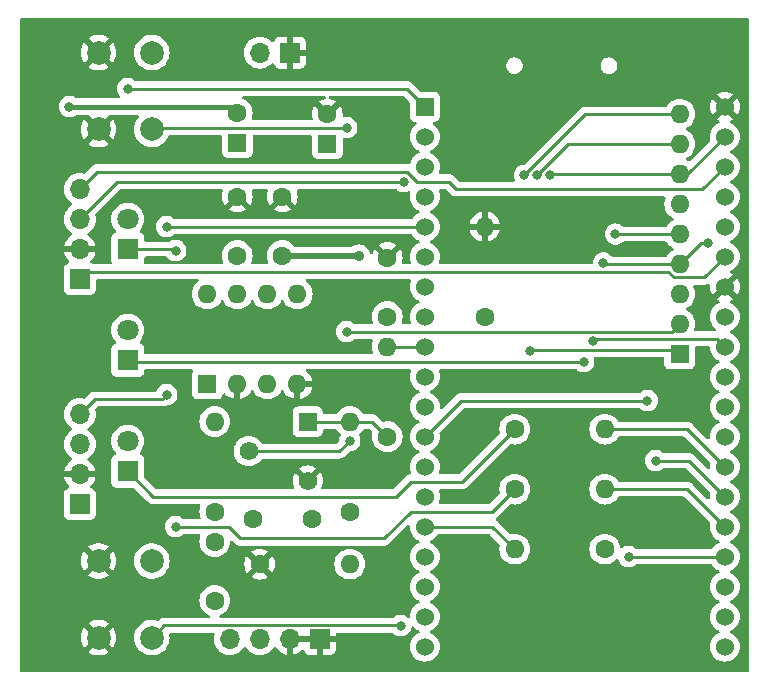
<source format=gbr>
%TF.GenerationSoftware,KiCad,Pcbnew,7.0.10*%
%TF.CreationDate,2024-01-20T13:47:52-06:00*%
%TF.ProjectId,CoCo-FujiNet-Rev00,436f436f-2d46-4756-9a69-4e65742d5265,Rev 00*%
%TF.SameCoordinates,Original*%
%TF.FileFunction,Copper,L2,Bot*%
%TF.FilePolarity,Positive*%
%FSLAX46Y46*%
G04 Gerber Fmt 4.6, Leading zero omitted, Abs format (unit mm)*
G04 Created by KiCad (PCBNEW 7.0.10) date 2024-01-20 13:47:52*
%MOMM*%
%LPD*%
G01*
G04 APERTURE LIST*
%TA.AperFunction,ComponentPad*%
%ADD10R,1.800000X1.800000*%
%TD*%
%TA.AperFunction,ComponentPad*%
%ADD11C,1.800000*%
%TD*%
%TA.AperFunction,ComponentPad*%
%ADD12C,2.000000*%
%TD*%
%TA.AperFunction,ComponentPad*%
%ADD13R,1.700000X1.700000*%
%TD*%
%TA.AperFunction,ComponentPad*%
%ADD14O,1.700000X1.700000*%
%TD*%
%TA.AperFunction,ComponentPad*%
%ADD15C,1.600000*%
%TD*%
%TA.AperFunction,ComponentPad*%
%ADD16O,1.600000X1.600000*%
%TD*%
%TA.AperFunction,ComponentPad*%
%ADD17R,1.530000X1.530000*%
%TD*%
%TA.AperFunction,ComponentPad*%
%ADD18C,1.530000*%
%TD*%
%TA.AperFunction,ComponentPad*%
%ADD19R,1.600000X1.600000*%
%TD*%
%TA.AperFunction,ComponentPad*%
%ADD20R,1.560000X1.560000*%
%TD*%
%TA.AperFunction,ComponentPad*%
%ADD21C,1.560000*%
%TD*%
%TA.AperFunction,ViaPad*%
%ADD22C,0.800000*%
%TD*%
%TA.AperFunction,ViaPad*%
%ADD23C,0.900000*%
%TD*%
%TA.AperFunction,Conductor*%
%ADD24C,0.250000*%
%TD*%
%TA.AperFunction,Conductor*%
%ADD25C,0.400000*%
%TD*%
%TA.AperFunction,Conductor*%
%ADD26C,0.500000*%
%TD*%
G04 APERTURE END LIST*
D10*
%TO.P,D1,1,K*%
%TO.N,Net-(D1-K)*%
X134874000Y-73025000D03*
D11*
%TO.P,D1,2,A*%
%TO.N,+3.3V*%
X134874000Y-70485000D03*
%TD*%
D12*
%TO.P,SW1,1,A*%
%TO.N,/IO0{slash}BUTTON_A*%
X136906000Y-56388000D03*
X136906000Y-62888000D03*
%TO.P,SW1,2,B*%
%TO.N,GND*%
X132406000Y-56388000D03*
X132406000Y-62888000D03*
%TD*%
D13*
%TO.P,J1,1,Pin_1*%
%TO.N,/SER_PIN2_RX*%
X130810000Y-75565000D03*
D14*
%TO.P,J1,2,Pin_2*%
%TO.N,GND*%
X130810000Y-73025000D03*
%TO.P,J1,3,Pin_3*%
%TO.N,/SER_PIN4_TX*%
X130810000Y-70485000D03*
%TO.P,J1,4,Pin_4*%
%TO.N,/SER_PIN1_CD*%
X130810000Y-67945000D03*
%TD*%
D13*
%TO.P,J2,1,Pin_1*%
%TO.N,+3.3V*%
X130810000Y-94615000D03*
D14*
%TO.P,J2,2,Pin_2*%
%TO.N,GND*%
X130810000Y-92075000D03*
%TO.P,J2,3,Pin_3*%
%TO.N,/CAS_PIN4_DATAIN*%
X130810000Y-89535000D03*
%TO.P,J2,4,Pin_4*%
%TO.N,/CAS_PIN3_MTR1*%
X130810000Y-86995000D03*
%TD*%
D15*
%TO.P,R17,1*%
%TO.N,Net-(U1-+)*%
X153670000Y-95250000D03*
D16*
%TO.P,R17,2*%
%TO.N,/LM386_IN*%
X153670000Y-87630000D03*
%TD*%
D13*
%TO.P,J4,1,Pin_1*%
%TO.N,GND*%
X148590000Y-56388000D03*
D14*
%TO.P,J4,2,Pin_2*%
%TO.N,/CAS_PIN4_DATAIN*%
X146050000Y-56388000D03*
%TD*%
D10*
%TO.P,D3,1,K*%
%TO.N,Net-(D3-K)*%
X134874000Y-91821000D03*
D11*
%TO.P,D3,2,A*%
%TO.N,+3.3V*%
X134874000Y-89281000D03*
%TD*%
D15*
%TO.P,C6,1*%
%TO.N,+5V*%
X147955000Y-73580000D03*
%TO.P,C6,2*%
%TO.N,GND*%
X147955000Y-68580000D03*
%TD*%
D17*
%TO.P,U2,1,3V3*%
%TO.N,+3.3V*%
X160020000Y-60970000D03*
D18*
%TO.P,U2,2,EN*%
%TO.N,unconnected-(U2-EN-Pad2)*%
X160020000Y-63510000D03*
%TO.P,U2,3,SENSOR_VP*%
%TO.N,unconnected-(U2-SENSOR_VP-Pad3)*%
X160020000Y-66050000D03*
%TO.P,U2,4,SENSOR_VN*%
%TO.N,unconnected-(U2-SENSOR_VN-Pad4)*%
X160020000Y-68590000D03*
%TO.P,U2,5,IO34*%
%TO.N,/CAS_PIN3_MTR1*%
X160020000Y-71130000D03*
%TO.P,U2,6,IO35*%
%TO.N,unconnected-(U2-IO35-Pad6)*%
X160020000Y-73670000D03*
%TO.P,U2,7,IO32*%
%TO.N,unconnected-(U2-IO32-Pad7)*%
X160020000Y-76210000D03*
%TO.P,U2,8,IO33*%
%TO.N,/SER_PIN4_TX*%
X160020000Y-78750000D03*
%TO.P,U2,9,IO25*%
%TO.N,Net-(U2-IO25)*%
X160020000Y-81290000D03*
%TO.P,U2,10,IO26*%
%TO.N,unconnected-(U2-IO26-Pad10)*%
X160020000Y-83830000D03*
%TO.P,U2,11,IO27*%
%TO.N,unconnected-(U2-IO27-Pad11)*%
X160020000Y-86370000D03*
%TO.P,U2,12,IO14*%
%TO.N,/IO14{slash}SAFE_RESET*%
X160020000Y-88910000D03*
%TO.P,U2,13,IO12*%
%TO.N,unconnected-(U2-IO12-Pad13)*%
X160020000Y-91450000D03*
%TO.P,U2,14,GND1*%
%TO.N,GND*%
X160020000Y-93990000D03*
%TO.P,U2,15,IO13*%
%TO.N,/IO13{slash}LED_BT*%
X160020000Y-96530000D03*
%TO.P,U2,16,SD2*%
%TO.N,unconnected-(U2-SD2-Pad16)*%
X160020000Y-99070000D03*
%TO.P,U2,17,SD3*%
%TO.N,unconnected-(U2-SD3-Pad17)*%
X160020000Y-101610000D03*
%TO.P,U2,18,CMD*%
%TO.N,unconnected-(U2-CMD-Pad18)*%
X160020000Y-104150000D03*
%TO.P,U2,19,EXT_5V*%
%TO.N,+5V*%
X160020000Y-106690000D03*
%TO.P,U2,20,CLK*%
%TO.N,unconnected-(U2-CLK-Pad20)*%
X185420000Y-106690000D03*
%TO.P,U2,21,SD0*%
%TO.N,unconnected-(U2-SD0-Pad21)*%
X185420000Y-104150000D03*
%TO.P,U2,22,SD1*%
%TO.N,unconnected-(U2-SD1-Pad22)*%
X185420000Y-101610000D03*
%TO.P,U2,23,IO15*%
%TO.N,/IO15{slash}CD*%
X185420000Y-99070000D03*
%TO.P,U2,24,IO2*%
%TO.N,/IO2{slash}LED_WIFI*%
X185420000Y-96530000D03*
%TO.P,U2,25,IO0*%
%TO.N,/IO0{slash}BUTTON_A*%
X185420000Y-93990000D03*
%TO.P,U2,26,IO4*%
%TO.N,/IO4{slash}LED_BUS*%
X185420000Y-91450000D03*
%TO.P,U2,27,IO16*%
%TO.N,unconnected-(U2-IO16-Pad27)*%
X185420000Y-88910000D03*
%TO.P,U2,28,IO17*%
%TO.N,unconnected-(U2-IO17-Pad28)*%
X185420000Y-86370000D03*
%TO.P,U2,29,IO5*%
%TO.N,/IO5{slash}SPI_CS*%
X185420000Y-83830000D03*
%TO.P,U2,30,IO18*%
%TO.N,/IO18{slash}SPI_CLK*%
X185420000Y-81290000D03*
%TO.P,U2,31,IO19*%
%TO.N,/IO19{slash}SPI_MISO*%
X185420000Y-78750000D03*
%TO.P,U2,32,GND2*%
%TO.N,GND*%
X185420000Y-76210000D03*
%TO.P,U2,33,IO21*%
%TO.N,/SER_PIN2_RX*%
X185420000Y-73670000D03*
%TO.P,U2,34,RXD0*%
%TO.N,unconnected-(U2-RXD0-Pad34)*%
X185420000Y-71130000D03*
%TO.P,U2,35,TXD0*%
%TO.N,unconnected-(U2-TXD0-Pad35)*%
X185420000Y-68590000D03*
%TO.P,U2,36,IO22*%
%TO.N,/SER_PIN1_CD*%
X185420000Y-66050000D03*
%TO.P,U2,37,IO23*%
%TO.N,/IO23{slash}SPI_MOSI*%
X185420000Y-63510000D03*
%TO.P,U2,38,GND3*%
%TO.N,GND*%
X185420000Y-60970000D03*
%TD*%
D15*
%TO.P,R9,1*%
%TO.N,Net-(D1-K)*%
X167640000Y-93345000D03*
D16*
%TO.P,R9,2*%
%TO.N,/IO2{slash}LED_WIFI*%
X175260000Y-93345000D03*
%TD*%
D13*
%TO.P,J3,1,Pin_1*%
%TO.N,GND*%
X151130000Y-106045000D03*
D14*
%TO.P,J3,2,Pin_2*%
X148590000Y-106045000D03*
%TO.P,J3,3,Pin_3*%
%TO.N,/LM386_IN*%
X146050000Y-106045000D03*
%TO.P,J3,4,Pin_4*%
%TO.N,+5V*%
X143510000Y-106045000D03*
%TD*%
D15*
%TO.P,R7,1*%
%TO.N,GND*%
X146050000Y-99695000D03*
D16*
%TO.P,R7,2*%
%TO.N,Net-(C3-Pad2)*%
X153670000Y-99695000D03*
%TD*%
D15*
%TO.P,R11,1*%
%TO.N,Net-(D3-K)*%
X167640000Y-88265000D03*
D16*
%TO.P,R11,2*%
%TO.N,/IO4{slash}LED_BUS*%
X175260000Y-88265000D03*
%TD*%
D19*
%TO.P,C7,1*%
%TO.N,+5V*%
X151765000Y-64095000D03*
D15*
%TO.P,C7,2*%
%TO.N,GND*%
X151765000Y-61595000D03*
%TD*%
D12*
%TO.P,SW2,1,A*%
%TO.N,/IO14{slash}SAFE_RESET*%
X136906000Y-99418000D03*
X136906000Y-105918000D03*
%TO.P,SW2,2,B*%
%TO.N,GND*%
X132406000Y-99418000D03*
X132406000Y-105918000D03*
%TD*%
D19*
%TO.P,RN1,1,common*%
%TO.N,+3.3V*%
X181610000Y-81915000D03*
D16*
%TO.P,RN1,2,R1*%
%TO.N,/IO0{slash}BUTTON_A*%
X181610000Y-79375000D03*
%TO.P,RN1,3,R2*%
%TO.N,/IO14{slash}SAFE_RESET*%
X181610000Y-76835000D03*
%TO.P,RN1,4,R3*%
%TO.N,/IO19{slash}SPI_MISO*%
X181610000Y-74295000D03*
%TO.P,RN1,5,R4*%
%TO.N,Net-(P1-DAT1)*%
X181610000Y-71755000D03*
%TO.P,RN1,6,R5*%
%TO.N,/IO15{slash}CD*%
X181610000Y-69215000D03*
%TO.P,RN1,7,R6*%
%TO.N,/IO23{slash}SPI_MOSI*%
X181610000Y-66675000D03*
%TO.P,RN1,8,R7*%
%TO.N,/IO5{slash}SPI_CS*%
X181610000Y-64135000D03*
%TO.P,RN1,9,R8*%
%TO.N,Net-(P1-DAT2)*%
X181610000Y-61595000D03*
%TD*%
D15*
%TO.P,R13,1*%
%TO.N,/CAS_PIN3_MTR1*%
X165100000Y-78740000D03*
D16*
%TO.P,R13,2*%
%TO.N,GND*%
X165100000Y-71120000D03*
%TD*%
D15*
%TO.P,C4,1*%
%TO.N,Net-(JP1-A)*%
X142240000Y-97790000D03*
%TO.P,C4,2*%
%TO.N,Net-(C4-Pad2)*%
X142240000Y-102790000D03*
%TD*%
D10*
%TO.P,D2,1,K*%
%TO.N,Net-(D2-K)*%
X134874000Y-82423000D03*
D11*
%TO.P,D2,2,A*%
%TO.N,+3.3V*%
X134874000Y-79883000D03*
%TD*%
D19*
%TO.P,C2,1*%
%TO.N,Net-(C2-Pad1)*%
X144145000Y-64007380D03*
D15*
%TO.P,C2,2*%
%TO.N,/CAS_PIN4_DATAIN*%
X144145000Y-61507380D03*
%TD*%
%TO.P,C5,1*%
%TO.N,GND*%
X144145000Y-68580000D03*
%TO.P,C5,2*%
%TO.N,Net-(U1-BYPASS)*%
X144145000Y-73580000D03*
%TD*%
%TO.P,C8,1*%
%TO.N,/LM386_IN*%
X156845000Y-78740000D03*
%TO.P,C8,2*%
%TO.N,GND*%
X156845000Y-73740000D03*
%TD*%
D20*
%TO.P,RV1,1,1*%
%TO.N,/LM386_IN*%
X150114000Y-87630000D03*
D21*
%TO.P,RV1,2,2*%
%TO.N,Net-(U1-+)*%
X145114000Y-90130000D03*
%TO.P,RV1,3,3*%
%TO.N,GND*%
X150114000Y-92630000D03*
%TD*%
D15*
%TO.P,R12,1*%
%TO.N,/LM386_IN*%
X156845000Y-88900000D03*
D16*
%TO.P,R12,2*%
%TO.N,Net-(U2-IO25)*%
X156845000Y-81280000D03*
%TD*%
D15*
%TO.P,R8,1*%
%TO.N,Net-(JP1-A)*%
X142240000Y-95250000D03*
D16*
%TO.P,R8,2*%
%TO.N,Net-(JP1-B)*%
X142240000Y-87630000D03*
%TD*%
D15*
%TO.P,C3,1*%
%TO.N,Net-(C2-Pad1)*%
X145455000Y-95885000D03*
%TO.P,C3,2*%
%TO.N,Net-(C3-Pad2)*%
X150455000Y-95885000D03*
%TD*%
D19*
%TO.P,U1,1,GAIN*%
%TO.N,Net-(JP1-B)*%
X141605000Y-84445000D03*
D16*
%TO.P,U1,2,-*%
%TO.N,GND*%
X144145000Y-84445000D03*
%TO.P,U1,3,+*%
%TO.N,Net-(U1-+)*%
X146685000Y-84445000D03*
%TO.P,U1,4,GND*%
%TO.N,GND*%
X149225000Y-84445000D03*
%TO.P,U1,5*%
%TO.N,Net-(C2-Pad1)*%
X149225000Y-76825000D03*
%TO.P,U1,6,V+*%
%TO.N,+5V*%
X146685000Y-76825000D03*
%TO.P,U1,7,BYPASS*%
%TO.N,Net-(U1-BYPASS)*%
X144145000Y-76825000D03*
%TO.P,U1,8,GAIN*%
%TO.N,Net-(C4-Pad2)*%
X141605000Y-76825000D03*
%TD*%
D15*
%TO.P,R10,1*%
%TO.N,Net-(D2-K)*%
X175260000Y-98425000D03*
D16*
%TO.P,R10,2*%
%TO.N,/IO13{slash}LED_BT*%
X167640000Y-98425000D03*
%TD*%
D22*
%TO.N,+3.3V*%
X168910000Y-81661000D03*
X134874000Y-59436000D03*
%TO.N,GND*%
X155829000Y-60960000D03*
X173990000Y-69392800D03*
X149555200Y-81153000D03*
X147955000Y-60833000D03*
X170942000Y-73025000D03*
X151638000Y-84455000D03*
X144424400Y-81483200D03*
X143916400Y-86614000D03*
%TO.N,/CAS_PIN4_DATAIN*%
X129921000Y-60960000D03*
D23*
%TO.N,+5V*%
X154432000Y-73580000D03*
D22*
%TO.N,Net-(D1-K)*%
X138938000Y-73152000D03*
X138938000Y-96520000D03*
%TO.N,Net-(D2-K)*%
X173482000Y-82550000D03*
%TO.N,/SER_PIN4_TX*%
X158242000Y-67310000D03*
%TO.N,/CAS_PIN3_MTR1*%
X138176000Y-71120000D03*
X138176000Y-85344000D03*
%TO.N,Net-(P1-DAT2)*%
X168452800Y-66776600D03*
%TO.N,/IO5{slash}SPI_CS*%
X169545000Y-66776600D03*
%TO.N,/IO23{slash}SPI_MOSI*%
X170662600Y-66776600D03*
%TO.N,/IO18{slash}SPI_CLK*%
X174244000Y-80772000D03*
%TO.N,/IO19{slash}SPI_MISO*%
X175133000Y-74205500D03*
X184022500Y-72517000D03*
%TO.N,Net-(P1-DAT1)*%
X176149000Y-71755000D03*
%TO.N,/IO15{slash}CD*%
X177292000Y-99060000D03*
%TO.N,/IO14{slash}SAFE_RESET*%
X178853500Y-85852000D03*
X157988000Y-104902000D03*
%TO.N,Net-(U1-+)*%
X153670000Y-89255600D03*
%TO.N,/IO0{slash}BUTTON_A*%
X153416000Y-62738000D03*
X179578000Y-90932000D03*
X153416000Y-80010000D03*
%TD*%
D24*
%TO.N,+3.3V*%
X181229000Y-81534000D02*
X181610000Y-81915000D01*
X168910000Y-81661000D02*
X169037000Y-81534000D01*
X169037000Y-81534000D02*
X181229000Y-81534000D01*
X158486000Y-59436000D02*
X160020000Y-60970000D01*
X134874000Y-59436000D02*
X158486000Y-59436000D01*
D25*
%TO.N,/CAS_PIN4_DATAIN*%
X129921000Y-60960000D02*
X143597620Y-60960000D01*
X143597620Y-60960000D02*
X144145000Y-61507380D01*
D26*
%TO.N,+5V*%
X154432000Y-73580000D02*
X147955000Y-73580000D01*
D24*
%TO.N,/LM386_IN*%
X150114000Y-87630000D02*
X153670000Y-87630000D01*
X155575000Y-87630000D02*
X153670000Y-87630000D01*
X156845000Y-88900000D02*
X155575000Y-87630000D01*
%TO.N,Net-(D1-K)*%
X138938000Y-96520000D02*
X143408400Y-96520000D01*
X158826200Y-95250000D02*
X165735000Y-95250000D01*
X143408400Y-96520000D02*
X144399000Y-97510600D01*
X144399000Y-97510600D02*
X156565600Y-97510600D01*
X138811000Y-73025000D02*
X138938000Y-73152000D01*
X134874000Y-73025000D02*
X138811000Y-73025000D01*
X156565600Y-97510600D02*
X158826200Y-95250000D01*
X165735000Y-95250000D02*
X167640000Y-93345000D01*
%TO.N,Net-(D2-K)*%
X134874000Y-82423000D02*
X135001000Y-82550000D01*
X135001000Y-82550000D02*
X173482000Y-82550000D01*
%TO.N,Net-(D3-K)*%
X157556200Y-93980000D02*
X158826200Y-92710000D01*
X163195000Y-92710000D02*
X167640000Y-88265000D01*
X158826200Y-92710000D02*
X163195000Y-92710000D01*
X134874000Y-91821000D02*
X137033000Y-93980000D01*
X137033000Y-93980000D02*
X157556200Y-93980000D01*
%TO.N,/SER_PIN2_RX*%
X183670000Y-75420000D02*
X185420000Y-73670000D01*
X131445000Y-74930000D02*
X180654009Y-74930000D01*
X130810000Y-75565000D02*
X131445000Y-74930000D01*
X181144009Y-75420000D02*
X183670000Y-75420000D01*
X180654009Y-74930000D02*
X181144009Y-75420000D01*
%TO.N,/SER_PIN4_TX*%
X158242000Y-67310000D02*
X133985000Y-67310000D01*
X133985000Y-67310000D02*
X130810000Y-70485000D01*
%TO.N,/CAS_PIN3_MTR1*%
X138176000Y-85344000D02*
X137795000Y-85725000D01*
X132080000Y-85725000D02*
X130810000Y-86995000D01*
X160020000Y-71130000D02*
X138186000Y-71130000D01*
X137795000Y-85725000D02*
X132080000Y-85725000D01*
X138186000Y-71130000D02*
X138176000Y-71120000D01*
%TO.N,Net-(P1-DAT2)*%
X168452800Y-66751200D02*
X173609000Y-61595000D01*
X168452800Y-66776600D02*
X168452800Y-66751200D01*
X173609000Y-61595000D02*
X181610000Y-61595000D01*
%TO.N,/IO5{slash}SPI_CS*%
X169545000Y-66776600D02*
X172186600Y-64135000D01*
X172186600Y-64135000D02*
X181610000Y-64135000D01*
%TO.N,/IO23{slash}SPI_MOSI*%
X182255000Y-66675000D02*
X185420000Y-63510000D01*
X181610000Y-66675000D02*
X182255000Y-66675000D01*
X170662600Y-66776600D02*
X170764200Y-66675000D01*
X170764200Y-66675000D02*
X181610000Y-66675000D01*
%TO.N,/IO18{slash}SPI_CLK*%
X174396400Y-80619600D02*
X184749600Y-80619600D01*
X174244000Y-80772000D02*
X174396400Y-80619600D01*
X184749600Y-80619600D02*
X185420000Y-81290000D01*
%TO.N,/IO19{slash}SPI_MISO*%
X175222500Y-74295000D02*
X181610000Y-74295000D01*
X184022500Y-72517000D02*
X183388000Y-72517000D01*
X175133000Y-74205500D02*
X175222500Y-74295000D01*
X183388000Y-72517000D02*
X181610000Y-74295000D01*
%TO.N,Net-(P1-DAT1)*%
X176149000Y-71755000D02*
X181610000Y-71755000D01*
%TO.N,/IO15{slash}CD*%
X185420000Y-99070000D02*
X177302000Y-99070000D01*
X177302000Y-99070000D02*
X177292000Y-99060000D01*
%TO.N,/IO2{slash}LED_WIFI*%
X185420000Y-96530000D02*
X182235000Y-93345000D01*
X182235000Y-93345000D02*
X175260000Y-93345000D01*
%TO.N,/IO13{slash}LED_BT*%
X165745000Y-96530000D02*
X167640000Y-98425000D01*
X160020000Y-96530000D02*
X165745000Y-96530000D01*
%TO.N,/IO4{slash}LED_BUS*%
X185420000Y-91450000D02*
X182235000Y-88265000D01*
X182235000Y-88265000D02*
X175260000Y-88265000D01*
%TO.N,Net-(U2-IO25)*%
X160010000Y-81280000D02*
X160020000Y-81290000D01*
X156845000Y-81280000D02*
X160010000Y-81280000D01*
%TO.N,/IO14{slash}SAFE_RESET*%
X160020000Y-88910000D02*
X163078000Y-85852000D01*
X163078000Y-85852000D02*
X178853500Y-85852000D01*
X157956000Y-104870000D02*
X157988000Y-104902000D01*
X137954000Y-104870000D02*
X157956000Y-104870000D01*
X136906000Y-105918000D02*
X137954000Y-104870000D01*
%TO.N,Net-(U1-+)*%
X153670000Y-89255600D02*
X152795600Y-90130000D01*
X152795600Y-90130000D02*
X145114000Y-90130000D01*
%TO.N,/SER_PIN1_CD*%
X159385000Y-67310000D02*
X162052000Y-67310000D01*
X132295000Y-66460000D02*
X158535000Y-66460000D01*
X130810000Y-67945000D02*
X132295000Y-66460000D01*
X162687000Y-67945000D02*
X183525000Y-67945000D01*
X158535000Y-66460000D02*
X159385000Y-67310000D01*
X162052000Y-67310000D02*
X162687000Y-67945000D01*
X183525000Y-67945000D02*
X185420000Y-66050000D01*
%TO.N,/IO0{slash}BUTTON_A*%
X185420000Y-93990000D02*
X182362000Y-90932000D01*
X153416000Y-80010000D02*
X180975000Y-80010000D01*
X180975000Y-80010000D02*
X181610000Y-79375000D01*
X137056000Y-62738000D02*
X136906000Y-62888000D01*
X153416000Y-62738000D02*
X137056000Y-62738000D01*
X182362000Y-90932000D02*
X179578000Y-90932000D01*
%TD*%
%TA.AperFunction,Conductor*%
%TO.N,GND*%
G36*
X150670507Y-105835156D02*
G01*
X150630000Y-105973111D01*
X150630000Y-106116889D01*
X150670507Y-106254844D01*
X150696314Y-106295000D01*
X149023686Y-106295000D01*
X149049493Y-106254844D01*
X149090000Y-106116889D01*
X149090000Y-105973111D01*
X149049493Y-105835156D01*
X149023686Y-105795000D01*
X150696314Y-105795000D01*
X150670507Y-105835156D01*
G37*
%TD.AperFunction*%
%TA.AperFunction,Conductor*%
G36*
X184111160Y-75979640D02*
G01*
X184153197Y-76035449D01*
X184160672Y-76089934D01*
X184150168Y-76209997D01*
X184150168Y-76210000D01*
X184169459Y-76430499D01*
X184169461Y-76430509D01*
X184226745Y-76644300D01*
X184226749Y-76644309D01*
X184320295Y-76844919D01*
X184366103Y-76910341D01*
X184366104Y-76910342D01*
X184928866Y-76347579D01*
X184951318Y-76424040D01*
X185030605Y-76547413D01*
X185141438Y-76643451D01*
X185274839Y-76704373D01*
X185278633Y-76704918D01*
X184719656Y-77263894D01*
X184785083Y-77309706D01*
X184785085Y-77309707D01*
X184908683Y-77367342D01*
X184961122Y-77413514D01*
X184980274Y-77480708D01*
X184960058Y-77547589D01*
X184908683Y-77592106D01*
X184784833Y-77649857D01*
X184603444Y-77776868D01*
X184446868Y-77933444D01*
X184319857Y-78114834D01*
X184319856Y-78114836D01*
X184226279Y-78315513D01*
X184226275Y-78315524D01*
X184168965Y-78529407D01*
X184168964Y-78529414D01*
X184149666Y-78749998D01*
X184149666Y-78750001D01*
X184168964Y-78970585D01*
X184168965Y-78970592D01*
X184226275Y-79184475D01*
X184226279Y-79184486D01*
X184316215Y-79377355D01*
X184319858Y-79385167D01*
X184348940Y-79426700D01*
X184446868Y-79566555D01*
X184603441Y-79723128D01*
X184603451Y-79723137D01*
X184668273Y-79768526D01*
X184711898Y-79823103D01*
X184719090Y-79892601D01*
X184687568Y-79954956D01*
X184627338Y-79990369D01*
X184597149Y-79994100D01*
X182950893Y-79994100D01*
X182883854Y-79974415D01*
X182838099Y-79921611D01*
X182828155Y-79852453D01*
X182835771Y-79826898D01*
X182834889Y-79826577D01*
X182836734Y-79821504D01*
X182836739Y-79821496D01*
X182895635Y-79601692D01*
X182915468Y-79375000D01*
X182895635Y-79148308D01*
X182836739Y-78928504D01*
X182740568Y-78722266D01*
X182610047Y-78535861D01*
X182610045Y-78535858D01*
X182449141Y-78374954D01*
X182262734Y-78244432D01*
X182262728Y-78244429D01*
X182204725Y-78217382D01*
X182152285Y-78171210D01*
X182133133Y-78104017D01*
X182153348Y-78037135D01*
X182204725Y-77992618D01*
X182262734Y-77965568D01*
X182449139Y-77835047D01*
X182610047Y-77674139D01*
X182740568Y-77487734D01*
X182836739Y-77281496D01*
X182895635Y-77061692D01*
X182915468Y-76835000D01*
X182895635Y-76608308D01*
X182836739Y-76388504D01*
X182759051Y-76221904D01*
X182748560Y-76152827D01*
X182777080Y-76089043D01*
X182835556Y-76050804D01*
X182871434Y-76045500D01*
X183587257Y-76045500D01*
X183602877Y-76047224D01*
X183602904Y-76046939D01*
X183610660Y-76047671D01*
X183610667Y-76047673D01*
X183677873Y-76045561D01*
X183681768Y-76045500D01*
X183709346Y-76045500D01*
X183709350Y-76045500D01*
X183713324Y-76044997D01*
X183724963Y-76044080D01*
X183768627Y-76042709D01*
X183787869Y-76037117D01*
X183806912Y-76033174D01*
X183826792Y-76030664D01*
X183867401Y-76014585D01*
X183878444Y-76010803D01*
X183920390Y-75998618D01*
X183937629Y-75988422D01*
X183955103Y-75979862D01*
X183973725Y-75972489D01*
X183973726Y-75972488D01*
X183973732Y-75972486D01*
X183973736Y-75972482D01*
X183977394Y-75970472D01*
X183980617Y-75969760D01*
X183980988Y-75969614D01*
X183981011Y-75969673D01*
X184045623Y-75955417D01*
X184111160Y-75979640D01*
G37*
%TD.AperFunction*%
%TA.AperFunction,Conductor*%
G36*
X142883542Y-67955185D02*
G01*
X142929297Y-68007989D01*
X142939241Y-68077147D01*
X142928885Y-68111906D01*
X142918732Y-68133678D01*
X142918730Y-68133682D01*
X142859860Y-68353389D01*
X142859858Y-68353400D01*
X142840034Y-68579997D01*
X142840034Y-68580002D01*
X142859858Y-68806599D01*
X142859860Y-68806610D01*
X142918730Y-69026317D01*
X142918735Y-69026331D01*
X143014863Y-69232478D01*
X143065974Y-69305472D01*
X143747046Y-68624400D01*
X143759835Y-68705148D01*
X143817359Y-68818045D01*
X143906955Y-68907641D01*
X144019852Y-68965165D01*
X144100599Y-68977953D01*
X143419526Y-69659025D01*
X143492513Y-69710132D01*
X143492521Y-69710136D01*
X143698668Y-69806264D01*
X143698682Y-69806269D01*
X143918389Y-69865139D01*
X143918400Y-69865141D01*
X144144998Y-69884966D01*
X144145002Y-69884966D01*
X144371599Y-69865141D01*
X144371610Y-69865139D01*
X144591317Y-69806269D01*
X144591331Y-69806264D01*
X144797478Y-69710136D01*
X144870471Y-69659024D01*
X144189400Y-68977953D01*
X144270148Y-68965165D01*
X144383045Y-68907641D01*
X144472641Y-68818045D01*
X144530165Y-68705148D01*
X144542953Y-68624400D01*
X145224024Y-69305471D01*
X145275136Y-69232478D01*
X145371264Y-69026331D01*
X145371269Y-69026317D01*
X145430139Y-68806610D01*
X145430141Y-68806599D01*
X145449966Y-68580002D01*
X145449966Y-68579997D01*
X145430141Y-68353400D01*
X145430139Y-68353389D01*
X145371269Y-68133682D01*
X145371267Y-68133678D01*
X145361115Y-68111906D01*
X145350623Y-68042828D01*
X145379142Y-67979044D01*
X145437618Y-67940804D01*
X145473497Y-67935500D01*
X146626503Y-67935500D01*
X146693542Y-67955185D01*
X146739297Y-68007989D01*
X146749241Y-68077147D01*
X146738885Y-68111906D01*
X146728732Y-68133678D01*
X146728730Y-68133682D01*
X146669860Y-68353389D01*
X146669858Y-68353400D01*
X146650034Y-68579997D01*
X146650034Y-68580002D01*
X146669858Y-68806599D01*
X146669860Y-68806610D01*
X146728730Y-69026317D01*
X146728735Y-69026331D01*
X146824863Y-69232478D01*
X146875974Y-69305472D01*
X147557046Y-68624400D01*
X147569835Y-68705148D01*
X147627359Y-68818045D01*
X147716955Y-68907641D01*
X147829852Y-68965165D01*
X147910599Y-68977953D01*
X147229526Y-69659025D01*
X147302513Y-69710132D01*
X147302521Y-69710136D01*
X147508668Y-69806264D01*
X147508682Y-69806269D01*
X147728389Y-69865139D01*
X147728400Y-69865141D01*
X147954998Y-69884966D01*
X147955002Y-69884966D01*
X148181599Y-69865141D01*
X148181610Y-69865139D01*
X148401317Y-69806269D01*
X148401331Y-69806264D01*
X148607478Y-69710136D01*
X148680471Y-69659024D01*
X147999400Y-68977953D01*
X148080148Y-68965165D01*
X148193045Y-68907641D01*
X148282641Y-68818045D01*
X148340165Y-68705148D01*
X148352953Y-68624400D01*
X149034024Y-69305471D01*
X149085136Y-69232478D01*
X149181264Y-69026331D01*
X149181269Y-69026317D01*
X149240139Y-68806610D01*
X149240141Y-68806599D01*
X149259966Y-68580002D01*
X149259966Y-68579997D01*
X149240141Y-68353400D01*
X149240139Y-68353389D01*
X149181269Y-68133682D01*
X149181267Y-68133678D01*
X149171115Y-68111906D01*
X149160623Y-68042828D01*
X149189142Y-67979044D01*
X149247618Y-67940804D01*
X149283497Y-67935500D01*
X157538252Y-67935500D01*
X157605291Y-67955185D01*
X157630400Y-67976526D01*
X157636126Y-67982885D01*
X157636130Y-67982889D01*
X157789265Y-68094148D01*
X157789270Y-68094151D01*
X157962192Y-68171142D01*
X157962197Y-68171144D01*
X158147354Y-68210500D01*
X158147355Y-68210500D01*
X158336644Y-68210500D01*
X158336646Y-68210500D01*
X158521803Y-68171144D01*
X158625273Y-68125075D01*
X158694519Y-68115790D01*
X158757796Y-68145418D01*
X158795010Y-68204552D01*
X158795481Y-68270448D01*
X158768966Y-68369403D01*
X158768964Y-68369414D01*
X158749666Y-68589998D01*
X158749666Y-68590001D01*
X158768964Y-68810585D01*
X158768965Y-68810592D01*
X158826275Y-69024475D01*
X158826279Y-69024486D01*
X158919856Y-69225163D01*
X158919858Y-69225167D01*
X159046868Y-69406555D01*
X159203445Y-69563132D01*
X159384833Y-69690142D01*
X159427702Y-69710132D01*
X159508091Y-69747618D01*
X159560531Y-69793790D01*
X159579683Y-69860983D01*
X159559467Y-69927865D01*
X159508091Y-69972382D01*
X159384836Y-70029856D01*
X159384834Y-70029857D01*
X159203444Y-70156868D01*
X159046868Y-70313444D01*
X159005434Y-70372618D01*
X158950112Y-70451625D01*
X158895537Y-70495249D01*
X158848539Y-70504500D01*
X138888752Y-70504500D01*
X138821713Y-70484815D01*
X138796603Y-70463473D01*
X138781871Y-70447112D01*
X138781864Y-70447106D01*
X138628734Y-70335851D01*
X138628729Y-70335848D01*
X138455807Y-70258857D01*
X138455802Y-70258855D01*
X138310001Y-70227865D01*
X138270646Y-70219500D01*
X138081354Y-70219500D01*
X138048897Y-70226398D01*
X137896197Y-70258855D01*
X137896192Y-70258857D01*
X137723270Y-70335848D01*
X137723265Y-70335851D01*
X137570129Y-70447111D01*
X137443466Y-70587785D01*
X137348821Y-70751715D01*
X137348818Y-70751722D01*
X137290327Y-70931740D01*
X137290326Y-70931744D01*
X137270540Y-71120000D01*
X137290326Y-71308256D01*
X137290327Y-71308259D01*
X137348818Y-71488277D01*
X137348821Y-71488284D01*
X137443467Y-71652216D01*
X137536465Y-71755500D01*
X137570129Y-71792888D01*
X137723265Y-71904148D01*
X137723270Y-71904151D01*
X137896192Y-71981142D01*
X137896197Y-71981144D01*
X138081354Y-72020500D01*
X138081355Y-72020500D01*
X138270644Y-72020500D01*
X138270646Y-72020500D01*
X138455803Y-71981144D01*
X138628730Y-71904151D01*
X138781871Y-71792888D01*
X138781874Y-71792883D01*
X138786701Y-71788539D01*
X138788432Y-71790461D01*
X138838104Y-71759873D01*
X138870744Y-71755500D01*
X158848539Y-71755500D01*
X158915578Y-71775185D01*
X158950112Y-71808374D01*
X159046868Y-71946555D01*
X159203445Y-72103132D01*
X159384833Y-72230142D01*
X159430636Y-72251500D01*
X159508091Y-72287618D01*
X159560531Y-72333790D01*
X159579683Y-72400983D01*
X159559467Y-72467865D01*
X159508091Y-72512382D01*
X159384836Y-72569856D01*
X159384834Y-72569857D01*
X159203444Y-72696868D01*
X159046868Y-72853444D01*
X158919857Y-73034834D01*
X158919856Y-73034836D01*
X158826279Y-73235513D01*
X158826275Y-73235524D01*
X158768965Y-73449407D01*
X158768964Y-73449414D01*
X158749666Y-73669998D01*
X158749666Y-73670001D01*
X158768964Y-73890585D01*
X158768965Y-73890592D01*
X158826275Y-74104475D01*
X158826276Y-74104477D01*
X158826277Y-74104480D01*
X158837289Y-74128095D01*
X158847781Y-74197173D01*
X158819261Y-74260957D01*
X158760785Y-74299196D01*
X158724907Y-74304500D01*
X158201202Y-74304500D01*
X158134163Y-74284815D01*
X158088408Y-74232011D01*
X158078464Y-74162853D01*
X158081427Y-74148406D01*
X158130140Y-73966606D01*
X158130141Y-73966599D01*
X158149966Y-73740002D01*
X158149966Y-73739997D01*
X158130141Y-73513400D01*
X158130139Y-73513389D01*
X158071269Y-73293682D01*
X158071264Y-73293668D01*
X157975136Y-73087521D01*
X157975132Y-73087513D01*
X157924025Y-73014526D01*
X157242953Y-73695597D01*
X157230165Y-73614852D01*
X157172641Y-73501955D01*
X157083045Y-73412359D01*
X156970148Y-73354835D01*
X156889401Y-73342046D01*
X157570472Y-72660974D01*
X157497478Y-72609863D01*
X157291331Y-72513735D01*
X157291317Y-72513730D01*
X157071610Y-72454860D01*
X157071599Y-72454858D01*
X156845002Y-72435034D01*
X156844998Y-72435034D01*
X156618400Y-72454858D01*
X156618389Y-72454860D01*
X156398682Y-72513730D01*
X156398673Y-72513734D01*
X156192516Y-72609866D01*
X156192512Y-72609868D01*
X156119526Y-72660973D01*
X156119526Y-72660974D01*
X156800599Y-73342046D01*
X156719852Y-73354835D01*
X156606955Y-73412359D01*
X156517359Y-73501955D01*
X156459835Y-73614852D01*
X156447046Y-73695598D01*
X155765974Y-73014526D01*
X155765973Y-73014526D01*
X155714868Y-73087512D01*
X155714866Y-73087516D01*
X155618734Y-73293673D01*
X155618728Y-73293688D01*
X155599642Y-73364917D01*
X155563277Y-73424577D01*
X155500430Y-73455105D01*
X155431054Y-73446810D01*
X155377177Y-73402324D01*
X155361210Y-73368823D01*
X155314396Y-73214499D01*
X155314394Y-73214496D01*
X155314394Y-73214494D01*
X155226137Y-73049376D01*
X155226135Y-73049373D01*
X155107357Y-72904642D01*
X154962626Y-72785864D01*
X154962623Y-72785862D01*
X154797502Y-72697604D01*
X154618333Y-72643253D01*
X154618331Y-72643252D01*
X154432000Y-72624901D01*
X154245668Y-72643252D01*
X154245666Y-72643253D01*
X154066497Y-72697604D01*
X153901380Y-72785860D01*
X153901378Y-72785861D01*
X153893732Y-72792136D01*
X153882502Y-72801352D01*
X153818194Y-72828666D01*
X153803837Y-72829500D01*
X149081663Y-72829500D01*
X149014624Y-72809815D01*
X148980088Y-72776623D01*
X148955045Y-72740858D01*
X148794141Y-72579954D01*
X148607734Y-72449432D01*
X148607732Y-72449431D01*
X148401497Y-72353261D01*
X148401488Y-72353258D01*
X148181697Y-72294366D01*
X148181693Y-72294365D01*
X148181692Y-72294365D01*
X148181691Y-72294364D01*
X148181686Y-72294364D01*
X147955002Y-72274532D01*
X147954998Y-72274532D01*
X147728313Y-72294364D01*
X147728302Y-72294366D01*
X147508511Y-72353258D01*
X147508502Y-72353261D01*
X147302267Y-72449431D01*
X147302265Y-72449432D01*
X147115858Y-72579954D01*
X146954954Y-72740858D01*
X146824432Y-72927265D01*
X146824431Y-72927267D01*
X146728261Y-73133502D01*
X146728258Y-73133511D01*
X146669366Y-73353302D01*
X146669364Y-73353313D01*
X146649532Y-73579998D01*
X146649532Y-73580001D01*
X146669364Y-73806686D01*
X146669366Y-73806697D01*
X146728258Y-74026488D01*
X146728261Y-74026497D01*
X146737537Y-74046389D01*
X146774271Y-74125165D01*
X146775638Y-74128095D01*
X146786130Y-74197172D01*
X146757610Y-74260956D01*
X146699134Y-74299196D01*
X146663256Y-74304500D01*
X145436744Y-74304500D01*
X145369705Y-74284815D01*
X145323950Y-74232011D01*
X145314006Y-74162853D01*
X145324362Y-74128095D01*
X145371739Y-74026496D01*
X145430635Y-73806692D01*
X145450468Y-73580000D01*
X145430635Y-73353308D01*
X145371739Y-73133504D01*
X145275568Y-72927266D01*
X145145047Y-72740861D01*
X145145045Y-72740858D01*
X144984141Y-72579954D01*
X144797734Y-72449432D01*
X144797732Y-72449431D01*
X144591497Y-72353261D01*
X144591488Y-72353258D01*
X144371697Y-72294366D01*
X144371693Y-72294365D01*
X144371692Y-72294365D01*
X144371691Y-72294364D01*
X144371686Y-72294364D01*
X144145002Y-72274532D01*
X144144998Y-72274532D01*
X143918313Y-72294364D01*
X143918302Y-72294366D01*
X143698511Y-72353258D01*
X143698502Y-72353261D01*
X143492267Y-72449431D01*
X143492265Y-72449432D01*
X143305858Y-72579954D01*
X143144954Y-72740858D01*
X143014432Y-72927265D01*
X143014431Y-72927267D01*
X142918261Y-73133502D01*
X142918258Y-73133511D01*
X142859366Y-73353302D01*
X142859364Y-73353313D01*
X142839532Y-73579998D01*
X142839532Y-73580001D01*
X142859364Y-73806686D01*
X142859366Y-73806697D01*
X142918258Y-74026488D01*
X142918261Y-74026497D01*
X142927537Y-74046389D01*
X142964271Y-74125165D01*
X142965638Y-74128095D01*
X142976130Y-74197172D01*
X142947610Y-74260956D01*
X142889134Y-74299196D01*
X142853256Y-74304500D01*
X136345229Y-74304500D01*
X136278190Y-74284815D01*
X136232435Y-74232011D01*
X136222491Y-74162853D01*
X136229047Y-74137167D01*
X136262904Y-74046389D01*
X136268091Y-74032483D01*
X136274500Y-73972873D01*
X136274500Y-73774500D01*
X136294185Y-73707461D01*
X136346989Y-73661706D01*
X136398500Y-73650500D01*
X138119901Y-73650500D01*
X138186940Y-73670185D01*
X138212051Y-73691528D01*
X138332129Y-73824888D01*
X138485265Y-73936148D01*
X138485270Y-73936151D01*
X138658192Y-74013142D01*
X138658197Y-74013144D01*
X138843354Y-74052500D01*
X138843355Y-74052500D01*
X139032644Y-74052500D01*
X139032646Y-74052500D01*
X139217803Y-74013144D01*
X139390730Y-73936151D01*
X139543871Y-73824888D01*
X139670533Y-73684216D01*
X139765179Y-73520284D01*
X139823674Y-73340256D01*
X139843460Y-73152000D01*
X139823674Y-72963744D01*
X139765179Y-72783716D01*
X139670533Y-72619784D01*
X139543871Y-72479112D01*
X139510491Y-72454860D01*
X139390734Y-72367851D01*
X139390729Y-72367848D01*
X139217807Y-72290857D01*
X139217802Y-72290855D01*
X139072001Y-72259865D01*
X139032646Y-72251500D01*
X138843354Y-72251500D01*
X138810897Y-72258398D01*
X138658197Y-72290855D01*
X138658192Y-72290857D01*
X138485270Y-72367848D01*
X138474302Y-72375818D01*
X138408496Y-72399298D01*
X138401416Y-72399500D01*
X136398499Y-72399500D01*
X136331460Y-72379815D01*
X136285705Y-72327011D01*
X136274499Y-72275500D01*
X136274499Y-72077129D01*
X136274498Y-72077123D01*
X136274497Y-72077116D01*
X136268091Y-72017517D01*
X136256668Y-71986891D01*
X136217797Y-71882671D01*
X136217793Y-71882664D01*
X136131547Y-71767455D01*
X136131544Y-71767452D01*
X136016335Y-71681206D01*
X136016328Y-71681202D01*
X135936094Y-71651277D01*
X135880160Y-71609406D01*
X135855743Y-71543941D01*
X135870595Y-71475668D01*
X135888190Y-71451121D01*
X135982979Y-71348153D01*
X136109924Y-71153849D01*
X136203157Y-70941300D01*
X136260134Y-70716305D01*
X136261856Y-70695524D01*
X136279300Y-70485006D01*
X136279300Y-70484993D01*
X136260135Y-70253702D01*
X136260133Y-70253691D01*
X136203157Y-70028699D01*
X136109924Y-69816151D01*
X135982983Y-69621852D01*
X135982980Y-69621849D01*
X135982979Y-69621847D01*
X135825784Y-69451087D01*
X135825779Y-69451083D01*
X135825777Y-69451081D01*
X135642634Y-69308535D01*
X135642628Y-69308531D01*
X135438504Y-69198064D01*
X135438495Y-69198061D01*
X135218984Y-69122702D01*
X135047282Y-69094050D01*
X134990049Y-69084500D01*
X134757951Y-69084500D01*
X134712164Y-69092140D01*
X134529015Y-69122702D01*
X134309504Y-69198061D01*
X134309495Y-69198064D01*
X134105371Y-69308531D01*
X134105365Y-69308535D01*
X133922222Y-69451081D01*
X133922219Y-69451084D01*
X133765016Y-69621852D01*
X133638075Y-69816151D01*
X133544842Y-70028699D01*
X133487866Y-70253691D01*
X133487864Y-70253702D01*
X133468700Y-70484993D01*
X133468700Y-70485006D01*
X133487864Y-70716297D01*
X133487866Y-70716308D01*
X133544842Y-70941300D01*
X133638075Y-71153848D01*
X133765016Y-71348147D01*
X133765019Y-71348151D01*
X133765021Y-71348153D01*
X133859803Y-71451114D01*
X133890724Y-71513767D01*
X133882864Y-71583193D01*
X133838716Y-71637348D01*
X133811906Y-71651277D01*
X133731669Y-71681203D01*
X133731664Y-71681206D01*
X133616455Y-71767452D01*
X133616452Y-71767455D01*
X133530206Y-71882664D01*
X133530202Y-71882671D01*
X133479908Y-72017517D01*
X133475620Y-72057406D01*
X133473501Y-72077123D01*
X133473500Y-72077135D01*
X133473500Y-73972870D01*
X133473501Y-73972876D01*
X133479908Y-74032483D01*
X133518953Y-74137167D01*
X133523937Y-74206859D01*
X133490452Y-74268182D01*
X133429128Y-74301666D01*
X133402771Y-74304500D01*
X131988081Y-74304500D01*
X131921042Y-74284815D01*
X131913771Y-74279767D01*
X131902335Y-74271206D01*
X131902328Y-74271202D01*
X131770401Y-74221997D01*
X131714467Y-74180126D01*
X131690050Y-74114662D01*
X131704902Y-74046389D01*
X131726053Y-74018133D01*
X131848108Y-73896078D01*
X131983600Y-73702578D01*
X132083429Y-73488492D01*
X132083432Y-73488486D01*
X132140636Y-73275000D01*
X131243686Y-73275000D01*
X131269493Y-73234844D01*
X131310000Y-73096889D01*
X131310000Y-72953111D01*
X131269493Y-72815156D01*
X131243686Y-72775000D01*
X132140636Y-72775000D01*
X132140635Y-72774999D01*
X132083432Y-72561513D01*
X132083429Y-72561507D01*
X131983600Y-72347422D01*
X131983599Y-72347420D01*
X131848113Y-72153926D01*
X131848108Y-72153920D01*
X131681078Y-71986890D01*
X131495405Y-71856879D01*
X131451780Y-71802302D01*
X131444588Y-71732804D01*
X131476110Y-71670449D01*
X131495406Y-71653730D01*
X131681401Y-71523495D01*
X131848495Y-71356401D01*
X131984035Y-71162830D01*
X132083903Y-70948663D01*
X132145063Y-70720408D01*
X132165659Y-70485000D01*
X132145063Y-70249592D01*
X132118143Y-70149125D01*
X132119806Y-70079276D01*
X132150235Y-70029353D01*
X134207772Y-67971819D01*
X134269095Y-67938334D01*
X134295453Y-67935500D01*
X142816503Y-67935500D01*
X142883542Y-67955185D01*
G37*
%TD.AperFunction*%
%TA.AperFunction,Conductor*%
G36*
X161808587Y-67955185D02*
G01*
X161829229Y-67971819D01*
X162186194Y-68328784D01*
X162196019Y-68341048D01*
X162196240Y-68340866D01*
X162201210Y-68346874D01*
X162250239Y-68392915D01*
X162253036Y-68395626D01*
X162272530Y-68415120D01*
X162275695Y-68417575D01*
X162284571Y-68425156D01*
X162316418Y-68455062D01*
X162316422Y-68455064D01*
X162333973Y-68464713D01*
X162350231Y-68475392D01*
X162366064Y-68487674D01*
X162401410Y-68502968D01*
X162406155Y-68505022D01*
X162416635Y-68510155D01*
X162454908Y-68531197D01*
X162474312Y-68536179D01*
X162492710Y-68542478D01*
X162511105Y-68550438D01*
X162554254Y-68557271D01*
X162565680Y-68559638D01*
X162607981Y-68570500D01*
X162628016Y-68570500D01*
X162647413Y-68572026D01*
X162667196Y-68575160D01*
X162710675Y-68571050D01*
X162722344Y-68570500D01*
X180280951Y-68570500D01*
X180347990Y-68590185D01*
X180393745Y-68642989D01*
X180403689Y-68712147D01*
X180393333Y-68746905D01*
X180383262Y-68768502D01*
X180383258Y-68768511D01*
X180324366Y-68988302D01*
X180324364Y-68988313D01*
X180304532Y-69214998D01*
X180304532Y-69215001D01*
X180324364Y-69441686D01*
X180324366Y-69441697D01*
X180383258Y-69661488D01*
X180383261Y-69661497D01*
X180479431Y-69867732D01*
X180479432Y-69867734D01*
X180609954Y-70054141D01*
X180770858Y-70215045D01*
X180817693Y-70247839D01*
X180957266Y-70345568D01*
X181015275Y-70372618D01*
X181067714Y-70418791D01*
X181086866Y-70485984D01*
X181066650Y-70552865D01*
X181015275Y-70597382D01*
X180957267Y-70624431D01*
X180957265Y-70624432D01*
X180770858Y-70754954D01*
X180609954Y-70915858D01*
X180497387Y-71076623D01*
X180442811Y-71120248D01*
X180395812Y-71129500D01*
X176852748Y-71129500D01*
X176785709Y-71109815D01*
X176760600Y-71088474D01*
X176754873Y-71082114D01*
X176754869Y-71082110D01*
X176601734Y-70970851D01*
X176601729Y-70970848D01*
X176428807Y-70893857D01*
X176428802Y-70893855D01*
X176283001Y-70862865D01*
X176243646Y-70854500D01*
X176054354Y-70854500D01*
X176021897Y-70861398D01*
X175869197Y-70893855D01*
X175869192Y-70893857D01*
X175696270Y-70970848D01*
X175696265Y-70970851D01*
X175543129Y-71082111D01*
X175416466Y-71222785D01*
X175321821Y-71386715D01*
X175321818Y-71386722D01*
X175263462Y-71566326D01*
X175263326Y-71566744D01*
X175243540Y-71755000D01*
X175263326Y-71943256D01*
X175263327Y-71943259D01*
X175321818Y-72123277D01*
X175321821Y-72123284D01*
X175416467Y-72287216D01*
X175518185Y-72400185D01*
X175543129Y-72427888D01*
X175696265Y-72539148D01*
X175696270Y-72539151D01*
X175869192Y-72616142D01*
X175869197Y-72616144D01*
X176054354Y-72655500D01*
X176054355Y-72655500D01*
X176243644Y-72655500D01*
X176243646Y-72655500D01*
X176428803Y-72616144D01*
X176601730Y-72539151D01*
X176754871Y-72427888D01*
X176757788Y-72424647D01*
X176760600Y-72421526D01*
X176820087Y-72384879D01*
X176852748Y-72380500D01*
X180395812Y-72380500D01*
X180462851Y-72400185D01*
X180497387Y-72433377D01*
X180609954Y-72594141D01*
X180770858Y-72755045D01*
X180814867Y-72785860D01*
X180957266Y-72885568D01*
X181015275Y-72912618D01*
X181067714Y-72958791D01*
X181086866Y-73025984D01*
X181066650Y-73092865D01*
X181015275Y-73137382D01*
X180957267Y-73164431D01*
X180957265Y-73164432D01*
X180770858Y-73294954D01*
X180609954Y-73455858D01*
X180497387Y-73616623D01*
X180442811Y-73660248D01*
X180395812Y-73669500D01*
X175917334Y-73669500D01*
X175850295Y-73649815D01*
X175825184Y-73628472D01*
X175814515Y-73616623D01*
X175738871Y-73532612D01*
X175721903Y-73520284D01*
X175585734Y-73421351D01*
X175585729Y-73421348D01*
X175412807Y-73344357D01*
X175412802Y-73344355D01*
X175254735Y-73310758D01*
X175227646Y-73305000D01*
X175038354Y-73305000D01*
X175011265Y-73310758D01*
X174853197Y-73344355D01*
X174853192Y-73344357D01*
X174680270Y-73421348D01*
X174680265Y-73421351D01*
X174527129Y-73532611D01*
X174400466Y-73673285D01*
X174305821Y-73837215D01*
X174305818Y-73837222D01*
X174251021Y-74005871D01*
X174247326Y-74017244D01*
X174228805Y-74193463D01*
X174202222Y-74258076D01*
X174144924Y-74298061D01*
X174105485Y-74304500D01*
X161315093Y-74304500D01*
X161248054Y-74284815D01*
X161202299Y-74232011D01*
X161192355Y-74162853D01*
X161202711Y-74128095D01*
X161213723Y-74104480D01*
X161271035Y-73890591D01*
X161290334Y-73670000D01*
X161289608Y-73661706D01*
X161277648Y-73525000D01*
X161271035Y-73449409D01*
X161213723Y-73235520D01*
X161120142Y-73034833D01*
X160993132Y-72853445D01*
X160836555Y-72696868D01*
X160655167Y-72569858D01*
X160531907Y-72512381D01*
X160479468Y-72466210D01*
X160460316Y-72399017D01*
X160480531Y-72332136D01*
X160531908Y-72287618D01*
X160532770Y-72287216D01*
X160655167Y-72230142D01*
X160836555Y-72103132D01*
X160993132Y-71946555D01*
X161120142Y-71765167D01*
X161213723Y-71564480D01*
X161271035Y-71350591D01*
X161290334Y-71130000D01*
X161271035Y-70909409D01*
X161260475Y-70869999D01*
X163821127Y-70869999D01*
X163821128Y-70870000D01*
X164784314Y-70870000D01*
X164772359Y-70881955D01*
X164714835Y-70994852D01*
X164695014Y-71120000D01*
X164714835Y-71245148D01*
X164772359Y-71358045D01*
X164784314Y-71370000D01*
X163821128Y-71370000D01*
X163873730Y-71566317D01*
X163873734Y-71566326D01*
X163969865Y-71772482D01*
X164100342Y-71958820D01*
X164261179Y-72119657D01*
X164447517Y-72250134D01*
X164653673Y-72346265D01*
X164653682Y-72346269D01*
X164849999Y-72398872D01*
X164850000Y-72398871D01*
X164850000Y-71435686D01*
X164861955Y-71447641D01*
X164974852Y-71505165D01*
X165068519Y-71520000D01*
X165131481Y-71520000D01*
X165225148Y-71505165D01*
X165338045Y-71447641D01*
X165350000Y-71435686D01*
X165350000Y-72398872D01*
X165546317Y-72346269D01*
X165546326Y-72346265D01*
X165752482Y-72250134D01*
X165938820Y-72119657D01*
X166099657Y-71958820D01*
X166230134Y-71772482D01*
X166326265Y-71566326D01*
X166326269Y-71566317D01*
X166378872Y-71370000D01*
X165415686Y-71370000D01*
X165427641Y-71358045D01*
X165485165Y-71245148D01*
X165504986Y-71120000D01*
X165485165Y-70994852D01*
X165427641Y-70881955D01*
X165415686Y-70870000D01*
X166378872Y-70870000D01*
X166378872Y-70869999D01*
X166326269Y-70673682D01*
X166326265Y-70673673D01*
X166230134Y-70467517D01*
X166099657Y-70281179D01*
X165938820Y-70120342D01*
X165752482Y-69989865D01*
X165546328Y-69893734D01*
X165350000Y-69841127D01*
X165350000Y-70804314D01*
X165338045Y-70792359D01*
X165225148Y-70734835D01*
X165131481Y-70720000D01*
X165068519Y-70720000D01*
X164974852Y-70734835D01*
X164861955Y-70792359D01*
X164850000Y-70804314D01*
X164850000Y-69841127D01*
X164653671Y-69893734D01*
X164447517Y-69989865D01*
X164261179Y-70120342D01*
X164100342Y-70281179D01*
X163969865Y-70467517D01*
X163873734Y-70673673D01*
X163873730Y-70673682D01*
X163821127Y-70869999D01*
X161260475Y-70869999D01*
X161213723Y-70695520D01*
X161120142Y-70494833D01*
X160993132Y-70313445D01*
X160836555Y-70156868D01*
X160655167Y-70029858D01*
X160652681Y-70028699D01*
X160531908Y-69972382D01*
X160479468Y-69926210D01*
X160460316Y-69859017D01*
X160480531Y-69792136D01*
X160531908Y-69747618D01*
X160655167Y-69690142D01*
X160836555Y-69563132D01*
X160993132Y-69406555D01*
X161120142Y-69225167D01*
X161213723Y-69024480D01*
X161271035Y-68810591D01*
X161290334Y-68590000D01*
X161287550Y-68558184D01*
X161283200Y-68508453D01*
X161271035Y-68369409D01*
X161213723Y-68155520D01*
X161213720Y-68155513D01*
X161193385Y-68111904D01*
X161182893Y-68042827D01*
X161211413Y-67979043D01*
X161269890Y-67940804D01*
X161305767Y-67935500D01*
X161741548Y-67935500D01*
X161808587Y-67955185D01*
G37*
%TD.AperFunction*%
%TA.AperFunction,Conductor*%
G36*
X151604126Y-60081185D02*
G01*
X151649881Y-60133989D01*
X151659825Y-60203147D01*
X151630800Y-60266703D01*
X151572022Y-60304477D01*
X151547895Y-60309028D01*
X151538399Y-60309858D01*
X151538389Y-60309860D01*
X151318682Y-60368730D01*
X151318673Y-60368734D01*
X151112516Y-60464866D01*
X151112512Y-60464868D01*
X151039526Y-60515973D01*
X151039526Y-60515974D01*
X151720599Y-61197046D01*
X151639852Y-61209835D01*
X151526955Y-61267359D01*
X151437359Y-61356955D01*
X151379835Y-61469852D01*
X151367046Y-61550598D01*
X150685974Y-60869526D01*
X150685973Y-60869526D01*
X150634868Y-60942512D01*
X150634866Y-60942516D01*
X150538734Y-61148673D01*
X150538730Y-61148682D01*
X150479860Y-61368389D01*
X150479858Y-61368400D01*
X150460034Y-61594997D01*
X150460034Y-61595002D01*
X150479858Y-61821599D01*
X150479860Y-61821610D01*
X150515979Y-61956407D01*
X150514316Y-62026256D01*
X150475153Y-62084119D01*
X150410925Y-62111623D01*
X150396204Y-62112500D01*
X145490836Y-62112500D01*
X145423797Y-62092815D01*
X145378042Y-62040011D01*
X145368098Y-61970853D01*
X145371061Y-61956407D01*
X145392376Y-61876856D01*
X145430635Y-61734072D01*
X145450468Y-61507380D01*
X145430635Y-61280688D01*
X145371739Y-61060884D01*
X145275568Y-60854646D01*
X145145047Y-60668241D01*
X145145045Y-60668238D01*
X144984141Y-60507334D01*
X144797734Y-60376812D01*
X144797732Y-60376811D01*
X144654156Y-60309860D01*
X144628468Y-60297881D01*
X144576030Y-60251709D01*
X144556878Y-60184516D01*
X144577094Y-60117635D01*
X144630259Y-60072300D01*
X144680874Y-60061500D01*
X151537087Y-60061500D01*
X151604126Y-60081185D01*
G37*
%TD.AperFunction*%
%TA.AperFunction,Conductor*%
G36*
X187394539Y-53487185D02*
G01*
X187440294Y-53539989D01*
X187451500Y-53591500D01*
X187451500Y-108714500D01*
X187431815Y-108781539D01*
X187379011Y-108827294D01*
X187327500Y-108838500D01*
X125854500Y-108838500D01*
X125787461Y-108818815D01*
X125741706Y-108766011D01*
X125730500Y-108714500D01*
X125730500Y-105918005D01*
X130900859Y-105918005D01*
X130921385Y-106165729D01*
X130921387Y-106165738D01*
X130982412Y-106406717D01*
X131082266Y-106634364D01*
X131182564Y-106787882D01*
X131880070Y-106090376D01*
X131882884Y-106103915D01*
X131952442Y-106238156D01*
X132055638Y-106348652D01*
X132184819Y-106427209D01*
X132236002Y-106441549D01*
X131535942Y-107141609D01*
X131582768Y-107178055D01*
X131582770Y-107178056D01*
X131801385Y-107296364D01*
X131801396Y-107296369D01*
X132036506Y-107377083D01*
X132281707Y-107418000D01*
X132530293Y-107418000D01*
X132775493Y-107377083D01*
X133010603Y-107296369D01*
X133010614Y-107296364D01*
X133229228Y-107178057D01*
X133229231Y-107178055D01*
X133276056Y-107141609D01*
X132577568Y-106443121D01*
X132694458Y-106392349D01*
X132811739Y-106296934D01*
X132898928Y-106173415D01*
X132929354Y-106087802D01*
X133629434Y-106787882D01*
X133729731Y-106634369D01*
X133829587Y-106406717D01*
X133890612Y-106165738D01*
X133890614Y-106165729D01*
X133911141Y-105918005D01*
X133911141Y-105917994D01*
X133890614Y-105670270D01*
X133890612Y-105670261D01*
X133829587Y-105429282D01*
X133729731Y-105201630D01*
X133629434Y-105048116D01*
X132931929Y-105745622D01*
X132929116Y-105732085D01*
X132859558Y-105597844D01*
X132756362Y-105487348D01*
X132627181Y-105408791D01*
X132575997Y-105394450D01*
X133276057Y-104694390D01*
X133276056Y-104694389D01*
X133229229Y-104657943D01*
X133010614Y-104539635D01*
X133010603Y-104539630D01*
X132775493Y-104458916D01*
X132530293Y-104418000D01*
X132281707Y-104418000D01*
X132036506Y-104458916D01*
X131801396Y-104539630D01*
X131801390Y-104539632D01*
X131582761Y-104657949D01*
X131535942Y-104694388D01*
X131535942Y-104694390D01*
X132234431Y-105392878D01*
X132117542Y-105443651D01*
X132000261Y-105539066D01*
X131913072Y-105662585D01*
X131882645Y-105748197D01*
X131182564Y-105048116D01*
X131082267Y-105201632D01*
X130982412Y-105429282D01*
X130921387Y-105670261D01*
X130921385Y-105670270D01*
X130900859Y-105917994D01*
X130900859Y-105918005D01*
X125730500Y-105918005D01*
X125730500Y-99418005D01*
X130900859Y-99418005D01*
X130921385Y-99665729D01*
X130921387Y-99665738D01*
X130982412Y-99906717D01*
X131082266Y-100134364D01*
X131182564Y-100287882D01*
X131880070Y-99590376D01*
X131882884Y-99603915D01*
X131952442Y-99738156D01*
X132055638Y-99848652D01*
X132184819Y-99927209D01*
X132236002Y-99941549D01*
X131535942Y-100641609D01*
X131582768Y-100678055D01*
X131582770Y-100678056D01*
X131801385Y-100796364D01*
X131801396Y-100796369D01*
X132036506Y-100877083D01*
X132281707Y-100918000D01*
X132530293Y-100918000D01*
X132775493Y-100877083D01*
X133010603Y-100796369D01*
X133010614Y-100796364D01*
X133229228Y-100678057D01*
X133229231Y-100678055D01*
X133276056Y-100641609D01*
X132577568Y-99943121D01*
X132694458Y-99892349D01*
X132811739Y-99796934D01*
X132898928Y-99673415D01*
X132929354Y-99587802D01*
X133629434Y-100287882D01*
X133729731Y-100134369D01*
X133829587Y-99906717D01*
X133890612Y-99665738D01*
X133890614Y-99665729D01*
X133911141Y-99418005D01*
X135400357Y-99418005D01*
X135420890Y-99665812D01*
X135420892Y-99665824D01*
X135481936Y-99906881D01*
X135581826Y-100134606D01*
X135717833Y-100342782D01*
X135717836Y-100342785D01*
X135886256Y-100525738D01*
X136082491Y-100678474D01*
X136082493Y-100678475D01*
X136300332Y-100796364D01*
X136301190Y-100796828D01*
X136384904Y-100825567D01*
X136534964Y-100877083D01*
X136536386Y-100877571D01*
X136781665Y-100918500D01*
X137030335Y-100918500D01*
X137275614Y-100877571D01*
X137510810Y-100796828D01*
X137729509Y-100678474D01*
X137925744Y-100525738D01*
X138094164Y-100342785D01*
X138230173Y-100134607D01*
X138330063Y-99906881D01*
X138383718Y-99695002D01*
X144745034Y-99695002D01*
X144764858Y-99921599D01*
X144764860Y-99921610D01*
X144823730Y-100141317D01*
X144823735Y-100141331D01*
X144919863Y-100347478D01*
X144970974Y-100420472D01*
X145652046Y-99739400D01*
X145664835Y-99820148D01*
X145722359Y-99933045D01*
X145811955Y-100022641D01*
X145924852Y-100080165D01*
X146005599Y-100092953D01*
X145324526Y-100774025D01*
X145397513Y-100825132D01*
X145397521Y-100825136D01*
X145603668Y-100921264D01*
X145603682Y-100921269D01*
X145823389Y-100980139D01*
X145823400Y-100980141D01*
X146049998Y-100999966D01*
X146050002Y-100999966D01*
X146276599Y-100980141D01*
X146276610Y-100980139D01*
X146496317Y-100921269D01*
X146496331Y-100921264D01*
X146702478Y-100825136D01*
X146775471Y-100774024D01*
X146094400Y-100092953D01*
X146175148Y-100080165D01*
X146288045Y-100022641D01*
X146377641Y-99933045D01*
X146435165Y-99820148D01*
X146447953Y-99739400D01*
X147129024Y-100420471D01*
X147180136Y-100347478D01*
X147276264Y-100141331D01*
X147276269Y-100141317D01*
X147335139Y-99921610D01*
X147335141Y-99921599D01*
X147354966Y-99695002D01*
X147354966Y-99695001D01*
X152364532Y-99695001D01*
X152384364Y-99921686D01*
X152384366Y-99921697D01*
X152443258Y-100141488D01*
X152443261Y-100141497D01*
X152539431Y-100347732D01*
X152539432Y-100347734D01*
X152669954Y-100534141D01*
X152830858Y-100695045D01*
X152830861Y-100695047D01*
X153017266Y-100825568D01*
X153223504Y-100921739D01*
X153443308Y-100980635D01*
X153605230Y-100994801D01*
X153669998Y-101000468D01*
X153670000Y-101000468D01*
X153670002Y-101000468D01*
X153726673Y-100995509D01*
X153896692Y-100980635D01*
X154116496Y-100921739D01*
X154322734Y-100825568D01*
X154509139Y-100695047D01*
X154670047Y-100534139D01*
X154800568Y-100347734D01*
X154896739Y-100141496D01*
X154955635Y-99921692D01*
X154975468Y-99695000D01*
X154972915Y-99665824D01*
X154967499Y-99603915D01*
X154955635Y-99468308D01*
X154896739Y-99248504D01*
X154800568Y-99042266D01*
X154670047Y-98855861D01*
X154670045Y-98855858D01*
X154509141Y-98694954D01*
X154322734Y-98564432D01*
X154322732Y-98564431D01*
X154116497Y-98468261D01*
X154116488Y-98468258D01*
X153896697Y-98409366D01*
X153896693Y-98409365D01*
X153896692Y-98409365D01*
X153896691Y-98409364D01*
X153896686Y-98409364D01*
X153670002Y-98389532D01*
X153669998Y-98389532D01*
X153443313Y-98409364D01*
X153443302Y-98409366D01*
X153223511Y-98468258D01*
X153223502Y-98468261D01*
X153017267Y-98564431D01*
X153017265Y-98564432D01*
X152830858Y-98694954D01*
X152669954Y-98855858D01*
X152539432Y-99042265D01*
X152539431Y-99042267D01*
X152443261Y-99248502D01*
X152443258Y-99248511D01*
X152384366Y-99468302D01*
X152384364Y-99468313D01*
X152364532Y-99694998D01*
X152364532Y-99695001D01*
X147354966Y-99695001D01*
X147354966Y-99694997D01*
X147335141Y-99468400D01*
X147335139Y-99468389D01*
X147276269Y-99248682D01*
X147276264Y-99248668D01*
X147180136Y-99042521D01*
X147180132Y-99042513D01*
X147129025Y-98969526D01*
X146447953Y-99650598D01*
X146435165Y-99569852D01*
X146377641Y-99456955D01*
X146288045Y-99367359D01*
X146175148Y-99309835D01*
X146094401Y-99297046D01*
X146775472Y-98615974D01*
X146702478Y-98564863D01*
X146496331Y-98468735D01*
X146496317Y-98468730D01*
X146276610Y-98409860D01*
X146276599Y-98409858D01*
X146050002Y-98390034D01*
X146049998Y-98390034D01*
X145823400Y-98409858D01*
X145823389Y-98409860D01*
X145603682Y-98468730D01*
X145603673Y-98468734D01*
X145397516Y-98564866D01*
X145397512Y-98564868D01*
X145324526Y-98615973D01*
X145324526Y-98615974D01*
X146005599Y-99297046D01*
X145924852Y-99309835D01*
X145811955Y-99367359D01*
X145722359Y-99456955D01*
X145664835Y-99569852D01*
X145652046Y-99650598D01*
X144970974Y-98969526D01*
X144970973Y-98969526D01*
X144919868Y-99042512D01*
X144919866Y-99042516D01*
X144823734Y-99248673D01*
X144823730Y-99248682D01*
X144764860Y-99468389D01*
X144764858Y-99468400D01*
X144745034Y-99694997D01*
X144745034Y-99695002D01*
X138383718Y-99695002D01*
X138391108Y-99665821D01*
X138397207Y-99592216D01*
X138411643Y-99418005D01*
X138411643Y-99417994D01*
X138391109Y-99170187D01*
X138391107Y-99170175D01*
X138330063Y-98929118D01*
X138230173Y-98701393D01*
X138094166Y-98493217D01*
X138047691Y-98442732D01*
X137925744Y-98310262D01*
X137729509Y-98157526D01*
X137729507Y-98157525D01*
X137729506Y-98157524D01*
X137510811Y-98039172D01*
X137510802Y-98039169D01*
X137275616Y-97958429D01*
X137030335Y-97917500D01*
X136781665Y-97917500D01*
X136536383Y-97958429D01*
X136301197Y-98039169D01*
X136301188Y-98039172D01*
X136082493Y-98157524D01*
X135886257Y-98310261D01*
X135717833Y-98493217D01*
X135581826Y-98701393D01*
X135481936Y-98929118D01*
X135420892Y-99170175D01*
X135420890Y-99170187D01*
X135400357Y-99417994D01*
X135400357Y-99418005D01*
X133911141Y-99418005D01*
X133911141Y-99417994D01*
X133890614Y-99170270D01*
X133890612Y-99170261D01*
X133829587Y-98929282D01*
X133729731Y-98701630D01*
X133629434Y-98548116D01*
X132931929Y-99245622D01*
X132929116Y-99232085D01*
X132859558Y-99097844D01*
X132756362Y-98987348D01*
X132627181Y-98908791D01*
X132575997Y-98894450D01*
X133276057Y-98194390D01*
X133276056Y-98194389D01*
X133229229Y-98157943D01*
X133010614Y-98039635D01*
X133010603Y-98039630D01*
X132775493Y-97958916D01*
X132530293Y-97918000D01*
X132281707Y-97918000D01*
X132036506Y-97958916D01*
X131801396Y-98039630D01*
X131801390Y-98039632D01*
X131582761Y-98157949D01*
X131535942Y-98194388D01*
X131535942Y-98194390D01*
X132234431Y-98892878D01*
X132117542Y-98943651D01*
X132000261Y-99039066D01*
X131913072Y-99162585D01*
X131882645Y-99248197D01*
X131182564Y-98548116D01*
X131082267Y-98701632D01*
X130982412Y-98929282D01*
X130921387Y-99170261D01*
X130921385Y-99170270D01*
X130900859Y-99417994D01*
X130900859Y-99418005D01*
X125730500Y-99418005D01*
X125730500Y-89535000D01*
X129454341Y-89535000D01*
X129474936Y-89770403D01*
X129474938Y-89770413D01*
X129536094Y-89998655D01*
X129536096Y-89998659D01*
X129536097Y-89998663D01*
X129623283Y-90185633D01*
X129635965Y-90212830D01*
X129635967Y-90212834D01*
X129724969Y-90339941D01*
X129766872Y-90399785D01*
X129771501Y-90406395D01*
X129771506Y-90406402D01*
X129938597Y-90573493D01*
X129938603Y-90573498D01*
X130124594Y-90703730D01*
X130168219Y-90758307D01*
X130175413Y-90827805D01*
X130143890Y-90890160D01*
X130124595Y-90906880D01*
X129938922Y-91036890D01*
X129938920Y-91036891D01*
X129771891Y-91203920D01*
X129771886Y-91203926D01*
X129636400Y-91397420D01*
X129636399Y-91397422D01*
X129536570Y-91611507D01*
X129536567Y-91611513D01*
X129479364Y-91824999D01*
X129479364Y-91825000D01*
X130376314Y-91825000D01*
X130350507Y-91865156D01*
X130310000Y-92003111D01*
X130310000Y-92146889D01*
X130350507Y-92284844D01*
X130376314Y-92325000D01*
X129479364Y-92325000D01*
X129536567Y-92538486D01*
X129536570Y-92538492D01*
X129636399Y-92752578D01*
X129771894Y-92946082D01*
X129893946Y-93068134D01*
X129927431Y-93129457D01*
X129922447Y-93199149D01*
X129880575Y-93255082D01*
X129849598Y-93271997D01*
X129717671Y-93321202D01*
X129717664Y-93321206D01*
X129602455Y-93407452D01*
X129602452Y-93407455D01*
X129516206Y-93522664D01*
X129516202Y-93522671D01*
X129465908Y-93657517D01*
X129460352Y-93709199D01*
X129459501Y-93717123D01*
X129459500Y-93717135D01*
X129459500Y-95512870D01*
X129459501Y-95512876D01*
X129465908Y-95572483D01*
X129516202Y-95707328D01*
X129516206Y-95707335D01*
X129602452Y-95822544D01*
X129602455Y-95822547D01*
X129717664Y-95908793D01*
X129717671Y-95908797D01*
X129852517Y-95959091D01*
X129852516Y-95959091D01*
X129859444Y-95959835D01*
X129912127Y-95965500D01*
X131707872Y-95965499D01*
X131767483Y-95959091D01*
X131902331Y-95908796D01*
X132017546Y-95822546D01*
X132103796Y-95707331D01*
X132154091Y-95572483D01*
X132160500Y-95512873D01*
X132160499Y-93717128D01*
X132154091Y-93657517D01*
X132152920Y-93654378D01*
X132103797Y-93522671D01*
X132103793Y-93522664D01*
X132017547Y-93407455D01*
X132017544Y-93407452D01*
X131902335Y-93321206D01*
X131902328Y-93321202D01*
X131770401Y-93271997D01*
X131714467Y-93230126D01*
X131690050Y-93164662D01*
X131704902Y-93096389D01*
X131726053Y-93068133D01*
X131848108Y-92946078D01*
X131983600Y-92752578D01*
X132083429Y-92538492D01*
X132083432Y-92538486D01*
X132140636Y-92325000D01*
X131243686Y-92325000D01*
X131269493Y-92284844D01*
X131310000Y-92146889D01*
X131310000Y-92003111D01*
X131269493Y-91865156D01*
X131243686Y-91825000D01*
X132140636Y-91825000D01*
X132140635Y-91824999D01*
X132083432Y-91611513D01*
X132083429Y-91611507D01*
X131983600Y-91397422D01*
X131983599Y-91397420D01*
X131848113Y-91203926D01*
X131848108Y-91203920D01*
X131681078Y-91036890D01*
X131495405Y-90906879D01*
X131451780Y-90852302D01*
X131444588Y-90782804D01*
X131476110Y-90720449D01*
X131495406Y-90703730D01*
X131510083Y-90693453D01*
X131681401Y-90573495D01*
X131848495Y-90406401D01*
X131984035Y-90212830D01*
X132083903Y-89998663D01*
X132145063Y-89770408D01*
X132165659Y-89535000D01*
X132145063Y-89299592D01*
X132083903Y-89071337D01*
X131984035Y-88857171D01*
X131921280Y-88767546D01*
X131848494Y-88663597D01*
X131681402Y-88496506D01*
X131681396Y-88496501D01*
X131495842Y-88366575D01*
X131452217Y-88311998D01*
X131445023Y-88242500D01*
X131476546Y-88180145D01*
X131495842Y-88163425D01*
X131579951Y-88104531D01*
X131681401Y-88033495D01*
X131848495Y-87866401D01*
X131984035Y-87672830D01*
X132004007Y-87630001D01*
X140934532Y-87630001D01*
X140954364Y-87856686D01*
X140954366Y-87856697D01*
X141013258Y-88076488D01*
X141013261Y-88076497D01*
X141109431Y-88282732D01*
X141109432Y-88282734D01*
X141239954Y-88469141D01*
X141400858Y-88630045D01*
X141400861Y-88630047D01*
X141587266Y-88760568D01*
X141793504Y-88856739D01*
X141793509Y-88856740D01*
X141793511Y-88856741D01*
X141795116Y-88857171D01*
X142013308Y-88915635D01*
X142175230Y-88929801D01*
X142239998Y-88935468D01*
X142240000Y-88935468D01*
X142240002Y-88935468D01*
X142296673Y-88930509D01*
X142466692Y-88915635D01*
X142686496Y-88856739D01*
X142892734Y-88760568D01*
X143079139Y-88630047D01*
X143240047Y-88469139D01*
X143370568Y-88282734D01*
X143466739Y-88076496D01*
X143525635Y-87856692D01*
X143544685Y-87638950D01*
X143545468Y-87630001D01*
X143545468Y-87629998D01*
X143527608Y-87425861D01*
X143525635Y-87403308D01*
X143466739Y-87183504D01*
X143370568Y-86977266D01*
X143247936Y-86802128D01*
X143240045Y-86790858D01*
X143079141Y-86629954D01*
X142892734Y-86499432D01*
X142892732Y-86499431D01*
X142686497Y-86403261D01*
X142686488Y-86403258D01*
X142466697Y-86344366D01*
X142466693Y-86344365D01*
X142466692Y-86344365D01*
X142466691Y-86344364D01*
X142466686Y-86344364D01*
X142240002Y-86324532D01*
X142239998Y-86324532D01*
X142013313Y-86344364D01*
X142013302Y-86344366D01*
X141793511Y-86403258D01*
X141793502Y-86403261D01*
X141587267Y-86499431D01*
X141587265Y-86499432D01*
X141400858Y-86629954D01*
X141239954Y-86790858D01*
X141109432Y-86977265D01*
X141109431Y-86977267D01*
X141013261Y-87183502D01*
X141013258Y-87183511D01*
X140954366Y-87403302D01*
X140954364Y-87403313D01*
X140934532Y-87629998D01*
X140934532Y-87630001D01*
X132004007Y-87630001D01*
X132083903Y-87458663D01*
X132145063Y-87230408D01*
X132165659Y-86995000D01*
X132145063Y-86759592D01*
X132118143Y-86659125D01*
X132119806Y-86589277D01*
X132150238Y-86539351D01*
X132164701Y-86524889D01*
X132217333Y-86472257D01*
X132302774Y-86386818D01*
X132364097Y-86353334D01*
X132390454Y-86350500D01*
X137712257Y-86350500D01*
X137727877Y-86352224D01*
X137727904Y-86351939D01*
X137735660Y-86352671D01*
X137735667Y-86352673D01*
X137802873Y-86350561D01*
X137806768Y-86350500D01*
X137834346Y-86350500D01*
X137834350Y-86350500D01*
X137838324Y-86349997D01*
X137849963Y-86349080D01*
X137893627Y-86347709D01*
X137912869Y-86342117D01*
X137931912Y-86338174D01*
X137951792Y-86335664D01*
X137992401Y-86319585D01*
X138003444Y-86315803D01*
X138045390Y-86303618D01*
X138062629Y-86293422D01*
X138080103Y-86284862D01*
X138098729Y-86277487D01*
X138098728Y-86277487D01*
X138098732Y-86277486D01*
X138111536Y-86268182D01*
X138177342Y-86244702D01*
X138184423Y-86244500D01*
X138270644Y-86244500D01*
X138270646Y-86244500D01*
X138455803Y-86205144D01*
X138628730Y-86128151D01*
X138781871Y-86016888D01*
X138908533Y-85876216D01*
X139003179Y-85712284D01*
X139061674Y-85532256D01*
X139081460Y-85344000D01*
X139061674Y-85155744D01*
X139003179Y-84975716D01*
X138908533Y-84811784D01*
X138781871Y-84671112D01*
X138781870Y-84671111D01*
X138628734Y-84559851D01*
X138628729Y-84559848D01*
X138455807Y-84482857D01*
X138455802Y-84482855D01*
X138310001Y-84451865D01*
X138270646Y-84443500D01*
X138081354Y-84443500D01*
X138048897Y-84450398D01*
X137896197Y-84482855D01*
X137896192Y-84482857D01*
X137723270Y-84559848D01*
X137723265Y-84559851D01*
X137570129Y-84671111D01*
X137443466Y-84811785D01*
X137348821Y-84975715D01*
X137348817Y-84975724D01*
X137336441Y-85013817D01*
X137297004Y-85071493D01*
X137232646Y-85098692D01*
X137218510Y-85099500D01*
X132162737Y-85099500D01*
X132147120Y-85097776D01*
X132147093Y-85098062D01*
X132139331Y-85097327D01*
X132072144Y-85099439D01*
X132068250Y-85099500D01*
X132040650Y-85099500D01*
X132036962Y-85099965D01*
X132036649Y-85100005D01*
X132025031Y-85100918D01*
X131981373Y-85102290D01*
X131981372Y-85102290D01*
X131962129Y-85107881D01*
X131943079Y-85111825D01*
X131923211Y-85114334D01*
X131923210Y-85114335D01*
X131882600Y-85130413D01*
X131871553Y-85134195D01*
X131829610Y-85146381D01*
X131829609Y-85146382D01*
X131812367Y-85156579D01*
X131794899Y-85165137D01*
X131776269Y-85172513D01*
X131776266Y-85172515D01*
X131740939Y-85198181D01*
X131731180Y-85204592D01*
X131693579Y-85226830D01*
X131679408Y-85241000D01*
X131664623Y-85253628D01*
X131648412Y-85265407D01*
X131620571Y-85299059D01*
X131612711Y-85307696D01*
X131265646Y-85654761D01*
X131204323Y-85688246D01*
X131145873Y-85686855D01*
X131045408Y-85659937D01*
X130810001Y-85639341D01*
X130809999Y-85639341D01*
X130574596Y-85659936D01*
X130574586Y-85659938D01*
X130346344Y-85721094D01*
X130346335Y-85721098D01*
X130132171Y-85820964D01*
X130132169Y-85820965D01*
X129938597Y-85956505D01*
X129771505Y-86123597D01*
X129635965Y-86317169D01*
X129635964Y-86317171D01*
X129536098Y-86531335D01*
X129536094Y-86531344D01*
X129474938Y-86759586D01*
X129474936Y-86759596D01*
X129454341Y-86994999D01*
X129454341Y-86995000D01*
X129474936Y-87230403D01*
X129474938Y-87230413D01*
X129536094Y-87458655D01*
X129536096Y-87458659D01*
X129536097Y-87458663D01*
X129625488Y-87650361D01*
X129635965Y-87672830D01*
X129635967Y-87672834D01*
X129714388Y-87784830D01*
X129764702Y-87856686D01*
X129771501Y-87866395D01*
X129771506Y-87866402D01*
X129938597Y-88033493D01*
X129938603Y-88033498D01*
X130124158Y-88163425D01*
X130167783Y-88218002D01*
X130174977Y-88287500D01*
X130143454Y-88349855D01*
X130124158Y-88366575D01*
X129938597Y-88496505D01*
X129771505Y-88663597D01*
X129635965Y-88857169D01*
X129635964Y-88857171D01*
X129536098Y-89071335D01*
X129536094Y-89071344D01*
X129474938Y-89299586D01*
X129474936Y-89299596D01*
X129454341Y-89534999D01*
X129454341Y-89535000D01*
X125730500Y-89535000D01*
X125730500Y-60960000D01*
X129015540Y-60960000D01*
X129035326Y-61148256D01*
X129035464Y-61148682D01*
X129093818Y-61328277D01*
X129093821Y-61328284D01*
X129188467Y-61492216D01*
X129281016Y-61595002D01*
X129315129Y-61632888D01*
X129468265Y-61744148D01*
X129468270Y-61744151D01*
X129641192Y-61821142D01*
X129641197Y-61821144D01*
X129826354Y-61860500D01*
X129826355Y-61860500D01*
X130015644Y-61860500D01*
X130015646Y-61860500D01*
X130200803Y-61821144D01*
X130373730Y-61744151D01*
X130393755Y-61729602D01*
X130456271Y-61684182D01*
X130522077Y-61660702D01*
X130529156Y-61660500D01*
X131480691Y-61660500D01*
X131547730Y-61680185D01*
X131568372Y-61696819D01*
X132234431Y-62362878D01*
X132117542Y-62413651D01*
X132000261Y-62509066D01*
X131913072Y-62632585D01*
X131882645Y-62718197D01*
X131182564Y-62018116D01*
X131082267Y-62171632D01*
X130982412Y-62399282D01*
X130921387Y-62640261D01*
X130921385Y-62640270D01*
X130900859Y-62887994D01*
X130900859Y-62888005D01*
X130921385Y-63135729D01*
X130921387Y-63135738D01*
X130982412Y-63376717D01*
X131082266Y-63604364D01*
X131182564Y-63757882D01*
X131880070Y-63060376D01*
X131882884Y-63073915D01*
X131952442Y-63208156D01*
X132055638Y-63318652D01*
X132184819Y-63397209D01*
X132236002Y-63411549D01*
X131535942Y-64111609D01*
X131582768Y-64148055D01*
X131582770Y-64148056D01*
X131801385Y-64266364D01*
X131801396Y-64266369D01*
X132036506Y-64347083D01*
X132281707Y-64388000D01*
X132530293Y-64388000D01*
X132775493Y-64347083D01*
X133010603Y-64266369D01*
X133010614Y-64266364D01*
X133229228Y-64148057D01*
X133229231Y-64148055D01*
X133276056Y-64111609D01*
X132577568Y-63413121D01*
X132694458Y-63362349D01*
X132811739Y-63266934D01*
X132898928Y-63143415D01*
X132929354Y-63057802D01*
X133629434Y-63757882D01*
X133729731Y-63604369D01*
X133829587Y-63376717D01*
X133890612Y-63135738D01*
X133890614Y-63135729D01*
X133911141Y-62888005D01*
X133911141Y-62887994D01*
X133890614Y-62640270D01*
X133890612Y-62640261D01*
X133829587Y-62399282D01*
X133729731Y-62171630D01*
X133629434Y-62018116D01*
X132931929Y-62715622D01*
X132929116Y-62702085D01*
X132859558Y-62567844D01*
X132756362Y-62457348D01*
X132627181Y-62378791D01*
X132575997Y-62364450D01*
X133243628Y-61696819D01*
X133304951Y-61663334D01*
X133331309Y-61660500D01*
X135713813Y-61660500D01*
X135780852Y-61680185D01*
X135826607Y-61732989D01*
X135836551Y-61802147D01*
X135807526Y-61865703D01*
X135805043Y-61868483D01*
X135717833Y-61963217D01*
X135581826Y-62171393D01*
X135481936Y-62399118D01*
X135420892Y-62640175D01*
X135420890Y-62640187D01*
X135400357Y-62887994D01*
X135400357Y-62888005D01*
X135420890Y-63135812D01*
X135420892Y-63135824D01*
X135481936Y-63376881D01*
X135581826Y-63604606D01*
X135717833Y-63812782D01*
X135717836Y-63812785D01*
X135886256Y-63995738D01*
X136082491Y-64148474D01*
X136082493Y-64148475D01*
X136300332Y-64266364D01*
X136301190Y-64266828D01*
X136475169Y-64326555D01*
X136534964Y-64347083D01*
X136536386Y-64347571D01*
X136781665Y-64388500D01*
X137030335Y-64388500D01*
X137275614Y-64347571D01*
X137510810Y-64266828D01*
X137729509Y-64148474D01*
X137925744Y-63995738D01*
X138094164Y-63812785D01*
X138230173Y-63604607D01*
X138275949Y-63500248D01*
X138303390Y-63437690D01*
X138348346Y-63384204D01*
X138415082Y-63363514D01*
X138416946Y-63363500D01*
X142720500Y-63363500D01*
X142787539Y-63383185D01*
X142833294Y-63435989D01*
X142844500Y-63487500D01*
X142844500Y-64855250D01*
X142844501Y-64855256D01*
X142850908Y-64914863D01*
X142901202Y-65049708D01*
X142901206Y-65049715D01*
X142987452Y-65164924D01*
X142987455Y-65164927D01*
X143102664Y-65251173D01*
X143102671Y-65251177D01*
X143237517Y-65301471D01*
X143237516Y-65301471D01*
X143244444Y-65302215D01*
X143297127Y-65307880D01*
X144992872Y-65307879D01*
X145052483Y-65301471D01*
X145187331Y-65251176D01*
X145302546Y-65164926D01*
X145388796Y-65049711D01*
X145439091Y-64914863D01*
X145445500Y-64855253D01*
X145445499Y-63487499D01*
X145465184Y-63420461D01*
X145517987Y-63374706D01*
X145569499Y-63363500D01*
X150340500Y-63363500D01*
X150407539Y-63383185D01*
X150453294Y-63435989D01*
X150464500Y-63487500D01*
X150464500Y-64942870D01*
X150464501Y-64942876D01*
X150470908Y-65002483D01*
X150521202Y-65137328D01*
X150521206Y-65137335D01*
X150607452Y-65252544D01*
X150607455Y-65252547D01*
X150722664Y-65338793D01*
X150722671Y-65338797D01*
X150857517Y-65389091D01*
X150857516Y-65389091D01*
X150864444Y-65389835D01*
X150917127Y-65395500D01*
X152612872Y-65395499D01*
X152672483Y-65389091D01*
X152807331Y-65338796D01*
X152922546Y-65252546D01*
X153008796Y-65137331D01*
X153059091Y-65002483D01*
X153065500Y-64942873D01*
X153065499Y-63737242D01*
X153085184Y-63670204D01*
X153137987Y-63624449D01*
X153207146Y-63614505D01*
X153215266Y-63615950D01*
X153321354Y-63638500D01*
X153321355Y-63638500D01*
X153510644Y-63638500D01*
X153510646Y-63638500D01*
X153695803Y-63599144D01*
X153868730Y-63522151D01*
X154021871Y-63410888D01*
X154148533Y-63270216D01*
X154243179Y-63106284D01*
X154301674Y-62926256D01*
X154321460Y-62738000D01*
X154301674Y-62549744D01*
X154243179Y-62369716D01*
X154148533Y-62205784D01*
X154021871Y-62065112D01*
X154021870Y-62065111D01*
X153868734Y-61953851D01*
X153868729Y-61953848D01*
X153695807Y-61876857D01*
X153695802Y-61876855D01*
X153534089Y-61842483D01*
X153510646Y-61837500D01*
X153321354Y-61837500D01*
X153207496Y-61861700D01*
X153137830Y-61856384D01*
X153082097Y-61814246D01*
X153057992Y-61748666D01*
X153058189Y-61729602D01*
X153069966Y-61595000D01*
X153069966Y-61594997D01*
X153050141Y-61368400D01*
X153050139Y-61368389D01*
X152991269Y-61148682D01*
X152991264Y-61148668D01*
X152895136Y-60942521D01*
X152895132Y-60942513D01*
X152844025Y-60869526D01*
X152162953Y-61550597D01*
X152150165Y-61469852D01*
X152092641Y-61356955D01*
X152003045Y-61267359D01*
X151890148Y-61209835D01*
X151809401Y-61197046D01*
X152490472Y-60515974D01*
X152417478Y-60464863D01*
X152211331Y-60368735D01*
X152211317Y-60368730D01*
X151991610Y-60309860D01*
X151991600Y-60309858D01*
X151982105Y-60309028D01*
X151917037Y-60283575D01*
X151876058Y-60226985D01*
X151872180Y-60157223D01*
X151906634Y-60096438D01*
X151968481Y-60063931D01*
X151992913Y-60061500D01*
X158175548Y-60061500D01*
X158242587Y-60081185D01*
X158263229Y-60097819D01*
X158718181Y-60552771D01*
X158751666Y-60614094D01*
X158754500Y-60640452D01*
X158754500Y-61782870D01*
X158754501Y-61782876D01*
X158760908Y-61842483D01*
X158811202Y-61977328D01*
X158811206Y-61977335D01*
X158897452Y-62092544D01*
X158897455Y-62092547D01*
X159012664Y-62178793D01*
X159012671Y-62178797D01*
X159147517Y-62229091D01*
X159147516Y-62229091D01*
X159154444Y-62229835D01*
X159207127Y-62235500D01*
X159240564Y-62235499D01*
X159307601Y-62255182D01*
X159353357Y-62307984D01*
X159363302Y-62377143D01*
X159334279Y-62440699D01*
X159311689Y-62461073D01*
X159203447Y-62536866D01*
X159203441Y-62536871D01*
X159046868Y-62693444D01*
X158919857Y-62874834D01*
X158919856Y-62874836D01*
X158826279Y-63075513D01*
X158826275Y-63075524D01*
X158768965Y-63289407D01*
X158768964Y-63289414D01*
X158749666Y-63509998D01*
X158749666Y-63510001D01*
X158768964Y-63730585D01*
X158768965Y-63730592D01*
X158826275Y-63944475D01*
X158826279Y-63944486D01*
X158919856Y-64145163D01*
X158919858Y-64145167D01*
X159046868Y-64326555D01*
X159203445Y-64483132D01*
X159384833Y-64610142D01*
X159446828Y-64639050D01*
X159508091Y-64667618D01*
X159560531Y-64713790D01*
X159579683Y-64780983D01*
X159559467Y-64847865D01*
X159508091Y-64892382D01*
X159384836Y-64949856D01*
X159384834Y-64949857D01*
X159203444Y-65076868D01*
X159046868Y-65233444D01*
X158919857Y-65414834D01*
X158919856Y-65414836D01*
X158826279Y-65615513D01*
X158826275Y-65615525D01*
X158789474Y-65752867D01*
X158753108Y-65812527D01*
X158690261Y-65843056D01*
X158638865Y-65840878D01*
X158614025Y-65834501D01*
X158614020Y-65834500D01*
X158614019Y-65834500D01*
X158614018Y-65834500D01*
X158593984Y-65834500D01*
X158574586Y-65832973D01*
X158567162Y-65831797D01*
X158554805Y-65829840D01*
X158554804Y-65829840D01*
X158511325Y-65833950D01*
X158499656Y-65834500D01*
X132377738Y-65834500D01*
X132362121Y-65832776D01*
X132362094Y-65833062D01*
X132354332Y-65832327D01*
X132287145Y-65834439D01*
X132283251Y-65834500D01*
X132255650Y-65834500D01*
X132251962Y-65834965D01*
X132251649Y-65835005D01*
X132240031Y-65835918D01*
X132196373Y-65837290D01*
X132196372Y-65837290D01*
X132177129Y-65842881D01*
X132158079Y-65846825D01*
X132138211Y-65849334D01*
X132138210Y-65849335D01*
X132097600Y-65865413D01*
X132086553Y-65869195D01*
X132044610Y-65881381D01*
X132044609Y-65881382D01*
X132027367Y-65891579D01*
X132009899Y-65900137D01*
X131991269Y-65907513D01*
X131991266Y-65907515D01*
X131955939Y-65933181D01*
X131946180Y-65939592D01*
X131908579Y-65961830D01*
X131894408Y-65976000D01*
X131879623Y-65988628D01*
X131863412Y-66000407D01*
X131835571Y-66034059D01*
X131827711Y-66042696D01*
X131265646Y-66604761D01*
X131204323Y-66638246D01*
X131145873Y-66636855D01*
X131045408Y-66609937D01*
X130810001Y-66589341D01*
X130809999Y-66589341D01*
X130574596Y-66609936D01*
X130574586Y-66609938D01*
X130346344Y-66671094D01*
X130346335Y-66671098D01*
X130132171Y-66770964D01*
X130132169Y-66770965D01*
X129938597Y-66906505D01*
X129771505Y-67073597D01*
X129635965Y-67267169D01*
X129635964Y-67267171D01*
X129536098Y-67481335D01*
X129536094Y-67481344D01*
X129474938Y-67709586D01*
X129474936Y-67709596D01*
X129454341Y-67944999D01*
X129454341Y-67945000D01*
X129474936Y-68180403D01*
X129474938Y-68180413D01*
X129536094Y-68408655D01*
X129536096Y-68408659D01*
X129536097Y-68408663D01*
X129611820Y-68571050D01*
X129635965Y-68622830D01*
X129635967Y-68622834D01*
X129698505Y-68712147D01*
X129767437Y-68810592D01*
X129771501Y-68816395D01*
X129771506Y-68816402D01*
X129938597Y-68983493D01*
X129938603Y-68983498D01*
X130124158Y-69113425D01*
X130167783Y-69168002D01*
X130174977Y-69237500D01*
X130143454Y-69299855D01*
X130124158Y-69316575D01*
X129938597Y-69446505D01*
X129771505Y-69613597D01*
X129635965Y-69807169D01*
X129635964Y-69807171D01*
X129536098Y-70021335D01*
X129536094Y-70021344D01*
X129474938Y-70249586D01*
X129474936Y-70249596D01*
X129454341Y-70484999D01*
X129454341Y-70485000D01*
X129474936Y-70720403D01*
X129474938Y-70720413D01*
X129536094Y-70948655D01*
X129536096Y-70948659D01*
X129536097Y-70948663D01*
X129607724Y-71102267D01*
X129635965Y-71162830D01*
X129635967Y-71162834D01*
X129737793Y-71308256D01*
X129767437Y-71350592D01*
X129771501Y-71356395D01*
X129771506Y-71356402D01*
X129938597Y-71523493D01*
X129938603Y-71523498D01*
X130026403Y-71584976D01*
X130122431Y-71652216D01*
X130124594Y-71653730D01*
X130168219Y-71708307D01*
X130175413Y-71777805D01*
X130143890Y-71840160D01*
X130124595Y-71856880D01*
X129938922Y-71986890D01*
X129938920Y-71986891D01*
X129771891Y-72153920D01*
X129771886Y-72153926D01*
X129636400Y-72347420D01*
X129636399Y-72347422D01*
X129536570Y-72561507D01*
X129536567Y-72561513D01*
X129479364Y-72774999D01*
X129479364Y-72775000D01*
X130376314Y-72775000D01*
X130350507Y-72815156D01*
X130310000Y-72953111D01*
X130310000Y-73096889D01*
X130350507Y-73234844D01*
X130376314Y-73275000D01*
X129479364Y-73275000D01*
X129536567Y-73488486D01*
X129536570Y-73488492D01*
X129636399Y-73702578D01*
X129771894Y-73896082D01*
X129893946Y-74018134D01*
X129927431Y-74079457D01*
X129922447Y-74149149D01*
X129880575Y-74205082D01*
X129849598Y-74221997D01*
X129717671Y-74271202D01*
X129717664Y-74271206D01*
X129602455Y-74357452D01*
X129602452Y-74357455D01*
X129516206Y-74472664D01*
X129516202Y-74472671D01*
X129465908Y-74607517D01*
X129459501Y-74667116D01*
X129459500Y-74667135D01*
X129459500Y-76462870D01*
X129459501Y-76462876D01*
X129465908Y-76522483D01*
X129516202Y-76657328D01*
X129516206Y-76657335D01*
X129602452Y-76772544D01*
X129602455Y-76772547D01*
X129717664Y-76858793D01*
X129717671Y-76858797D01*
X129852517Y-76909091D01*
X129852516Y-76909091D01*
X129859444Y-76909835D01*
X129912127Y-76915500D01*
X131707872Y-76915499D01*
X131767483Y-76909091D01*
X131902331Y-76858796D01*
X132017546Y-76772546D01*
X132103796Y-76657331D01*
X132154091Y-76522483D01*
X132160500Y-76462873D01*
X132160499Y-75679499D01*
X132180183Y-75612461D01*
X132232987Y-75566706D01*
X132284499Y-75555500D01*
X140757403Y-75555500D01*
X140824442Y-75575185D01*
X140870197Y-75627989D01*
X140880141Y-75697147D01*
X140851116Y-75760703D01*
X140828531Y-75781071D01*
X140782266Y-75813466D01*
X140765855Y-75824957D01*
X140604954Y-75985858D01*
X140474432Y-76172265D01*
X140474431Y-76172267D01*
X140378261Y-76378502D01*
X140378258Y-76378511D01*
X140319366Y-76598302D01*
X140319364Y-76598313D01*
X140299532Y-76824998D01*
X140299532Y-76825001D01*
X140319364Y-77051686D01*
X140319366Y-77051697D01*
X140378258Y-77271488D01*
X140378261Y-77271497D01*
X140474431Y-77477732D01*
X140474432Y-77477734D01*
X140604954Y-77664141D01*
X140765858Y-77825045D01*
X140765861Y-77825047D01*
X140952266Y-77955568D01*
X141158504Y-78051739D01*
X141378308Y-78110635D01*
X141540230Y-78124801D01*
X141604998Y-78130468D01*
X141605000Y-78130468D01*
X141605002Y-78130468D01*
X141661673Y-78125509D01*
X141831692Y-78110635D01*
X142051496Y-78051739D01*
X142257734Y-77955568D01*
X142444139Y-77825047D01*
X142605047Y-77664139D01*
X142735568Y-77477734D01*
X142762618Y-77419724D01*
X142808790Y-77367285D01*
X142875983Y-77348133D01*
X142942865Y-77368348D01*
X142987381Y-77419724D01*
X143001517Y-77450038D01*
X143014429Y-77477728D01*
X143014432Y-77477734D01*
X143144954Y-77664141D01*
X143305858Y-77825045D01*
X143305861Y-77825047D01*
X143492266Y-77955568D01*
X143698504Y-78051739D01*
X143918308Y-78110635D01*
X144080230Y-78124801D01*
X144144998Y-78130468D01*
X144145000Y-78130468D01*
X144145002Y-78130468D01*
X144201673Y-78125509D01*
X144371692Y-78110635D01*
X144591496Y-78051739D01*
X144797734Y-77955568D01*
X144984139Y-77825047D01*
X145145047Y-77664139D01*
X145275568Y-77477734D01*
X145302618Y-77419724D01*
X145348790Y-77367285D01*
X145415983Y-77348133D01*
X145482865Y-77368348D01*
X145527381Y-77419724D01*
X145541517Y-77450038D01*
X145554429Y-77477728D01*
X145554432Y-77477734D01*
X145684954Y-77664141D01*
X145845858Y-77825045D01*
X145845861Y-77825047D01*
X146032266Y-77955568D01*
X146238504Y-78051739D01*
X146458308Y-78110635D01*
X146620230Y-78124801D01*
X146684998Y-78130468D01*
X146685000Y-78130468D01*
X146685002Y-78130468D01*
X146741673Y-78125509D01*
X146911692Y-78110635D01*
X147131496Y-78051739D01*
X147337734Y-77955568D01*
X147524139Y-77825047D01*
X147685047Y-77664139D01*
X147815568Y-77477734D01*
X147842618Y-77419724D01*
X147888790Y-77367285D01*
X147955983Y-77348133D01*
X148022865Y-77368348D01*
X148067381Y-77419724D01*
X148081517Y-77450038D01*
X148094429Y-77477728D01*
X148094432Y-77477734D01*
X148224954Y-77664141D01*
X148385858Y-77825045D01*
X148385861Y-77825047D01*
X148572266Y-77955568D01*
X148778504Y-78051739D01*
X148998308Y-78110635D01*
X149160230Y-78124801D01*
X149224998Y-78130468D01*
X149225000Y-78130468D01*
X149225002Y-78130468D01*
X149281673Y-78125509D01*
X149451692Y-78110635D01*
X149671496Y-78051739D01*
X149877734Y-77955568D01*
X150064139Y-77825047D01*
X150225047Y-77664139D01*
X150355568Y-77477734D01*
X150451739Y-77271496D01*
X150510635Y-77051692D01*
X150530468Y-76825000D01*
X150510635Y-76598308D01*
X150454420Y-76388511D01*
X150451741Y-76378511D01*
X150451738Y-76378502D01*
X150373164Y-76210001D01*
X150355568Y-76172266D01*
X150242510Y-76010801D01*
X150225045Y-75985858D01*
X150064144Y-75824957D01*
X150064140Y-75824954D01*
X150064139Y-75824953D01*
X150001471Y-75781073D01*
X149957849Y-75726499D01*
X149950655Y-75657001D01*
X149982177Y-75594646D01*
X150042407Y-75559231D01*
X150072597Y-75555500D01*
X158734233Y-75555500D01*
X158801272Y-75575185D01*
X158847027Y-75627989D01*
X158856971Y-75697147D01*
X158846615Y-75731904D01*
X158826279Y-75775513D01*
X158826275Y-75775524D01*
X158768965Y-75989407D01*
X158768964Y-75989414D01*
X158749666Y-76209998D01*
X158749666Y-76210001D01*
X158768964Y-76430585D01*
X158768965Y-76430592D01*
X158826275Y-76644475D01*
X158826279Y-76644486D01*
X158919740Y-76844915D01*
X158919858Y-76845167D01*
X159046868Y-77026555D01*
X159203445Y-77183132D01*
X159384833Y-77310142D01*
X159446828Y-77339050D01*
X159508091Y-77367618D01*
X159560531Y-77413790D01*
X159579683Y-77480983D01*
X159559467Y-77547865D01*
X159508091Y-77592382D01*
X159384836Y-77649856D01*
X159384834Y-77649857D01*
X159203444Y-77776868D01*
X159046868Y-77933444D01*
X158919857Y-78114834D01*
X158919856Y-78114836D01*
X158826279Y-78315513D01*
X158826275Y-78315524D01*
X158768965Y-78529407D01*
X158768964Y-78529414D01*
X158749666Y-78749998D01*
X158749666Y-78750001D01*
X158768964Y-78970585D01*
X158768965Y-78970592D01*
X158826275Y-79184475D01*
X158826276Y-79184477D01*
X158826277Y-79184480D01*
X158827218Y-79186497D01*
X158837289Y-79208095D01*
X158847781Y-79277173D01*
X158819261Y-79340957D01*
X158760785Y-79379196D01*
X158724907Y-79384500D01*
X158174049Y-79384500D01*
X158107010Y-79364815D01*
X158061255Y-79312011D01*
X158051311Y-79242853D01*
X158061667Y-79208095D01*
X158071739Y-79186496D01*
X158130635Y-78966692D01*
X158150468Y-78740000D01*
X158148916Y-78722266D01*
X158132608Y-78535861D01*
X158130635Y-78513308D01*
X158071739Y-78293504D01*
X157975568Y-78087266D01*
X157845047Y-77900861D01*
X157845045Y-77900858D01*
X157684141Y-77739954D01*
X157497734Y-77609432D01*
X157497732Y-77609431D01*
X157291497Y-77513261D01*
X157291488Y-77513258D01*
X157071697Y-77454366D01*
X157071693Y-77454365D01*
X157071692Y-77454365D01*
X157071691Y-77454364D01*
X157071686Y-77454364D01*
X156845002Y-77434532D01*
X156844998Y-77434532D01*
X156618313Y-77454364D01*
X156618302Y-77454366D01*
X156398511Y-77513258D01*
X156398502Y-77513261D01*
X156192267Y-77609431D01*
X156192265Y-77609432D01*
X156005858Y-77739954D01*
X155844954Y-77900858D01*
X155714432Y-78087265D01*
X155714431Y-78087267D01*
X155618261Y-78293502D01*
X155618258Y-78293511D01*
X155559366Y-78513302D01*
X155559364Y-78513313D01*
X155539532Y-78739998D01*
X155539532Y-78740001D01*
X155559364Y-78966686D01*
X155559366Y-78966697D01*
X155618258Y-79186488D01*
X155618260Y-79186492D01*
X155618261Y-79186496D01*
X155628333Y-79208095D01*
X155638825Y-79277173D01*
X155610305Y-79340957D01*
X155551829Y-79379196D01*
X155515951Y-79384500D01*
X154119748Y-79384500D01*
X154052709Y-79364815D01*
X154027600Y-79343474D01*
X154021873Y-79337114D01*
X154021869Y-79337110D01*
X153868734Y-79225851D01*
X153868729Y-79225848D01*
X153695807Y-79148857D01*
X153695802Y-79148855D01*
X153550001Y-79117865D01*
X153510646Y-79109500D01*
X153321354Y-79109500D01*
X153288897Y-79116398D01*
X153136197Y-79148855D01*
X153136192Y-79148857D01*
X152963270Y-79225848D01*
X152963265Y-79225851D01*
X152810129Y-79337111D01*
X152683466Y-79477785D01*
X152588821Y-79641715D01*
X152588818Y-79641722D01*
X152530327Y-79821740D01*
X152530326Y-79821744D01*
X152510540Y-80010000D01*
X152530326Y-80198256D01*
X152530327Y-80198259D01*
X152588818Y-80378277D01*
X152588821Y-80378284D01*
X152683467Y-80542216D01*
X152777995Y-80647200D01*
X152810129Y-80682888D01*
X152963265Y-80794148D01*
X152963270Y-80794151D01*
X153136192Y-80871142D01*
X153136197Y-80871144D01*
X153321354Y-80910500D01*
X153321355Y-80910500D01*
X153510644Y-80910500D01*
X153510646Y-80910500D01*
X153695803Y-80871144D01*
X153868730Y-80794151D01*
X154021871Y-80682888D01*
X154025333Y-80679043D01*
X154027600Y-80676526D01*
X154087087Y-80639879D01*
X154119748Y-80635500D01*
X155515951Y-80635500D01*
X155582990Y-80655185D01*
X155628745Y-80707989D01*
X155638689Y-80777147D01*
X155628333Y-80811905D01*
X155618262Y-80833502D01*
X155618258Y-80833511D01*
X155559366Y-81053302D01*
X155559364Y-81053313D01*
X155539532Y-81279998D01*
X155539532Y-81280001D01*
X155559364Y-81506686D01*
X155559366Y-81506697D01*
X155618258Y-81726488D01*
X155618260Y-81726492D01*
X155618261Y-81726496D01*
X155628333Y-81748095D01*
X155638825Y-81817173D01*
X155610305Y-81880957D01*
X155551829Y-81919196D01*
X155515951Y-81924500D01*
X136398499Y-81924500D01*
X136331460Y-81904815D01*
X136285705Y-81852011D01*
X136274499Y-81800500D01*
X136274499Y-81475129D01*
X136274498Y-81475123D01*
X136274497Y-81475116D01*
X136268091Y-81415517D01*
X136231566Y-81317589D01*
X136217797Y-81280671D01*
X136217793Y-81280664D01*
X136131547Y-81165455D01*
X136131544Y-81165452D01*
X136016335Y-81079206D01*
X136016328Y-81079202D01*
X135936094Y-81049277D01*
X135880160Y-81007406D01*
X135855743Y-80941941D01*
X135870595Y-80873668D01*
X135888190Y-80849121D01*
X135982979Y-80746153D01*
X136109924Y-80551849D01*
X136203157Y-80339300D01*
X136260134Y-80114305D01*
X136266838Y-80033403D01*
X136279300Y-79883006D01*
X136279300Y-79882993D01*
X136260135Y-79651702D01*
X136260133Y-79651691D01*
X136203157Y-79426699D01*
X136109924Y-79214151D01*
X135982983Y-79019852D01*
X135982980Y-79019849D01*
X135982979Y-79019847D01*
X135825784Y-78849087D01*
X135825779Y-78849083D01*
X135825777Y-78849081D01*
X135642634Y-78706535D01*
X135642628Y-78706531D01*
X135438504Y-78596064D01*
X135438495Y-78596061D01*
X135218984Y-78520702D01*
X135047282Y-78492050D01*
X134990049Y-78482500D01*
X134757951Y-78482500D01*
X134712164Y-78490140D01*
X134529015Y-78520702D01*
X134309504Y-78596061D01*
X134309495Y-78596064D01*
X134105371Y-78706531D01*
X134105365Y-78706535D01*
X133922222Y-78849081D01*
X133922219Y-78849084D01*
X133765016Y-79019852D01*
X133638075Y-79214151D01*
X133544842Y-79426699D01*
X133487866Y-79651691D01*
X133487864Y-79651702D01*
X133468700Y-79882993D01*
X133468700Y-79883006D01*
X133487864Y-80114297D01*
X133487866Y-80114308D01*
X133544842Y-80339300D01*
X133638075Y-80551848D01*
X133765016Y-80746147D01*
X133765019Y-80746151D01*
X133765021Y-80746153D01*
X133859803Y-80849114D01*
X133890724Y-80911767D01*
X133882864Y-80981193D01*
X133838716Y-81035348D01*
X133811906Y-81049277D01*
X133731669Y-81079203D01*
X133731664Y-81079206D01*
X133616455Y-81165452D01*
X133616452Y-81165455D01*
X133530206Y-81280664D01*
X133530202Y-81280671D01*
X133479908Y-81415517D01*
X133473756Y-81472744D01*
X133473501Y-81475123D01*
X133473500Y-81475135D01*
X133473500Y-83370870D01*
X133473501Y-83370876D01*
X133479908Y-83430483D01*
X133530202Y-83565328D01*
X133530206Y-83565335D01*
X133616452Y-83680544D01*
X133616455Y-83680547D01*
X133731664Y-83766793D01*
X133731671Y-83766797D01*
X133866517Y-83817091D01*
X133866516Y-83817091D01*
X133873444Y-83817835D01*
X133926127Y-83823500D01*
X135821872Y-83823499D01*
X135881483Y-83817091D01*
X136016331Y-83766796D01*
X136131546Y-83680546D01*
X136217796Y-83565331D01*
X136268091Y-83430483D01*
X136274500Y-83370873D01*
X136274500Y-83299500D01*
X136294185Y-83232461D01*
X136346989Y-83186706D01*
X136398500Y-83175500D01*
X140283540Y-83175500D01*
X140350579Y-83195185D01*
X140396334Y-83247989D01*
X140406278Y-83317147D01*
X140382807Y-83373811D01*
X140361204Y-83402668D01*
X140361202Y-83402671D01*
X140310908Y-83537517D01*
X140304501Y-83597116D01*
X140304500Y-83597135D01*
X140304500Y-85292870D01*
X140304501Y-85292876D01*
X140310908Y-85352483D01*
X140361202Y-85487328D01*
X140361206Y-85487335D01*
X140447452Y-85602544D01*
X140447455Y-85602547D01*
X140562664Y-85688793D01*
X140562671Y-85688797D01*
X140697517Y-85739091D01*
X140697516Y-85739091D01*
X140704444Y-85739835D01*
X140757127Y-85745500D01*
X142452872Y-85745499D01*
X142512483Y-85739091D01*
X142647331Y-85688796D01*
X142762546Y-85602546D01*
X142848796Y-85487331D01*
X142873943Y-85419907D01*
X142899090Y-85352486D01*
X142899090Y-85352485D01*
X142899091Y-85352483D01*
X142902944Y-85316644D01*
X142929679Y-85252098D01*
X142987070Y-85212248D01*
X143056895Y-85209753D01*
X143116985Y-85245404D01*
X143127806Y-85258777D01*
X143145341Y-85283819D01*
X143306179Y-85444657D01*
X143492517Y-85575134D01*
X143698673Y-85671265D01*
X143698682Y-85671269D01*
X143894999Y-85723872D01*
X143895000Y-85723871D01*
X143895000Y-84760686D01*
X143906955Y-84772641D01*
X144019852Y-84830165D01*
X144113519Y-84845000D01*
X144176481Y-84845000D01*
X144270148Y-84830165D01*
X144383045Y-84772641D01*
X144395000Y-84760686D01*
X144395000Y-85723872D01*
X144591317Y-85671269D01*
X144591326Y-85671265D01*
X144797482Y-85575134D01*
X144983820Y-85444657D01*
X145144657Y-85283820D01*
X145275132Y-85097484D01*
X145302341Y-85039134D01*
X145348513Y-84986695D01*
X145415707Y-84967542D01*
X145482588Y-84987757D01*
X145527106Y-85039133D01*
X145554431Y-85097732D01*
X145554432Y-85097734D01*
X145684954Y-85284141D01*
X145845858Y-85445045D01*
X145845861Y-85445047D01*
X146032266Y-85575568D01*
X146238504Y-85671739D01*
X146458308Y-85730635D01*
X146620230Y-85744801D01*
X146684998Y-85750468D01*
X146685000Y-85750468D01*
X146685002Y-85750468D01*
X146741807Y-85745498D01*
X146911692Y-85730635D01*
X147131496Y-85671739D01*
X147337734Y-85575568D01*
X147524139Y-85445047D01*
X147685047Y-85284139D01*
X147815568Y-85097734D01*
X147842895Y-85039129D01*
X147889064Y-84986695D01*
X147956257Y-84967542D01*
X148023139Y-84987757D01*
X148067657Y-85039133D01*
X148094865Y-85097482D01*
X148225342Y-85283820D01*
X148386179Y-85444657D01*
X148572517Y-85575134D01*
X148778673Y-85671265D01*
X148778682Y-85671269D01*
X148974999Y-85723872D01*
X148975000Y-85723871D01*
X148975000Y-84760686D01*
X148986955Y-84772641D01*
X149099852Y-84830165D01*
X149193519Y-84845000D01*
X149256481Y-84845000D01*
X149350148Y-84830165D01*
X149463045Y-84772641D01*
X149475000Y-84760686D01*
X149475000Y-85723872D01*
X149671317Y-85671269D01*
X149671326Y-85671265D01*
X149877482Y-85575134D01*
X150063820Y-85444657D01*
X150224657Y-85283820D01*
X150355134Y-85097482D01*
X150451265Y-84891326D01*
X150451269Y-84891317D01*
X150503872Y-84695000D01*
X149540686Y-84695000D01*
X149552641Y-84683045D01*
X149610165Y-84570148D01*
X149629986Y-84445000D01*
X149610165Y-84319852D01*
X149552641Y-84206955D01*
X149540686Y-84195000D01*
X150503872Y-84195000D01*
X150503872Y-84194999D01*
X150451269Y-83998682D01*
X150451265Y-83998673D01*
X150355134Y-83792517D01*
X150224657Y-83606179D01*
X150063816Y-83445338D01*
X150000601Y-83401074D01*
X149956976Y-83346497D01*
X149949784Y-83276999D01*
X149981307Y-83214644D01*
X150041537Y-83179231D01*
X150071725Y-83175500D01*
X158734233Y-83175500D01*
X158801272Y-83195185D01*
X158847027Y-83247989D01*
X158856971Y-83317147D01*
X158846615Y-83351904D01*
X158826279Y-83395513D01*
X158826275Y-83395524D01*
X158768965Y-83609407D01*
X158768964Y-83609414D01*
X158749666Y-83829998D01*
X158749666Y-83830001D01*
X158768964Y-84050585D01*
X158768965Y-84050592D01*
X158826275Y-84264475D01*
X158826279Y-84264486D01*
X158910454Y-84445000D01*
X158919858Y-84465167D01*
X159046868Y-84646555D01*
X159203445Y-84803132D01*
X159384833Y-84930142D01*
X159430636Y-84951500D01*
X159508091Y-84987618D01*
X159560531Y-85033790D01*
X159579683Y-85100983D01*
X159559467Y-85167865D01*
X159508091Y-85212382D01*
X159384836Y-85269856D01*
X159384834Y-85269857D01*
X159203444Y-85396868D01*
X159046868Y-85553444D01*
X158919857Y-85734834D01*
X158919856Y-85734836D01*
X158826279Y-85935513D01*
X158826275Y-85935524D01*
X158768965Y-86149407D01*
X158768964Y-86149414D01*
X158749666Y-86369998D01*
X158749666Y-86370001D01*
X158768964Y-86590585D01*
X158768965Y-86590592D01*
X158826275Y-86804475D01*
X158826279Y-86804486D01*
X158919547Y-87004500D01*
X158919858Y-87005167D01*
X159046868Y-87186555D01*
X159203445Y-87343132D01*
X159384833Y-87470142D01*
X159446828Y-87499050D01*
X159508091Y-87527618D01*
X159560531Y-87573790D01*
X159579683Y-87640983D01*
X159559467Y-87707865D01*
X159508091Y-87752382D01*
X159384836Y-87809856D01*
X159384834Y-87809857D01*
X159203444Y-87936868D01*
X159046868Y-88093444D01*
X158919857Y-88274834D01*
X158919856Y-88274836D01*
X158826279Y-88475513D01*
X158826275Y-88475524D01*
X158768965Y-88689407D01*
X158768964Y-88689414D01*
X158749666Y-88909998D01*
X158749666Y-88910001D01*
X158768964Y-89130585D01*
X158768965Y-89130592D01*
X158826275Y-89344475D01*
X158826279Y-89344486D01*
X158915117Y-89535000D01*
X158919858Y-89545167D01*
X159046868Y-89726555D01*
X159203445Y-89883132D01*
X159384833Y-90010142D01*
X159428635Y-90030567D01*
X159508091Y-90067618D01*
X159560531Y-90113790D01*
X159579683Y-90180983D01*
X159559467Y-90247865D01*
X159508091Y-90292382D01*
X159384836Y-90349856D01*
X159384834Y-90349857D01*
X159203444Y-90476868D01*
X159046868Y-90633444D01*
X158919857Y-90814834D01*
X158919856Y-90814836D01*
X158826279Y-91015513D01*
X158826275Y-91015524D01*
X158768965Y-91229407D01*
X158768964Y-91229414D01*
X158749666Y-91449998D01*
X158749666Y-91450001D01*
X158768964Y-91670585D01*
X158768965Y-91670592D01*
X158826275Y-91884475D01*
X158826276Y-91884479D01*
X158826277Y-91884480D01*
X158826278Y-91884482D01*
X158838582Y-91910869D01*
X158849073Y-91979947D01*
X158820552Y-92043730D01*
X158762075Y-92081969D01*
X158730102Y-92087211D01*
X158727574Y-92087290D01*
X158727572Y-92087290D01*
X158708329Y-92092881D01*
X158689279Y-92096825D01*
X158669411Y-92099334D01*
X158669410Y-92099335D01*
X158628800Y-92115413D01*
X158617753Y-92119195D01*
X158575810Y-92131381D01*
X158575809Y-92131382D01*
X158558567Y-92141579D01*
X158541099Y-92150137D01*
X158522469Y-92157513D01*
X158522466Y-92157515D01*
X158487139Y-92183181D01*
X158477380Y-92189592D01*
X158439779Y-92211830D01*
X158425608Y-92226000D01*
X158410823Y-92238628D01*
X158394612Y-92250407D01*
X158366771Y-92284059D01*
X158358911Y-92292696D01*
X157333428Y-93318181D01*
X157272105Y-93351666D01*
X157245747Y-93354500D01*
X151383125Y-93354500D01*
X151316086Y-93334815D01*
X151270331Y-93282011D01*
X151260387Y-93212853D01*
X151270743Y-93178096D01*
X151321398Y-93069464D01*
X151321403Y-93069450D01*
X151379367Y-92853124D01*
X151379369Y-92853113D01*
X151398889Y-92630002D01*
X151398889Y-92629997D01*
X151379369Y-92406886D01*
X151379367Y-92406875D01*
X151321403Y-92190549D01*
X151321399Y-92190540D01*
X151226747Y-91987557D01*
X151226746Y-91987555D01*
X151178664Y-91918887D01*
X151178664Y-91918886D01*
X150597076Y-92500474D01*
X150573493Y-92420156D01*
X150495761Y-92299202D01*
X150387100Y-92205048D01*
X150256315Y-92145320D01*
X150246533Y-92143913D01*
X150825112Y-91565334D01*
X150825112Y-91565333D01*
X150756445Y-91517253D01*
X150756443Y-91517252D01*
X150553459Y-91422600D01*
X150553450Y-91422596D01*
X150337124Y-91364632D01*
X150337113Y-91364630D01*
X150114002Y-91345111D01*
X150113998Y-91345111D01*
X149890886Y-91364630D01*
X149890875Y-91364632D01*
X149674549Y-91422596D01*
X149674540Y-91422600D01*
X149471556Y-91517253D01*
X149402887Y-91565334D01*
X149981466Y-92143913D01*
X149971685Y-92145320D01*
X149840900Y-92205048D01*
X149732239Y-92299202D01*
X149654507Y-92420156D01*
X149630923Y-92500476D01*
X149049334Y-91918887D01*
X149001253Y-91987556D01*
X148906600Y-92190540D01*
X148906596Y-92190549D01*
X148848632Y-92406875D01*
X148848630Y-92406886D01*
X148829111Y-92629997D01*
X148829111Y-92630002D01*
X148848630Y-92853113D01*
X148848632Y-92853124D01*
X148906596Y-93069450D01*
X148906601Y-93069464D01*
X148957257Y-93178096D01*
X148967749Y-93247173D01*
X148939229Y-93310957D01*
X148880752Y-93349196D01*
X148844875Y-93354500D01*
X137343452Y-93354500D01*
X137276413Y-93334815D01*
X137255771Y-93318181D01*
X136310818Y-92373228D01*
X136277333Y-92311905D01*
X136274499Y-92285547D01*
X136274499Y-90873129D01*
X136274498Y-90873123D01*
X136274497Y-90873116D01*
X136268233Y-90814834D01*
X136268091Y-90813516D01*
X136217797Y-90678671D01*
X136217793Y-90678664D01*
X136131547Y-90563455D01*
X136131544Y-90563452D01*
X136016335Y-90477206D01*
X136016328Y-90477202D01*
X135936094Y-90447277D01*
X135880160Y-90405406D01*
X135855743Y-90339941D01*
X135870595Y-90271668D01*
X135888190Y-90247121D01*
X135982979Y-90144153D01*
X135992225Y-90130001D01*
X143828609Y-90130001D01*
X143848136Y-90353200D01*
X143848137Y-90353208D01*
X143906126Y-90569625D01*
X143906127Y-90569627D01*
X143906128Y-90569630D01*
X143987623Y-90744397D01*
X144000819Y-90772696D01*
X144000821Y-90772700D01*
X144129329Y-90956228D01*
X144129334Y-90956234D01*
X144287765Y-91114665D01*
X144287771Y-91114670D01*
X144471299Y-91243178D01*
X144471301Y-91243179D01*
X144471304Y-91243181D01*
X144674370Y-91337872D01*
X144890794Y-91395863D01*
X145050226Y-91409811D01*
X145113998Y-91415391D01*
X145114000Y-91415391D01*
X145114002Y-91415391D01*
X145169801Y-91410509D01*
X145337206Y-91395863D01*
X145553630Y-91337872D01*
X145756696Y-91243181D01*
X145940233Y-91114667D01*
X146098667Y-90956233D01*
X146202197Y-90808377D01*
X146256774Y-90764752D01*
X146303772Y-90755500D01*
X152712857Y-90755500D01*
X152728477Y-90757224D01*
X152728504Y-90756939D01*
X152736260Y-90757671D01*
X152736267Y-90757673D01*
X152803473Y-90755561D01*
X152807368Y-90755500D01*
X152834946Y-90755500D01*
X152834950Y-90755500D01*
X152838924Y-90754997D01*
X152850563Y-90754080D01*
X152894227Y-90752709D01*
X152913469Y-90747117D01*
X152932512Y-90743174D01*
X152952392Y-90740664D01*
X152993001Y-90724585D01*
X153004044Y-90720803D01*
X153045990Y-90708618D01*
X153063229Y-90698422D01*
X153080703Y-90689862D01*
X153099327Y-90682488D01*
X153099327Y-90682487D01*
X153099332Y-90682486D01*
X153134683Y-90656800D01*
X153144414Y-90650408D01*
X153182020Y-90628170D01*
X153196189Y-90613999D01*
X153210979Y-90601368D01*
X153227187Y-90589594D01*
X153255038Y-90555926D01*
X153262879Y-90547309D01*
X153617771Y-90192419D01*
X153679094Y-90158934D01*
X153705452Y-90156100D01*
X153764644Y-90156100D01*
X153764646Y-90156100D01*
X153949803Y-90116744D01*
X154122730Y-90039751D01*
X154275871Y-89928488D01*
X154402533Y-89787816D01*
X154497179Y-89623884D01*
X154555674Y-89443856D01*
X154575460Y-89255600D01*
X154555674Y-89067344D01*
X154497179Y-88887316D01*
X154451659Y-88808473D01*
X154435187Y-88740576D01*
X154458039Y-88674549D01*
X154487925Y-88644900D01*
X154509139Y-88630047D01*
X154670047Y-88469139D01*
X154779753Y-88312461D01*
X154782613Y-88308377D01*
X154837189Y-88264752D01*
X154884188Y-88255500D01*
X155264548Y-88255500D01*
X155331587Y-88275185D01*
X155352229Y-88291819D01*
X155545586Y-88485177D01*
X155579071Y-88546500D01*
X155577680Y-88604949D01*
X155559367Y-88673296D01*
X155559364Y-88673313D01*
X155539532Y-88899999D01*
X155539532Y-88900001D01*
X155559364Y-89126686D01*
X155559366Y-89126697D01*
X155618258Y-89346488D01*
X155618261Y-89346497D01*
X155714431Y-89552732D01*
X155714432Y-89552734D01*
X155844954Y-89739141D01*
X156005858Y-89900045D01*
X156015497Y-89906794D01*
X156192266Y-90030568D01*
X156398504Y-90126739D01*
X156398509Y-90126740D01*
X156398511Y-90126741D01*
X156410674Y-90130000D01*
X156618308Y-90185635D01*
X156780230Y-90199801D01*
X156844998Y-90205468D01*
X156845000Y-90205468D01*
X156845002Y-90205468D01*
X156901673Y-90200509D01*
X157071692Y-90185635D01*
X157291496Y-90126739D01*
X157497734Y-90030568D01*
X157684139Y-89900047D01*
X157845047Y-89739139D01*
X157975568Y-89552734D01*
X158071739Y-89346496D01*
X158130635Y-89126692D01*
X158148532Y-88922126D01*
X158150468Y-88900001D01*
X158150468Y-88899998D01*
X158138880Y-88767546D01*
X158130635Y-88673308D01*
X158072912Y-88457883D01*
X158071741Y-88453511D01*
X158071738Y-88453502D01*
X158005753Y-88311998D01*
X157975568Y-88247266D01*
X157845047Y-88060861D01*
X157845045Y-88060858D01*
X157684141Y-87899954D01*
X157497734Y-87769432D01*
X157497732Y-87769431D01*
X157291497Y-87673261D01*
X157291488Y-87673258D01*
X157071697Y-87614366D01*
X157071693Y-87614365D01*
X157071692Y-87614365D01*
X157071691Y-87614364D01*
X157071686Y-87614364D01*
X156845002Y-87594532D01*
X156844999Y-87594532D01*
X156618313Y-87614364D01*
X156618296Y-87614367D01*
X156549949Y-87632680D01*
X156480099Y-87631016D01*
X156430177Y-87600586D01*
X156075803Y-87246212D01*
X156065980Y-87233950D01*
X156065759Y-87234134D01*
X156060786Y-87228122D01*
X156011776Y-87182099D01*
X156008977Y-87179386D01*
X155989477Y-87159885D01*
X155989471Y-87159880D01*
X155986286Y-87157409D01*
X155977434Y-87149848D01*
X155945582Y-87119938D01*
X155945580Y-87119936D01*
X155945577Y-87119935D01*
X155928029Y-87110288D01*
X155911763Y-87099604D01*
X155895932Y-87087324D01*
X155855849Y-87069978D01*
X155845363Y-87064841D01*
X155807094Y-87043803D01*
X155807092Y-87043802D01*
X155787693Y-87038822D01*
X155769281Y-87032518D01*
X155750898Y-87024562D01*
X155750892Y-87024560D01*
X155707760Y-87017729D01*
X155696322Y-87015361D01*
X155654020Y-87004500D01*
X155654019Y-87004500D01*
X155633984Y-87004500D01*
X155614586Y-87002973D01*
X155607162Y-87001797D01*
X155594805Y-86999840D01*
X155594804Y-86999840D01*
X155551325Y-87003950D01*
X155539656Y-87004500D01*
X154884188Y-87004500D01*
X154817149Y-86984815D01*
X154782613Y-86951623D01*
X154670045Y-86790858D01*
X154509141Y-86629954D01*
X154322734Y-86499432D01*
X154322732Y-86499431D01*
X154116497Y-86403261D01*
X154116488Y-86403258D01*
X153896697Y-86344366D01*
X153896693Y-86344365D01*
X153896692Y-86344365D01*
X153896691Y-86344364D01*
X153896686Y-86344364D01*
X153670002Y-86324532D01*
X153669998Y-86324532D01*
X153443313Y-86344364D01*
X153443302Y-86344366D01*
X153223511Y-86403258D01*
X153223502Y-86403261D01*
X153017267Y-86499431D01*
X153017265Y-86499432D01*
X152830858Y-86629954D01*
X152669954Y-86790858D01*
X152557387Y-86951623D01*
X152502811Y-86995248D01*
X152455812Y-87004500D01*
X151518499Y-87004500D01*
X151451460Y-86984815D01*
X151405705Y-86932011D01*
X151394499Y-86880500D01*
X151394499Y-86802129D01*
X151394498Y-86802123D01*
X151394497Y-86802116D01*
X151388091Y-86742517D01*
X151346107Y-86629953D01*
X151337797Y-86607671D01*
X151337793Y-86607664D01*
X151251547Y-86492455D01*
X151251544Y-86492452D01*
X151136335Y-86406206D01*
X151136328Y-86406202D01*
X151001482Y-86355908D01*
X151001483Y-86355908D01*
X150941883Y-86349501D01*
X150941881Y-86349500D01*
X150941873Y-86349500D01*
X150941864Y-86349500D01*
X149286129Y-86349500D01*
X149286123Y-86349501D01*
X149226516Y-86355908D01*
X149091671Y-86406202D01*
X149091664Y-86406206D01*
X148976455Y-86492452D01*
X148976452Y-86492455D01*
X148890206Y-86607664D01*
X148890202Y-86607671D01*
X148839908Y-86742517D01*
X148834711Y-86790861D01*
X148833501Y-86802123D01*
X148833500Y-86802135D01*
X148833500Y-88457870D01*
X148833501Y-88457876D01*
X148839908Y-88517483D01*
X148890202Y-88652328D01*
X148890206Y-88652335D01*
X148976452Y-88767544D01*
X148976455Y-88767547D01*
X149091664Y-88853793D01*
X149091671Y-88853797D01*
X149226517Y-88904091D01*
X149226516Y-88904091D01*
X149233444Y-88904835D01*
X149286127Y-88910500D01*
X150941872Y-88910499D01*
X151001483Y-88904091D01*
X151136331Y-88853796D01*
X151251546Y-88767546D01*
X151337796Y-88652331D01*
X151388091Y-88517483D01*
X151394500Y-88457873D01*
X151394500Y-88379500D01*
X151414185Y-88312461D01*
X151466989Y-88266706D01*
X151518500Y-88255500D01*
X152455812Y-88255500D01*
X152522851Y-88275185D01*
X152557387Y-88308377D01*
X152669954Y-88469141D01*
X152830857Y-88630044D01*
X152830860Y-88630046D01*
X152830861Y-88630047D01*
X152852072Y-88644899D01*
X152852074Y-88644900D01*
X152895700Y-88699476D01*
X152902894Y-88768974D01*
X152888339Y-88808475D01*
X152842823Y-88887310D01*
X152842818Y-88887322D01*
X152790058Y-89049702D01*
X152784326Y-89067344D01*
X152766679Y-89235250D01*
X152740094Y-89299864D01*
X152731047Y-89309960D01*
X152572826Y-89468182D01*
X152511505Y-89501666D01*
X152485147Y-89504500D01*
X146303771Y-89504500D01*
X146236732Y-89484815D01*
X146202196Y-89451623D01*
X146098668Y-89303768D01*
X146030150Y-89235250D01*
X145940233Y-89145333D01*
X145940229Y-89145330D01*
X145940228Y-89145329D01*
X145756700Y-89016821D01*
X145756696Y-89016819D01*
X145756694Y-89016818D01*
X145553630Y-88922128D01*
X145553627Y-88922127D01*
X145553625Y-88922126D01*
X145337208Y-88864137D01*
X145337200Y-88864136D01*
X145114002Y-88844609D01*
X145113998Y-88844609D01*
X144890799Y-88864136D01*
X144890791Y-88864137D01*
X144674374Y-88922126D01*
X144674368Y-88922129D01*
X144471306Y-89016818D01*
X144471304Y-89016819D01*
X144287764Y-89145334D01*
X144129334Y-89303764D01*
X144000819Y-89487304D01*
X144000818Y-89487306D01*
X143906129Y-89690368D01*
X143906126Y-89690374D01*
X143848137Y-89906791D01*
X143848136Y-89906799D01*
X143828609Y-90129998D01*
X143828609Y-90130001D01*
X135992225Y-90130001D01*
X136109924Y-89949849D01*
X136203157Y-89737300D01*
X136260134Y-89512305D01*
X136261838Y-89491739D01*
X136279300Y-89281006D01*
X136279300Y-89280993D01*
X136260135Y-89049702D01*
X136260133Y-89049691D01*
X136203157Y-88824699D01*
X136109924Y-88612151D01*
X135982983Y-88417852D01*
X135982980Y-88417849D01*
X135982979Y-88417847D01*
X135825784Y-88247087D01*
X135825779Y-88247083D01*
X135825777Y-88247081D01*
X135642634Y-88104535D01*
X135642628Y-88104531D01*
X135438504Y-87994064D01*
X135438495Y-87994061D01*
X135218984Y-87918702D01*
X135047282Y-87890050D01*
X134990049Y-87880500D01*
X134757951Y-87880500D01*
X134712164Y-87888140D01*
X134529015Y-87918702D01*
X134309504Y-87994061D01*
X134309495Y-87994064D01*
X134105371Y-88104531D01*
X134105365Y-88104535D01*
X133922222Y-88247081D01*
X133922219Y-88247084D01*
X133922216Y-88247086D01*
X133922216Y-88247087D01*
X133865795Y-88308377D01*
X133765016Y-88417852D01*
X133638075Y-88612151D01*
X133544842Y-88824699D01*
X133487866Y-89049691D01*
X133487864Y-89049702D01*
X133468700Y-89280993D01*
X133468700Y-89281006D01*
X133487864Y-89512297D01*
X133487866Y-89512308D01*
X133544842Y-89737300D01*
X133638075Y-89949848D01*
X133765016Y-90144147D01*
X133765019Y-90144151D01*
X133765021Y-90144153D01*
X133859803Y-90247114D01*
X133890724Y-90309767D01*
X133882864Y-90379193D01*
X133838716Y-90433348D01*
X133811906Y-90447277D01*
X133731669Y-90477203D01*
X133731664Y-90477206D01*
X133616455Y-90563452D01*
X133616452Y-90563455D01*
X133530206Y-90678664D01*
X133530202Y-90678671D01*
X133479908Y-90813517D01*
X133475739Y-90852302D01*
X133473501Y-90873123D01*
X133473500Y-90873135D01*
X133473500Y-92768870D01*
X133473501Y-92768876D01*
X133479908Y-92828483D01*
X133530202Y-92963328D01*
X133530206Y-92963335D01*
X133616452Y-93078544D01*
X133616455Y-93078547D01*
X133731664Y-93164793D01*
X133731671Y-93164797D01*
X133866517Y-93215091D01*
X133866516Y-93215091D01*
X133873444Y-93215835D01*
X133926127Y-93221500D01*
X135338546Y-93221499D01*
X135405585Y-93241184D01*
X135426227Y-93257818D01*
X136532197Y-94363788D01*
X136542022Y-94376051D01*
X136542243Y-94375869D01*
X136547211Y-94381874D01*
X136547213Y-94381876D01*
X136547214Y-94381877D01*
X136596222Y-94427899D01*
X136599021Y-94430612D01*
X136618522Y-94450114D01*
X136618526Y-94450117D01*
X136618529Y-94450120D01*
X136621702Y-94452581D01*
X136630574Y-94460159D01*
X136662418Y-94490062D01*
X136679976Y-94499714D01*
X136696235Y-94510395D01*
X136712064Y-94522673D01*
X136752155Y-94540021D01*
X136762626Y-94545151D01*
X136775104Y-94552011D01*
X136800902Y-94566194D01*
X136800904Y-94566195D01*
X136800908Y-94566197D01*
X136820316Y-94571180D01*
X136838719Y-94577481D01*
X136857101Y-94585436D01*
X136857102Y-94585436D01*
X136857104Y-94585437D01*
X136900250Y-94592270D01*
X136911672Y-94594636D01*
X136953981Y-94605500D01*
X136974016Y-94605500D01*
X136993414Y-94607026D01*
X137013194Y-94610159D01*
X137013195Y-94610160D01*
X137013195Y-94610159D01*
X137013196Y-94610160D01*
X137056675Y-94606050D01*
X137068344Y-94605500D01*
X140910951Y-94605500D01*
X140977990Y-94625185D01*
X141023745Y-94677989D01*
X141033689Y-94747147D01*
X141023333Y-94781905D01*
X141013262Y-94803502D01*
X141013258Y-94803511D01*
X140954366Y-95023302D01*
X140954364Y-95023313D01*
X140934532Y-95249998D01*
X140934532Y-95250001D01*
X140954364Y-95476686D01*
X140954366Y-95476697D01*
X141013258Y-95696488D01*
X141013260Y-95696492D01*
X141013261Y-95696496D01*
X141023333Y-95718095D01*
X141033825Y-95787173D01*
X141005305Y-95850957D01*
X140946829Y-95889196D01*
X140910951Y-95894500D01*
X139641748Y-95894500D01*
X139574709Y-95874815D01*
X139549600Y-95853474D01*
X139543873Y-95847114D01*
X139543869Y-95847110D01*
X139390734Y-95735851D01*
X139390729Y-95735848D01*
X139217807Y-95658857D01*
X139217802Y-95658855D01*
X139072001Y-95627865D01*
X139032646Y-95619500D01*
X138843354Y-95619500D01*
X138810897Y-95626398D01*
X138658197Y-95658855D01*
X138658192Y-95658857D01*
X138485270Y-95735848D01*
X138485265Y-95735851D01*
X138332129Y-95847111D01*
X138205466Y-95987785D01*
X138110821Y-96151715D01*
X138110818Y-96151722D01*
X138052406Y-96331497D01*
X138052326Y-96331744D01*
X138032540Y-96520000D01*
X138052326Y-96708256D01*
X138052327Y-96708259D01*
X138110818Y-96888277D01*
X138110821Y-96888284D01*
X138205467Y-97052216D01*
X138306794Y-97164751D01*
X138332129Y-97192888D01*
X138485265Y-97304148D01*
X138485270Y-97304151D01*
X138658192Y-97381142D01*
X138658197Y-97381144D01*
X138843354Y-97420500D01*
X138843355Y-97420500D01*
X139032644Y-97420500D01*
X139032646Y-97420500D01*
X139217803Y-97381144D01*
X139390730Y-97304151D01*
X139543871Y-97192888D01*
X139546788Y-97189647D01*
X139549600Y-97186526D01*
X139609087Y-97149879D01*
X139641748Y-97145500D01*
X140910951Y-97145500D01*
X140977990Y-97165185D01*
X141023745Y-97217989D01*
X141033689Y-97287147D01*
X141023333Y-97321905D01*
X141013262Y-97343502D01*
X141013258Y-97343511D01*
X140954366Y-97563302D01*
X140954364Y-97563313D01*
X140934532Y-97789998D01*
X140934532Y-97790001D01*
X140954364Y-98016686D01*
X140954366Y-98016697D01*
X141013258Y-98236488D01*
X141013261Y-98236497D01*
X141109431Y-98442732D01*
X141109432Y-98442734D01*
X141239954Y-98629141D01*
X141400858Y-98790045D01*
X141400861Y-98790047D01*
X141587266Y-98920568D01*
X141793504Y-99016739D01*
X142013308Y-99075635D01*
X142175230Y-99089801D01*
X142239998Y-99095468D01*
X142240000Y-99095468D01*
X142240002Y-99095468D01*
X142296673Y-99090509D01*
X142466692Y-99075635D01*
X142686496Y-99016739D01*
X142892734Y-98920568D01*
X143079139Y-98790047D01*
X143240047Y-98629139D01*
X143370568Y-98442734D01*
X143466739Y-98236496D01*
X143525635Y-98016692D01*
X143542271Y-97826541D01*
X143567722Y-97761475D01*
X143624313Y-97720496D01*
X143694075Y-97716618D01*
X143753479Y-97749670D01*
X143898197Y-97894388D01*
X143908022Y-97906651D01*
X143908243Y-97906469D01*
X143913211Y-97912474D01*
X143913213Y-97912476D01*
X143913214Y-97912477D01*
X143929636Y-97927898D01*
X143962222Y-97958499D01*
X143965021Y-97961212D01*
X143984522Y-97980714D01*
X143984526Y-97980717D01*
X143984529Y-97980720D01*
X143987702Y-97983181D01*
X143996574Y-97990759D01*
X144028418Y-98020662D01*
X144045976Y-98030314D01*
X144062233Y-98040993D01*
X144078064Y-98053273D01*
X144107803Y-98066142D01*
X144118152Y-98070621D01*
X144128641Y-98075760D01*
X144152457Y-98088852D01*
X144166908Y-98096797D01*
X144179523Y-98100035D01*
X144186305Y-98101777D01*
X144204719Y-98108081D01*
X144223104Y-98116038D01*
X144266261Y-98122873D01*
X144277656Y-98125232D01*
X144319981Y-98136100D01*
X144340016Y-98136100D01*
X144359413Y-98137626D01*
X144379196Y-98140760D01*
X144422675Y-98136650D01*
X144434344Y-98136100D01*
X156482857Y-98136100D01*
X156498477Y-98137824D01*
X156498504Y-98137539D01*
X156506260Y-98138271D01*
X156506267Y-98138273D01*
X156573473Y-98136161D01*
X156577368Y-98136100D01*
X156604946Y-98136100D01*
X156604950Y-98136100D01*
X156608924Y-98135597D01*
X156620563Y-98134680D01*
X156664227Y-98133309D01*
X156683469Y-98127717D01*
X156702512Y-98123774D01*
X156722392Y-98121264D01*
X156763001Y-98105185D01*
X156774044Y-98101403D01*
X156815990Y-98089218D01*
X156833229Y-98079022D01*
X156850703Y-98070462D01*
X156869327Y-98063088D01*
X156869327Y-98063087D01*
X156869332Y-98063086D01*
X156904683Y-98037400D01*
X156914414Y-98031008D01*
X156952020Y-98008770D01*
X156966189Y-97994599D01*
X156980979Y-97981968D01*
X156997187Y-97970194D01*
X157025038Y-97936526D01*
X157032879Y-97927909D01*
X158539340Y-96421449D01*
X158600659Y-96387967D01*
X158670351Y-96392951D01*
X158726284Y-96434823D01*
X158750701Y-96500287D01*
X158750546Y-96519933D01*
X158749666Y-96529998D01*
X158749666Y-96530001D01*
X158768964Y-96750585D01*
X158768965Y-96750592D01*
X158826275Y-96964475D01*
X158826279Y-96964486D01*
X158898578Y-97119532D01*
X158919858Y-97165167D01*
X159046868Y-97346555D01*
X159203445Y-97503132D01*
X159384833Y-97630142D01*
X159446828Y-97659050D01*
X159508091Y-97687618D01*
X159560531Y-97733790D01*
X159579683Y-97800983D01*
X159559467Y-97867865D01*
X159508091Y-97912382D01*
X159384836Y-97969856D01*
X159384834Y-97969857D01*
X159203444Y-98096868D01*
X159046868Y-98253444D01*
X158919857Y-98434834D01*
X158919856Y-98434836D01*
X158826279Y-98635513D01*
X158826275Y-98635524D01*
X158768965Y-98849407D01*
X158768964Y-98849414D01*
X158749666Y-99069998D01*
X158749666Y-99070001D01*
X158768964Y-99290585D01*
X158768965Y-99290592D01*
X158826275Y-99504475D01*
X158826279Y-99504486D01*
X158915118Y-99695002D01*
X158919858Y-99705167D01*
X159046868Y-99886555D01*
X159203445Y-100043132D01*
X159384833Y-100170142D01*
X159446828Y-100199050D01*
X159508091Y-100227618D01*
X159560531Y-100273790D01*
X159579683Y-100340983D01*
X159559467Y-100407865D01*
X159508091Y-100452382D01*
X159384836Y-100509856D01*
X159384834Y-100509857D01*
X159203444Y-100636868D01*
X159046868Y-100793444D01*
X158919857Y-100974834D01*
X158919856Y-100974836D01*
X158826279Y-101175513D01*
X158826275Y-101175524D01*
X158768965Y-101389407D01*
X158768964Y-101389414D01*
X158749666Y-101609998D01*
X158749666Y-101610001D01*
X158768964Y-101830585D01*
X158768965Y-101830592D01*
X158826275Y-102044475D01*
X158826279Y-102044486D01*
X158919856Y-102245163D01*
X158919858Y-102245167D01*
X159046868Y-102426555D01*
X159203445Y-102583132D01*
X159384833Y-102710142D01*
X159446828Y-102739050D01*
X159508091Y-102767618D01*
X159560531Y-102813790D01*
X159579683Y-102880983D01*
X159559467Y-102947865D01*
X159508091Y-102992382D01*
X159384836Y-103049856D01*
X159384834Y-103049857D01*
X159203444Y-103176868D01*
X159046868Y-103333444D01*
X158919857Y-103514834D01*
X158919856Y-103514836D01*
X158826279Y-103715513D01*
X158826275Y-103715524D01*
X158768965Y-103929407D01*
X158768964Y-103929413D01*
X158752948Y-104112476D01*
X158727495Y-104177545D01*
X158670904Y-104218523D01*
X158601142Y-104222401D01*
X158556537Y-104201987D01*
X158440730Y-104117849D01*
X158440729Y-104117848D01*
X158267807Y-104040857D01*
X158267802Y-104040855D01*
X158122001Y-104009865D01*
X158082646Y-104001500D01*
X157893354Y-104001500D01*
X157860897Y-104008398D01*
X157708197Y-104040855D01*
X157708192Y-104040857D01*
X157535270Y-104117848D01*
X157535265Y-104117851D01*
X157393544Y-104220818D01*
X157327738Y-104244298D01*
X157320659Y-104244500D01*
X142757388Y-104244500D01*
X142690349Y-104224815D01*
X142644594Y-104172011D01*
X142634650Y-104102853D01*
X142663675Y-104039297D01*
X142704981Y-104008118D01*
X142892734Y-103920568D01*
X143079139Y-103790047D01*
X143240047Y-103629139D01*
X143370568Y-103442734D01*
X143466739Y-103236496D01*
X143525635Y-103016692D01*
X143545468Y-102790000D01*
X143525635Y-102563308D01*
X143466739Y-102343504D01*
X143370568Y-102137266D01*
X143240047Y-101950861D01*
X143240045Y-101950858D01*
X143079141Y-101789954D01*
X142892734Y-101659432D01*
X142892732Y-101659431D01*
X142686497Y-101563261D01*
X142686488Y-101563258D01*
X142466697Y-101504366D01*
X142466693Y-101504365D01*
X142466692Y-101504365D01*
X142466691Y-101504364D01*
X142466686Y-101504364D01*
X142240002Y-101484532D01*
X142239998Y-101484532D01*
X142013313Y-101504364D01*
X142013302Y-101504366D01*
X141793511Y-101563258D01*
X141793502Y-101563261D01*
X141587267Y-101659431D01*
X141587265Y-101659432D01*
X141400858Y-101789954D01*
X141239954Y-101950858D01*
X141109432Y-102137265D01*
X141109431Y-102137267D01*
X141013261Y-102343502D01*
X141013258Y-102343511D01*
X140954366Y-102563302D01*
X140954364Y-102563313D01*
X140934532Y-102789998D01*
X140934532Y-102790001D01*
X140954364Y-103016686D01*
X140954366Y-103016697D01*
X141013258Y-103236488D01*
X141013261Y-103236497D01*
X141109431Y-103442732D01*
X141109432Y-103442734D01*
X141239954Y-103629141D01*
X141400858Y-103790045D01*
X141400861Y-103790047D01*
X141587266Y-103920568D01*
X141775017Y-104008118D01*
X141827456Y-104054290D01*
X141846608Y-104121484D01*
X141826392Y-104188365D01*
X141773227Y-104233700D01*
X141722612Y-104244500D01*
X138036743Y-104244500D01*
X138021122Y-104242775D01*
X138021096Y-104243061D01*
X138013334Y-104242327D01*
X138013333Y-104242327D01*
X137951109Y-104244282D01*
X137946127Y-104244439D01*
X137942232Y-104244500D01*
X137914647Y-104244500D01*
X137910661Y-104245003D01*
X137899033Y-104245918D01*
X137855373Y-104247290D01*
X137836129Y-104252881D01*
X137817079Y-104256825D01*
X137797211Y-104259334D01*
X137797210Y-104259334D01*
X137756599Y-104275413D01*
X137745554Y-104279194D01*
X137703614Y-104291379D01*
X137703610Y-104291381D01*
X137686366Y-104301579D01*
X137668905Y-104310133D01*
X137650274Y-104317510D01*
X137650262Y-104317517D01*
X137614933Y-104343185D01*
X137605173Y-104349596D01*
X137567580Y-104371829D01*
X137553414Y-104385995D01*
X137538624Y-104398627D01*
X137522414Y-104410404D01*
X137522411Y-104410407D01*
X137494573Y-104444058D01*
X137486711Y-104452697D01*
X137483229Y-104456179D01*
X137421906Y-104489664D01*
X137355286Y-104485780D01*
X137275613Y-104458428D01*
X137030335Y-104417500D01*
X136781665Y-104417500D01*
X136536383Y-104458429D01*
X136301197Y-104539169D01*
X136301188Y-104539172D01*
X136082493Y-104657524D01*
X135886257Y-104810261D01*
X135717833Y-104993217D01*
X135581826Y-105201393D01*
X135481936Y-105429118D01*
X135420892Y-105670175D01*
X135420890Y-105670187D01*
X135400357Y-105917994D01*
X135400357Y-105918005D01*
X135420890Y-106165812D01*
X135420892Y-106165824D01*
X135481936Y-106406881D01*
X135581826Y-106634606D01*
X135717833Y-106842782D01*
X135717836Y-106842785D01*
X135886256Y-107025738D01*
X136082491Y-107178474D01*
X136082493Y-107178475D01*
X136300332Y-107296364D01*
X136301190Y-107296828D01*
X136422151Y-107338354D01*
X136534964Y-107377083D01*
X136536386Y-107377571D01*
X136781665Y-107418500D01*
X137030335Y-107418500D01*
X137275614Y-107377571D01*
X137510810Y-107296828D01*
X137729509Y-107178474D01*
X137925744Y-107025738D01*
X138094164Y-106842785D01*
X138230173Y-106634607D01*
X138330063Y-106406881D01*
X138391108Y-106165821D01*
X138396238Y-106103915D01*
X138411643Y-105918005D01*
X138411643Y-105917994D01*
X138391109Y-105670187D01*
X138391107Y-105670175D01*
X138385983Y-105649940D01*
X138388608Y-105580120D01*
X138428565Y-105522802D01*
X138493166Y-105496186D01*
X138506189Y-105495500D01*
X142097497Y-105495500D01*
X142164536Y-105515185D01*
X142210291Y-105567989D01*
X142220235Y-105637147D01*
X142217272Y-105651593D01*
X142174938Y-105809586D01*
X142174936Y-105809596D01*
X142154341Y-106044999D01*
X142154341Y-106045000D01*
X142174936Y-106280403D01*
X142174938Y-106280413D01*
X142236094Y-106508655D01*
X142236096Y-106508659D01*
X142236097Y-106508663D01*
X142316004Y-106680023D01*
X142335965Y-106722830D01*
X142335967Y-106722834D01*
X142419956Y-106842782D01*
X142471505Y-106916401D01*
X142638599Y-107083495D01*
X142697132Y-107124480D01*
X142832165Y-107219032D01*
X142832167Y-107219033D01*
X142832170Y-107219035D01*
X143046337Y-107318903D01*
X143274592Y-107380063D01*
X143445319Y-107395000D01*
X143509999Y-107400659D01*
X143510000Y-107400659D01*
X143510001Y-107400659D01*
X143574681Y-107395000D01*
X143745408Y-107380063D01*
X143973663Y-107318903D01*
X144187830Y-107219035D01*
X144381401Y-107083495D01*
X144548495Y-106916401D01*
X144678425Y-106730842D01*
X144733002Y-106687217D01*
X144802500Y-106680023D01*
X144864855Y-106711546D01*
X144881575Y-106730842D01*
X145011500Y-106916395D01*
X145011505Y-106916401D01*
X145178599Y-107083495D01*
X145237132Y-107124480D01*
X145372165Y-107219032D01*
X145372167Y-107219033D01*
X145372170Y-107219035D01*
X145586337Y-107318903D01*
X145814592Y-107380063D01*
X145985319Y-107395000D01*
X146049999Y-107400659D01*
X146050000Y-107400659D01*
X146050001Y-107400659D01*
X146114681Y-107395000D01*
X146285408Y-107380063D01*
X146513663Y-107318903D01*
X146727830Y-107219035D01*
X146921401Y-107083495D01*
X147088495Y-106916401D01*
X147218730Y-106730405D01*
X147273307Y-106686781D01*
X147342805Y-106679587D01*
X147405160Y-106711110D01*
X147421879Y-106730405D01*
X147551890Y-106916078D01*
X147718917Y-107083105D01*
X147912421Y-107218600D01*
X148126507Y-107318429D01*
X148126516Y-107318433D01*
X148340000Y-107375634D01*
X148340000Y-106480501D01*
X148447685Y-106529680D01*
X148554237Y-106545000D01*
X148625763Y-106545000D01*
X148732315Y-106529680D01*
X148840000Y-106480501D01*
X148840000Y-107375633D01*
X149053483Y-107318433D01*
X149053492Y-107318429D01*
X149267578Y-107218600D01*
X149461078Y-107083108D01*
X149583521Y-106960665D01*
X149644844Y-106927180D01*
X149714536Y-106932164D01*
X149770470Y-106974035D01*
X149787385Y-107005013D01*
X149836645Y-107137086D01*
X149836649Y-107137093D01*
X149922809Y-107252187D01*
X149922812Y-107252190D01*
X150037906Y-107338350D01*
X150037913Y-107338354D01*
X150172620Y-107388596D01*
X150172627Y-107388598D01*
X150232155Y-107394999D01*
X150232172Y-107395000D01*
X150880000Y-107395000D01*
X150880000Y-106480501D01*
X150987685Y-106529680D01*
X151094237Y-106545000D01*
X151165763Y-106545000D01*
X151272315Y-106529680D01*
X151380000Y-106480501D01*
X151380000Y-107395000D01*
X152027828Y-107395000D01*
X152027844Y-107394999D01*
X152087372Y-107388598D01*
X152087379Y-107388596D01*
X152222086Y-107338354D01*
X152222093Y-107338350D01*
X152337187Y-107252190D01*
X152337190Y-107252187D01*
X152423350Y-107137093D01*
X152423354Y-107137086D01*
X152473596Y-107002379D01*
X152473598Y-107002372D01*
X152479999Y-106942844D01*
X152480000Y-106942827D01*
X152480000Y-106295000D01*
X151563686Y-106295000D01*
X151589493Y-106254844D01*
X151630000Y-106116889D01*
X151630000Y-105973111D01*
X151589493Y-105835156D01*
X151563686Y-105795000D01*
X152480000Y-105795000D01*
X152480000Y-105619500D01*
X152499685Y-105552461D01*
X152552489Y-105506706D01*
X152604000Y-105495500D01*
X157255440Y-105495500D01*
X157322479Y-105515185D01*
X157347585Y-105536523D01*
X157382129Y-105574888D01*
X157402731Y-105589856D01*
X157535265Y-105686148D01*
X157535270Y-105686151D01*
X157708192Y-105763142D01*
X157708197Y-105763144D01*
X157893354Y-105802500D01*
X157893355Y-105802500D01*
X158082644Y-105802500D01*
X158082646Y-105802500D01*
X158267803Y-105763144D01*
X158440730Y-105686151D01*
X158593871Y-105574888D01*
X158720533Y-105434216D01*
X158815179Y-105270284D01*
X158873674Y-105090256D01*
X158874736Y-105080145D01*
X158901314Y-105015535D01*
X158958609Y-104975547D01*
X159028428Y-104972882D01*
X159085737Y-105005424D01*
X159203445Y-105123132D01*
X159384833Y-105250142D01*
X159428013Y-105270277D01*
X159508091Y-105307618D01*
X159560531Y-105353790D01*
X159579683Y-105420983D01*
X159559467Y-105487865D01*
X159508091Y-105532382D01*
X159384836Y-105589856D01*
X159384834Y-105589857D01*
X159203444Y-105716868D01*
X159046868Y-105873444D01*
X158919857Y-106054834D01*
X158919856Y-106054836D01*
X158826279Y-106255513D01*
X158826275Y-106255524D01*
X158768965Y-106469407D01*
X158768964Y-106469414D01*
X158749666Y-106689998D01*
X158749666Y-106690001D01*
X158768964Y-106910585D01*
X158768965Y-106910592D01*
X158826275Y-107124475D01*
X158826279Y-107124486D01*
X158906427Y-107296364D01*
X158919858Y-107325167D01*
X159046868Y-107506555D01*
X159203445Y-107663132D01*
X159384833Y-107790142D01*
X159505572Y-107846443D01*
X159585513Y-107883720D01*
X159585515Y-107883720D01*
X159585520Y-107883723D01*
X159799409Y-107941035D01*
X159956974Y-107954820D01*
X160019998Y-107960334D01*
X160020000Y-107960334D01*
X160020002Y-107960334D01*
X160075147Y-107955509D01*
X160240591Y-107941035D01*
X160454480Y-107883723D01*
X160655167Y-107790142D01*
X160836555Y-107663132D01*
X160993132Y-107506555D01*
X161120142Y-107325167D01*
X161213723Y-107124480D01*
X161271035Y-106910591D01*
X161290334Y-106690000D01*
X161290052Y-106686781D01*
X161274469Y-106508663D01*
X161271035Y-106469409D01*
X161213723Y-106255520D01*
X161120142Y-106054833D01*
X160993132Y-105873445D01*
X160836555Y-105716868D01*
X160655167Y-105589858D01*
X160636893Y-105581337D01*
X160531908Y-105532382D01*
X160479468Y-105486210D01*
X160460316Y-105419017D01*
X160480531Y-105352136D01*
X160531908Y-105307618D01*
X160655167Y-105250142D01*
X160836555Y-105123132D01*
X160993132Y-104966555D01*
X161120142Y-104785167D01*
X161213723Y-104584480D01*
X161271035Y-104370591D01*
X161290334Y-104150000D01*
X161271035Y-103929409D01*
X161213723Y-103715520D01*
X161120142Y-103514833D01*
X160993132Y-103333445D01*
X160836555Y-103176868D01*
X160655167Y-103049858D01*
X160531907Y-102992381D01*
X160479468Y-102946210D01*
X160460316Y-102879017D01*
X160480531Y-102812136D01*
X160531908Y-102767618D01*
X160655167Y-102710142D01*
X160836555Y-102583132D01*
X160993132Y-102426555D01*
X161120142Y-102245167D01*
X161213723Y-102044480D01*
X161271035Y-101830591D01*
X161290334Y-101610000D01*
X161271035Y-101389409D01*
X161213723Y-101175520D01*
X161120142Y-100974833D01*
X160993132Y-100793445D01*
X160836555Y-100636868D01*
X160655167Y-100509858D01*
X160531907Y-100452381D01*
X160479468Y-100406210D01*
X160460316Y-100339017D01*
X160480531Y-100272136D01*
X160531908Y-100227618D01*
X160655167Y-100170142D01*
X160836555Y-100043132D01*
X160993132Y-99886555D01*
X161120142Y-99705167D01*
X161213723Y-99504480D01*
X161271035Y-99290591D01*
X161290334Y-99070000D01*
X161287929Y-99042516D01*
X161278023Y-98929282D01*
X161271035Y-98849409D01*
X161213723Y-98635520D01*
X161210748Y-98629141D01*
X161163485Y-98527784D01*
X161120142Y-98434833D01*
X160993132Y-98253445D01*
X160836555Y-98096868D01*
X160655167Y-97969858D01*
X160636625Y-97961212D01*
X160531908Y-97912382D01*
X160479468Y-97866210D01*
X160460316Y-97799017D01*
X160480531Y-97732136D01*
X160531908Y-97687618D01*
X160655167Y-97630142D01*
X160836555Y-97503132D01*
X160993132Y-97346555D01*
X161089887Y-97208374D01*
X161144463Y-97164751D01*
X161191461Y-97155500D01*
X165434548Y-97155500D01*
X165501587Y-97175185D01*
X165522229Y-97191819D01*
X166340586Y-98010176D01*
X166374071Y-98071499D01*
X166372681Y-98129948D01*
X166354365Y-98198307D01*
X166354364Y-98198313D01*
X166334532Y-98424999D01*
X166334532Y-98425001D01*
X166354364Y-98651686D01*
X166354366Y-98651697D01*
X166413258Y-98871488D01*
X166413261Y-98871497D01*
X166509431Y-99077732D01*
X166509432Y-99077734D01*
X166639954Y-99264141D01*
X166800858Y-99425045D01*
X166800861Y-99425047D01*
X166987266Y-99555568D01*
X167193504Y-99651739D01*
X167413308Y-99710635D01*
X167575230Y-99724801D01*
X167639998Y-99730468D01*
X167640000Y-99730468D01*
X167640002Y-99730468D01*
X167696673Y-99725509D01*
X167866692Y-99710635D01*
X168086496Y-99651739D01*
X168292734Y-99555568D01*
X168479139Y-99425047D01*
X168640047Y-99264139D01*
X168770568Y-99077734D01*
X168866739Y-98871496D01*
X168925635Y-98651692D01*
X168943762Y-98444500D01*
X168945468Y-98425001D01*
X168945468Y-98424998D01*
X168935430Y-98310262D01*
X168925635Y-98198308D01*
X168866739Y-97978504D01*
X168770568Y-97772266D01*
X168640047Y-97585861D01*
X168640045Y-97585858D01*
X168479141Y-97424954D01*
X168292734Y-97294432D01*
X168292732Y-97294431D01*
X168086497Y-97198261D01*
X168086488Y-97198258D01*
X167866697Y-97139366D01*
X167866693Y-97139365D01*
X167866692Y-97139365D01*
X167866691Y-97139364D01*
X167866686Y-97139364D01*
X167640002Y-97119532D01*
X167639999Y-97119532D01*
X167413313Y-97139364D01*
X167413296Y-97139367D01*
X167344949Y-97157680D01*
X167275099Y-97156016D01*
X167225177Y-97125586D01*
X166245803Y-96146212D01*
X166235980Y-96133950D01*
X166235759Y-96134134D01*
X166230786Y-96128122D01*
X166181776Y-96082099D01*
X166178977Y-96079386D01*
X166159477Y-96059885D01*
X166159471Y-96059880D01*
X166156286Y-96057409D01*
X166147434Y-96049848D01*
X166115582Y-96019938D01*
X166115580Y-96019936D01*
X166115577Y-96019935D01*
X166098029Y-96010288D01*
X166081762Y-95999603D01*
X166060228Y-95982899D01*
X166019322Y-95926256D01*
X166015534Y-95856489D01*
X166050065Y-95795749D01*
X166063334Y-95784610D01*
X166074073Y-95776807D01*
X166083814Y-95770408D01*
X166121420Y-95748170D01*
X166135589Y-95733999D01*
X166150379Y-95721368D01*
X166166587Y-95709594D01*
X166194438Y-95675926D01*
X166202279Y-95667309D01*
X167225179Y-94644410D01*
X167286500Y-94610927D01*
X167344947Y-94612317D01*
X167413308Y-94630635D01*
X167570780Y-94644412D01*
X167639998Y-94650468D01*
X167640000Y-94650468D01*
X167640002Y-94650468D01*
X167709220Y-94644412D01*
X167866692Y-94630635D01*
X168086496Y-94571739D01*
X168292734Y-94475568D01*
X168479139Y-94345047D01*
X168640047Y-94184139D01*
X168770568Y-93997734D01*
X168866739Y-93791496D01*
X168925635Y-93571692D01*
X168942634Y-93377384D01*
X168945468Y-93345001D01*
X168945468Y-93344998D01*
X168938249Y-93262486D01*
X168925635Y-93118308D01*
X168866739Y-92898504D01*
X168770568Y-92692266D01*
X168640047Y-92505861D01*
X168640045Y-92505858D01*
X168479141Y-92344954D01*
X168292734Y-92214432D01*
X168292732Y-92214431D01*
X168086497Y-92118261D01*
X168086488Y-92118258D01*
X167866697Y-92059366D01*
X167866693Y-92059365D01*
X167866692Y-92059365D01*
X167866691Y-92059364D01*
X167866686Y-92059364D01*
X167640002Y-92039532D01*
X167639998Y-92039532D01*
X167413313Y-92059364D01*
X167413302Y-92059366D01*
X167193511Y-92118258D01*
X167193502Y-92118261D01*
X166987267Y-92214431D01*
X166987265Y-92214432D01*
X166800858Y-92344954D01*
X166639954Y-92505858D01*
X166509432Y-92692265D01*
X166509431Y-92692267D01*
X166413261Y-92898502D01*
X166413258Y-92898511D01*
X166354366Y-93118302D01*
X166354364Y-93118313D01*
X166336096Y-93327122D01*
X166334532Y-93345000D01*
X166354364Y-93571686D01*
X166354365Y-93571691D01*
X166354366Y-93571697D01*
X166372680Y-93640048D01*
X166371017Y-93709897D01*
X166340586Y-93759821D01*
X165512228Y-94588181D01*
X165450905Y-94621666D01*
X165424547Y-94624500D01*
X161314542Y-94624500D01*
X161247503Y-94604815D01*
X161201748Y-94552011D01*
X161191804Y-94482853D01*
X161202159Y-94448096D01*
X161213252Y-94424305D01*
X161213254Y-94424300D01*
X161270538Y-94210509D01*
X161270540Y-94210499D01*
X161289832Y-93990000D01*
X161289832Y-93989999D01*
X161270540Y-93769500D01*
X161270538Y-93769490D01*
X161213254Y-93555699D01*
X161213252Y-93555694D01*
X161192833Y-93511904D01*
X161182342Y-93442826D01*
X161210862Y-93379043D01*
X161269339Y-93340804D01*
X161305216Y-93335500D01*
X163112257Y-93335500D01*
X163127877Y-93337224D01*
X163127904Y-93336939D01*
X163135660Y-93337671D01*
X163135667Y-93337673D01*
X163202873Y-93335561D01*
X163206768Y-93335500D01*
X163234346Y-93335500D01*
X163234350Y-93335500D01*
X163238324Y-93334997D01*
X163249963Y-93334080D01*
X163293627Y-93332709D01*
X163312869Y-93327117D01*
X163331912Y-93323174D01*
X163351792Y-93320664D01*
X163392401Y-93304585D01*
X163403444Y-93300803D01*
X163445390Y-93288618D01*
X163462629Y-93278422D01*
X163480103Y-93269862D01*
X163498727Y-93262488D01*
X163498727Y-93262487D01*
X163498732Y-93262486D01*
X163534083Y-93236800D01*
X163543814Y-93230408D01*
X163581420Y-93208170D01*
X163595586Y-93194003D01*
X163610381Y-93181368D01*
X163621286Y-93173445D01*
X163626587Y-93169594D01*
X163654439Y-93135926D01*
X163662279Y-93127310D01*
X167225179Y-89564410D01*
X167286500Y-89530927D01*
X167344947Y-89532317D01*
X167413308Y-89550635D01*
X167570780Y-89564412D01*
X167639998Y-89570468D01*
X167640000Y-89570468D01*
X167640002Y-89570468D01*
X167709220Y-89564412D01*
X167866692Y-89550635D01*
X168086496Y-89491739D01*
X168292734Y-89395568D01*
X168479139Y-89265047D01*
X168640047Y-89104139D01*
X168770568Y-88917734D01*
X168866739Y-88711496D01*
X168925635Y-88491692D01*
X168943500Y-88287500D01*
X168945468Y-88265001D01*
X168945468Y-88264998D01*
X168931429Y-88104531D01*
X168925635Y-88038308D01*
X168866739Y-87818504D01*
X168770568Y-87612266D01*
X168640047Y-87425861D01*
X168640045Y-87425858D01*
X168479141Y-87264954D01*
X168292734Y-87134432D01*
X168292732Y-87134431D01*
X168086497Y-87038261D01*
X168086488Y-87038258D01*
X167866697Y-86979366D01*
X167866693Y-86979365D01*
X167866692Y-86979365D01*
X167866691Y-86979364D01*
X167866686Y-86979364D01*
X167640002Y-86959532D01*
X167639998Y-86959532D01*
X167413313Y-86979364D01*
X167413302Y-86979366D01*
X167193511Y-87038258D01*
X167193502Y-87038261D01*
X166987267Y-87134431D01*
X166987265Y-87134432D01*
X166800858Y-87264954D01*
X166639954Y-87425858D01*
X166509432Y-87612265D01*
X166509431Y-87612267D01*
X166413261Y-87818502D01*
X166413258Y-87818511D01*
X166354366Y-88038302D01*
X166354364Y-88038313D01*
X166336083Y-88247267D01*
X166334532Y-88265000D01*
X166354364Y-88491686D01*
X166354365Y-88491691D01*
X166354366Y-88491697D01*
X166372680Y-88560048D01*
X166371017Y-88629897D01*
X166340586Y-88679821D01*
X162972228Y-92048181D01*
X162910905Y-92081666D01*
X162884547Y-92084500D01*
X161315093Y-92084500D01*
X161248054Y-92064815D01*
X161202299Y-92012011D01*
X161192355Y-91942853D01*
X161202711Y-91908095D01*
X161213723Y-91884480D01*
X161271035Y-91670591D01*
X161290334Y-91450000D01*
X161287936Y-91422596D01*
X161282865Y-91364630D01*
X161271035Y-91229409D01*
X161213723Y-91015520D01*
X161120142Y-90814833D01*
X160993132Y-90633445D01*
X160836555Y-90476868D01*
X160655167Y-90349858D01*
X160580226Y-90314913D01*
X160531908Y-90292382D01*
X160479468Y-90246210D01*
X160460316Y-90179017D01*
X160480531Y-90112136D01*
X160531908Y-90067618D01*
X160655167Y-90010142D01*
X160836555Y-89883132D01*
X160993132Y-89726555D01*
X161120142Y-89545167D01*
X161213723Y-89344480D01*
X161271035Y-89130591D01*
X161290290Y-88910499D01*
X161290334Y-88910001D01*
X161290334Y-88909998D01*
X161277871Y-88767544D01*
X161271035Y-88689409D01*
X161258741Y-88643528D01*
X161260404Y-88573679D01*
X161290833Y-88523756D01*
X163300772Y-86513819D01*
X163362095Y-86480334D01*
X163388453Y-86477500D01*
X178149752Y-86477500D01*
X178216791Y-86497185D01*
X178241900Y-86518526D01*
X178247626Y-86524885D01*
X178247630Y-86524889D01*
X178400765Y-86636148D01*
X178400770Y-86636151D01*
X178573692Y-86713142D01*
X178573697Y-86713144D01*
X178758854Y-86752500D01*
X178758855Y-86752500D01*
X178948144Y-86752500D01*
X178948146Y-86752500D01*
X179133303Y-86713144D01*
X179306230Y-86636151D01*
X179459371Y-86524888D01*
X179586033Y-86384216D01*
X179680679Y-86220284D01*
X179739174Y-86040256D01*
X179758960Y-85852000D01*
X179739174Y-85663744D01*
X179680679Y-85483716D01*
X179586033Y-85319784D01*
X179459371Y-85179112D01*
X179459370Y-85179111D01*
X179306234Y-85067851D01*
X179306229Y-85067848D01*
X179133307Y-84990857D01*
X179133302Y-84990855D01*
X178987501Y-84959865D01*
X178948146Y-84951500D01*
X178758854Y-84951500D01*
X178726397Y-84958398D01*
X178573697Y-84990855D01*
X178573692Y-84990857D01*
X178400770Y-85067848D01*
X178400765Y-85067851D01*
X178247630Y-85179110D01*
X178247626Y-85179114D01*
X178241900Y-85185474D01*
X178182413Y-85222121D01*
X178149752Y-85226500D01*
X163160738Y-85226500D01*
X163145121Y-85224776D01*
X163145094Y-85225062D01*
X163137332Y-85224327D01*
X163070145Y-85226439D01*
X163066251Y-85226500D01*
X163038650Y-85226500D01*
X163034962Y-85226965D01*
X163034649Y-85227005D01*
X163023031Y-85227918D01*
X162979373Y-85229290D01*
X162979372Y-85229290D01*
X162960129Y-85234881D01*
X162941079Y-85238825D01*
X162921211Y-85241334D01*
X162921210Y-85241334D01*
X162880599Y-85257413D01*
X162869554Y-85261194D01*
X162827614Y-85273379D01*
X162827610Y-85273381D01*
X162810366Y-85283579D01*
X162792905Y-85292133D01*
X162774274Y-85299510D01*
X162774262Y-85299517D01*
X162738933Y-85325185D01*
X162729173Y-85331596D01*
X162691580Y-85353829D01*
X162677414Y-85367995D01*
X162662624Y-85380627D01*
X162646414Y-85392404D01*
X162646411Y-85392407D01*
X162618573Y-85426058D01*
X162610711Y-85434697D01*
X161494316Y-86551092D01*
X161432993Y-86584577D01*
X161363301Y-86579593D01*
X161307368Y-86537721D01*
X161282951Y-86472257D01*
X161283107Y-86452603D01*
X161287167Y-86406204D01*
X161290334Y-86370000D01*
X161271035Y-86149409D01*
X161213723Y-85935520D01*
X161120142Y-85734833D01*
X160993132Y-85553445D01*
X160836555Y-85396868D01*
X160655167Y-85269858D01*
X160631403Y-85258777D01*
X160568168Y-85229290D01*
X160531907Y-85212381D01*
X160479468Y-85166210D01*
X160460316Y-85099017D01*
X160480531Y-85032136D01*
X160531908Y-84987618D01*
X160655167Y-84930142D01*
X160836555Y-84803132D01*
X160993132Y-84646555D01*
X161120142Y-84465167D01*
X161213723Y-84264480D01*
X161271035Y-84050591D01*
X161290334Y-83830000D01*
X161271035Y-83609409D01*
X161213723Y-83395520D01*
X161202235Y-83370883D01*
X161193385Y-83351904D01*
X161182893Y-83282827D01*
X161211413Y-83219043D01*
X161269890Y-83180804D01*
X161305767Y-83175500D01*
X172778252Y-83175500D01*
X172845291Y-83195185D01*
X172870400Y-83216526D01*
X172876126Y-83222885D01*
X172876130Y-83222889D01*
X173029265Y-83334148D01*
X173029270Y-83334151D01*
X173202192Y-83411142D01*
X173202197Y-83411144D01*
X173387354Y-83450500D01*
X173387355Y-83450500D01*
X173576644Y-83450500D01*
X173576646Y-83450500D01*
X173761803Y-83411144D01*
X173934730Y-83334151D01*
X174087871Y-83222888D01*
X174214533Y-83082216D01*
X174309179Y-82918284D01*
X174367674Y-82738256D01*
X174387460Y-82550000D01*
X174367674Y-82361744D01*
X174354700Y-82321817D01*
X174352706Y-82251978D01*
X174388786Y-82192145D01*
X174451487Y-82161316D01*
X174472632Y-82159500D01*
X180185501Y-82159500D01*
X180252540Y-82179185D01*
X180298295Y-82231989D01*
X180309501Y-82283500D01*
X180309501Y-82762876D01*
X180315908Y-82822483D01*
X180366202Y-82957328D01*
X180366206Y-82957335D01*
X180452452Y-83072544D01*
X180452455Y-83072547D01*
X180567664Y-83158793D01*
X180567671Y-83158797D01*
X180702517Y-83209091D01*
X180702516Y-83209091D01*
X180709444Y-83209835D01*
X180762127Y-83215500D01*
X182457872Y-83215499D01*
X182517483Y-83209091D01*
X182652331Y-83158796D01*
X182767546Y-83072546D01*
X182853796Y-82957331D01*
X182904091Y-82822483D01*
X182910500Y-82762873D01*
X182910499Y-81369099D01*
X182930184Y-81302061D01*
X182982987Y-81256306D01*
X183034499Y-81245100D01*
X184032113Y-81245100D01*
X184099152Y-81264785D01*
X184144907Y-81317589D01*
X184155641Y-81358293D01*
X184168964Y-81510585D01*
X184168965Y-81510592D01*
X184226275Y-81724475D01*
X184226279Y-81724486D01*
X184310368Y-81904815D01*
X184319858Y-81925167D01*
X184446868Y-82106555D01*
X184603445Y-82263132D01*
X184784833Y-82390142D01*
X184846828Y-82419050D01*
X184908091Y-82447618D01*
X184960531Y-82493790D01*
X184979683Y-82560983D01*
X184959467Y-82627865D01*
X184908091Y-82672382D01*
X184784836Y-82729856D01*
X184784834Y-82729857D01*
X184603444Y-82856868D01*
X184446868Y-83013444D01*
X184319857Y-83194834D01*
X184319856Y-83194836D01*
X184226279Y-83395513D01*
X184226275Y-83395524D01*
X184168965Y-83609407D01*
X184168964Y-83609414D01*
X184149666Y-83829998D01*
X184149666Y-83830001D01*
X184168964Y-84050585D01*
X184168965Y-84050592D01*
X184226275Y-84264475D01*
X184226279Y-84264486D01*
X184310454Y-84445000D01*
X184319858Y-84465167D01*
X184446868Y-84646555D01*
X184603445Y-84803132D01*
X184784833Y-84930142D01*
X184830636Y-84951500D01*
X184908091Y-84987618D01*
X184960531Y-85033790D01*
X184979683Y-85100983D01*
X184959467Y-85167865D01*
X184908091Y-85212382D01*
X184784836Y-85269856D01*
X184784834Y-85269857D01*
X184603444Y-85396868D01*
X184446868Y-85553444D01*
X184319857Y-85734834D01*
X184319856Y-85734836D01*
X184226279Y-85935513D01*
X184226275Y-85935524D01*
X184168965Y-86149407D01*
X184168964Y-86149414D01*
X184149666Y-86369998D01*
X184149666Y-86370001D01*
X184168964Y-86590585D01*
X184168965Y-86590592D01*
X184226275Y-86804475D01*
X184226279Y-86804486D01*
X184319547Y-87004500D01*
X184319858Y-87005167D01*
X184446868Y-87186555D01*
X184603445Y-87343132D01*
X184784833Y-87470142D01*
X184846828Y-87499050D01*
X184908091Y-87527618D01*
X184960531Y-87573790D01*
X184979683Y-87640983D01*
X184959467Y-87707865D01*
X184908091Y-87752382D01*
X184784836Y-87809856D01*
X184784834Y-87809857D01*
X184603444Y-87936868D01*
X184446868Y-88093444D01*
X184319857Y-88274834D01*
X184319856Y-88274836D01*
X184226279Y-88475513D01*
X184226275Y-88475524D01*
X184168965Y-88689407D01*
X184168964Y-88689414D01*
X184149666Y-88909998D01*
X184149666Y-88910003D01*
X184156892Y-88992605D01*
X184143125Y-89061105D01*
X184094509Y-89111287D01*
X184026480Y-89127220D01*
X183960637Y-89103844D01*
X183945683Y-89091092D01*
X182735803Y-87881212D01*
X182725980Y-87868950D01*
X182725759Y-87869134D01*
X182720786Y-87863122D01*
X182671776Y-87817099D01*
X182668977Y-87814386D01*
X182649477Y-87794885D01*
X182649471Y-87794880D01*
X182646286Y-87792409D01*
X182637434Y-87784848D01*
X182605582Y-87754938D01*
X182605580Y-87754936D01*
X182605577Y-87754935D01*
X182588029Y-87745288D01*
X182571763Y-87734604D01*
X182555932Y-87722324D01*
X182515849Y-87704978D01*
X182505363Y-87699841D01*
X182467094Y-87678803D01*
X182467092Y-87678802D01*
X182447693Y-87673822D01*
X182429281Y-87667518D01*
X182410898Y-87659562D01*
X182410892Y-87659560D01*
X182367760Y-87652729D01*
X182356322Y-87650361D01*
X182314020Y-87639500D01*
X182314019Y-87639500D01*
X182293984Y-87639500D01*
X182274586Y-87637973D01*
X182267162Y-87636797D01*
X182254805Y-87634840D01*
X182254804Y-87634840D01*
X182211325Y-87638950D01*
X182199656Y-87639500D01*
X176474188Y-87639500D01*
X176407149Y-87619815D01*
X176372613Y-87586623D01*
X176260045Y-87425858D01*
X176099141Y-87264954D01*
X175912734Y-87134432D01*
X175912732Y-87134431D01*
X175706497Y-87038261D01*
X175706488Y-87038258D01*
X175486697Y-86979366D01*
X175486693Y-86979365D01*
X175486692Y-86979365D01*
X175486691Y-86979364D01*
X175486686Y-86979364D01*
X175260002Y-86959532D01*
X175259998Y-86959532D01*
X175033313Y-86979364D01*
X175033302Y-86979366D01*
X174813511Y-87038258D01*
X174813502Y-87038261D01*
X174607267Y-87134431D01*
X174607265Y-87134432D01*
X174420858Y-87264954D01*
X174259954Y-87425858D01*
X174129432Y-87612265D01*
X174129431Y-87612267D01*
X174033261Y-87818502D01*
X174033258Y-87818511D01*
X173974366Y-88038302D01*
X173974364Y-88038313D01*
X173954532Y-88264998D01*
X173954532Y-88265001D01*
X173974364Y-88491686D01*
X173974366Y-88491697D01*
X174033258Y-88711488D01*
X174033261Y-88711497D01*
X174129431Y-88917732D01*
X174129432Y-88917734D01*
X174259954Y-89104141D01*
X174420858Y-89265045D01*
X174443634Y-89280993D01*
X174607266Y-89395568D01*
X174813504Y-89491739D01*
X175033308Y-89550635D01*
X175190780Y-89564412D01*
X175259998Y-89570468D01*
X175260000Y-89570468D01*
X175260002Y-89570468D01*
X175329220Y-89564412D01*
X175486692Y-89550635D01*
X175706496Y-89491739D01*
X175912734Y-89395568D01*
X176099139Y-89265047D01*
X176260047Y-89104139D01*
X176372613Y-88943377D01*
X176427189Y-88899752D01*
X176474188Y-88890500D01*
X181924548Y-88890500D01*
X181991587Y-88910185D01*
X182012229Y-88926819D01*
X184149164Y-91063755D01*
X184182649Y-91125078D01*
X184181258Y-91183528D01*
X184168966Y-91229403D01*
X184168965Y-91229410D01*
X184149666Y-91449998D01*
X184149666Y-91450003D01*
X184156892Y-91532606D01*
X184143125Y-91601106D01*
X184094509Y-91651288D01*
X184026480Y-91667221D01*
X183960637Y-91643845D01*
X183945683Y-91631093D01*
X183544004Y-91229414D01*
X182862803Y-90548212D01*
X182852980Y-90535950D01*
X182852759Y-90536134D01*
X182847786Y-90530122D01*
X182798776Y-90484099D01*
X182795977Y-90481386D01*
X182776477Y-90461885D01*
X182776471Y-90461880D01*
X182773286Y-90459409D01*
X182764434Y-90451848D01*
X182732582Y-90421938D01*
X182732580Y-90421936D01*
X182732577Y-90421935D01*
X182715029Y-90412288D01*
X182698763Y-90401604D01*
X182682932Y-90389324D01*
X182642849Y-90371978D01*
X182632363Y-90366841D01*
X182594094Y-90345803D01*
X182594092Y-90345802D01*
X182574693Y-90340822D01*
X182556281Y-90334518D01*
X182537898Y-90326562D01*
X182537892Y-90326560D01*
X182494760Y-90319729D01*
X182483322Y-90317361D01*
X182441020Y-90306500D01*
X182441019Y-90306500D01*
X182420984Y-90306500D01*
X182401586Y-90304973D01*
X182394162Y-90303797D01*
X182381805Y-90301840D01*
X182381804Y-90301840D01*
X182338325Y-90305950D01*
X182326656Y-90306500D01*
X180281748Y-90306500D01*
X180214709Y-90286815D01*
X180189600Y-90265474D01*
X180183873Y-90259114D01*
X180183869Y-90259110D01*
X180030734Y-90147851D01*
X180030729Y-90147848D01*
X179857807Y-90070857D01*
X179857802Y-90070855D01*
X179711450Y-90039748D01*
X179672646Y-90031500D01*
X179483354Y-90031500D01*
X179450897Y-90038398D01*
X179298197Y-90070855D01*
X179298192Y-90070857D01*
X179125270Y-90147848D01*
X179125265Y-90147851D01*
X178972129Y-90259111D01*
X178845466Y-90399785D01*
X178750821Y-90563715D01*
X178750818Y-90563722D01*
X178692327Y-90743740D01*
X178692326Y-90743744D01*
X178672540Y-90932000D01*
X178692326Y-91120256D01*
X178692327Y-91120259D01*
X178750818Y-91300277D01*
X178750821Y-91300284D01*
X178845467Y-91464216D01*
X178945218Y-91575000D01*
X178972129Y-91604888D01*
X179125265Y-91716148D01*
X179125270Y-91716151D01*
X179298192Y-91793142D01*
X179298197Y-91793144D01*
X179483354Y-91832500D01*
X179483355Y-91832500D01*
X179672644Y-91832500D01*
X179672646Y-91832500D01*
X179857803Y-91793144D01*
X180030730Y-91716151D01*
X180183871Y-91604888D01*
X180187276Y-91601106D01*
X180189600Y-91598526D01*
X180249087Y-91561879D01*
X180281748Y-91557500D01*
X182051548Y-91557500D01*
X182118587Y-91577185D01*
X182139229Y-91593819D01*
X184149164Y-93603755D01*
X184182649Y-93665078D01*
X184181258Y-93723528D01*
X184168966Y-93769403D01*
X184168965Y-93769410D01*
X184149666Y-93989998D01*
X184149666Y-93990003D01*
X184156892Y-94072605D01*
X184143125Y-94141105D01*
X184094509Y-94191287D01*
X184026480Y-94207220D01*
X183960637Y-94183844D01*
X183945683Y-94171092D01*
X182735803Y-92961212D01*
X182725980Y-92948950D01*
X182725759Y-92949134D01*
X182720786Y-92943122D01*
X182671776Y-92897099D01*
X182668977Y-92894386D01*
X182649477Y-92874885D01*
X182649471Y-92874880D01*
X182646286Y-92872409D01*
X182637434Y-92864848D01*
X182605582Y-92834938D01*
X182605580Y-92834936D01*
X182605577Y-92834935D01*
X182588029Y-92825288D01*
X182571763Y-92814604D01*
X182555932Y-92802324D01*
X182515849Y-92784978D01*
X182505363Y-92779841D01*
X182467094Y-92758803D01*
X182467092Y-92758802D01*
X182447693Y-92753822D01*
X182429281Y-92747518D01*
X182410898Y-92739562D01*
X182410892Y-92739560D01*
X182367760Y-92732729D01*
X182356322Y-92730361D01*
X182314020Y-92719500D01*
X182314019Y-92719500D01*
X182293984Y-92719500D01*
X182274586Y-92717973D01*
X182267162Y-92716797D01*
X182254805Y-92714840D01*
X182254804Y-92714840D01*
X182211325Y-92718950D01*
X182199656Y-92719500D01*
X176474188Y-92719500D01*
X176407149Y-92699815D01*
X176372613Y-92666623D01*
X176260045Y-92505858D01*
X176099141Y-92344954D01*
X175912734Y-92214432D01*
X175912732Y-92214431D01*
X175706497Y-92118261D01*
X175706488Y-92118258D01*
X175486697Y-92059366D01*
X175486693Y-92059365D01*
X175486692Y-92059365D01*
X175486691Y-92059364D01*
X175486686Y-92059364D01*
X175260002Y-92039532D01*
X175259998Y-92039532D01*
X175033313Y-92059364D01*
X175033302Y-92059366D01*
X174813511Y-92118258D01*
X174813502Y-92118261D01*
X174607267Y-92214431D01*
X174607265Y-92214432D01*
X174420858Y-92344954D01*
X174259954Y-92505858D01*
X174129432Y-92692265D01*
X174129431Y-92692267D01*
X174033261Y-92898502D01*
X174033258Y-92898511D01*
X173974366Y-93118302D01*
X173974364Y-93118313D01*
X173954532Y-93344998D01*
X173954532Y-93345001D01*
X173974364Y-93571686D01*
X173974366Y-93571697D01*
X174033258Y-93791488D01*
X174033261Y-93791497D01*
X174129431Y-93997732D01*
X174129432Y-93997734D01*
X174259954Y-94184141D01*
X174420858Y-94345045D01*
X174420861Y-94345047D01*
X174607266Y-94475568D01*
X174813504Y-94571739D01*
X174813509Y-94571740D01*
X174813511Y-94571741D01*
X174858188Y-94583712D01*
X175033308Y-94630635D01*
X175190780Y-94644412D01*
X175259998Y-94650468D01*
X175260000Y-94650468D01*
X175260002Y-94650468D01*
X175329220Y-94644412D01*
X175486692Y-94630635D01*
X175706496Y-94571739D01*
X175912734Y-94475568D01*
X176099139Y-94345047D01*
X176260047Y-94184139D01*
X176372613Y-94023377D01*
X176427189Y-93979752D01*
X176474188Y-93970500D01*
X181924548Y-93970500D01*
X181991587Y-93990185D01*
X182012229Y-94006819D01*
X184149164Y-96143755D01*
X184182649Y-96205078D01*
X184181258Y-96263528D01*
X184168966Y-96309403D01*
X184168965Y-96309410D01*
X184149666Y-96529998D01*
X184149666Y-96530001D01*
X184168964Y-96750585D01*
X184168965Y-96750592D01*
X184226275Y-96964475D01*
X184226279Y-96964486D01*
X184298578Y-97119532D01*
X184319858Y-97165167D01*
X184446868Y-97346555D01*
X184603445Y-97503132D01*
X184784833Y-97630142D01*
X184846828Y-97659050D01*
X184908091Y-97687618D01*
X184960531Y-97733790D01*
X184979683Y-97800983D01*
X184959467Y-97867865D01*
X184908091Y-97912382D01*
X184784836Y-97969856D01*
X184784834Y-97969857D01*
X184603444Y-98096868D01*
X184446868Y-98253444D01*
X184446853Y-98253466D01*
X184350112Y-98391625D01*
X184295537Y-98435249D01*
X184248539Y-98444500D01*
X178004752Y-98444500D01*
X177937713Y-98424815D01*
X177912603Y-98403473D01*
X177897871Y-98387112D01*
X177897864Y-98387106D01*
X177744734Y-98275851D01*
X177744729Y-98275848D01*
X177571807Y-98198857D01*
X177571802Y-98198855D01*
X177426001Y-98167865D01*
X177386646Y-98159500D01*
X177197354Y-98159500D01*
X177164897Y-98166398D01*
X177012197Y-98198855D01*
X177012192Y-98198857D01*
X176839270Y-98275848D01*
X176839265Y-98275851D01*
X176746873Y-98342978D01*
X176681066Y-98366458D01*
X176613013Y-98350632D01*
X176564318Y-98300526D01*
X176550461Y-98253469D01*
X176545635Y-98198308D01*
X176486739Y-97978504D01*
X176390568Y-97772266D01*
X176260047Y-97585861D01*
X176260045Y-97585858D01*
X176099141Y-97424954D01*
X175912734Y-97294432D01*
X175912732Y-97294431D01*
X175706497Y-97198261D01*
X175706488Y-97198258D01*
X175486697Y-97139366D01*
X175486693Y-97139365D01*
X175486692Y-97139365D01*
X175486691Y-97139364D01*
X175486686Y-97139364D01*
X175260002Y-97119532D01*
X175259998Y-97119532D01*
X175033313Y-97139364D01*
X175033302Y-97139366D01*
X174813511Y-97198258D01*
X174813502Y-97198261D01*
X174607267Y-97294431D01*
X174607265Y-97294432D01*
X174420858Y-97424954D01*
X174259954Y-97585858D01*
X174129432Y-97772265D01*
X174129431Y-97772267D01*
X174033261Y-97978502D01*
X174033258Y-97978511D01*
X173974366Y-98198302D01*
X173974364Y-98198313D01*
X173954532Y-98424998D01*
X173954532Y-98425001D01*
X173974364Y-98651686D01*
X173974366Y-98651697D01*
X174033258Y-98871488D01*
X174033261Y-98871497D01*
X174129431Y-99077732D01*
X174129432Y-99077734D01*
X174259954Y-99264141D01*
X174420858Y-99425045D01*
X174420861Y-99425047D01*
X174607266Y-99555568D01*
X174813504Y-99651739D01*
X175033308Y-99710635D01*
X175195230Y-99724801D01*
X175259998Y-99730468D01*
X175260000Y-99730468D01*
X175260002Y-99730468D01*
X175316673Y-99725509D01*
X175486692Y-99710635D01*
X175706496Y-99651739D01*
X175912734Y-99555568D01*
X176099139Y-99425047D01*
X176231266Y-99292919D01*
X176292587Y-99259436D01*
X176362279Y-99264420D01*
X176418213Y-99306291D01*
X176436877Y-99342283D01*
X176464819Y-99428280D01*
X176464821Y-99428284D01*
X176559467Y-99592216D01*
X176666092Y-99710635D01*
X176686129Y-99732888D01*
X176839265Y-99844148D01*
X176839270Y-99844151D01*
X177012192Y-99921142D01*
X177012197Y-99921144D01*
X177197354Y-99960500D01*
X177197355Y-99960500D01*
X177386644Y-99960500D01*
X177386646Y-99960500D01*
X177571803Y-99921144D01*
X177744730Y-99844151D01*
X177897871Y-99732888D01*
X177897874Y-99732883D01*
X177902701Y-99728539D01*
X177904432Y-99730461D01*
X177954104Y-99699873D01*
X177986744Y-99695500D01*
X184248539Y-99695500D01*
X184315578Y-99715185D01*
X184350112Y-99748374D01*
X184446868Y-99886555D01*
X184603445Y-100043132D01*
X184784833Y-100170142D01*
X184846828Y-100199050D01*
X184908091Y-100227618D01*
X184960531Y-100273790D01*
X184979683Y-100340983D01*
X184959467Y-100407865D01*
X184908091Y-100452382D01*
X184784836Y-100509856D01*
X184784834Y-100509857D01*
X184603444Y-100636868D01*
X184446868Y-100793444D01*
X184319857Y-100974834D01*
X184319856Y-100974836D01*
X184226279Y-101175513D01*
X184226275Y-101175524D01*
X184168965Y-101389407D01*
X184168964Y-101389414D01*
X184149666Y-101609998D01*
X184149666Y-101610001D01*
X184168964Y-101830585D01*
X184168965Y-101830592D01*
X184226275Y-102044475D01*
X184226279Y-102044486D01*
X184319856Y-102245163D01*
X184319858Y-102245167D01*
X184446868Y-102426555D01*
X184603445Y-102583132D01*
X184784833Y-102710142D01*
X184846828Y-102739050D01*
X184908091Y-102767618D01*
X184960531Y-102813790D01*
X184979683Y-102880983D01*
X184959467Y-102947865D01*
X184908091Y-102992382D01*
X184784836Y-103049856D01*
X184784834Y-103049857D01*
X184603444Y-103176868D01*
X184446868Y-103333444D01*
X184319857Y-103514834D01*
X184319856Y-103514836D01*
X184226279Y-103715513D01*
X184226275Y-103715524D01*
X184168965Y-103929407D01*
X184168964Y-103929414D01*
X184149666Y-104149998D01*
X184149666Y-104150001D01*
X184168964Y-104370585D01*
X184168965Y-104370592D01*
X184226275Y-104584475D01*
X184226279Y-104584486D01*
X184277528Y-104694390D01*
X184319858Y-104785167D01*
X184446868Y-104966555D01*
X184603445Y-105123132D01*
X184784833Y-105250142D01*
X184828013Y-105270277D01*
X184908091Y-105307618D01*
X184960531Y-105353790D01*
X184979683Y-105420983D01*
X184959467Y-105487865D01*
X184908091Y-105532382D01*
X184784836Y-105589856D01*
X184784834Y-105589857D01*
X184603444Y-105716868D01*
X184446868Y-105873444D01*
X184319857Y-106054834D01*
X184319856Y-106054836D01*
X184226279Y-106255513D01*
X184226275Y-106255524D01*
X184168965Y-106469407D01*
X184168964Y-106469414D01*
X184149666Y-106689998D01*
X184149666Y-106690001D01*
X184168964Y-106910585D01*
X184168965Y-106910592D01*
X184226275Y-107124475D01*
X184226279Y-107124486D01*
X184306427Y-107296364D01*
X184319858Y-107325167D01*
X184446868Y-107506555D01*
X184603445Y-107663132D01*
X184784833Y-107790142D01*
X184905572Y-107846443D01*
X184985513Y-107883720D01*
X184985515Y-107883720D01*
X184985520Y-107883723D01*
X185199409Y-107941035D01*
X185356974Y-107954820D01*
X185419998Y-107960334D01*
X185420000Y-107960334D01*
X185420002Y-107960334D01*
X185475147Y-107955509D01*
X185640591Y-107941035D01*
X185854480Y-107883723D01*
X186055167Y-107790142D01*
X186236555Y-107663132D01*
X186393132Y-107506555D01*
X186520142Y-107325167D01*
X186613723Y-107124480D01*
X186671035Y-106910591D01*
X186690334Y-106690000D01*
X186690052Y-106686781D01*
X186674469Y-106508663D01*
X186671035Y-106469409D01*
X186613723Y-106255520D01*
X186520142Y-106054833D01*
X186393132Y-105873445D01*
X186236555Y-105716868D01*
X186055167Y-105589858D01*
X186036893Y-105581337D01*
X185931908Y-105532382D01*
X185879468Y-105486210D01*
X185860316Y-105419017D01*
X185880531Y-105352136D01*
X185931908Y-105307618D01*
X186055167Y-105250142D01*
X186236555Y-105123132D01*
X186393132Y-104966555D01*
X186520142Y-104785167D01*
X186613723Y-104584480D01*
X186671035Y-104370591D01*
X186690334Y-104150000D01*
X186671035Y-103929409D01*
X186613723Y-103715520D01*
X186520142Y-103514833D01*
X186393132Y-103333445D01*
X186236555Y-103176868D01*
X186055167Y-103049858D01*
X185931907Y-102992381D01*
X185879468Y-102946210D01*
X185860316Y-102879017D01*
X185880531Y-102812136D01*
X185931908Y-102767618D01*
X186055167Y-102710142D01*
X186236555Y-102583132D01*
X186393132Y-102426555D01*
X186520142Y-102245167D01*
X186613723Y-102044480D01*
X186671035Y-101830591D01*
X186690334Y-101610000D01*
X186671035Y-101389409D01*
X186613723Y-101175520D01*
X186520142Y-100974833D01*
X186393132Y-100793445D01*
X186236555Y-100636868D01*
X186055167Y-100509858D01*
X185931907Y-100452381D01*
X185879468Y-100406210D01*
X185860316Y-100339017D01*
X185880531Y-100272136D01*
X185931908Y-100227618D01*
X186055167Y-100170142D01*
X186236555Y-100043132D01*
X186393132Y-99886555D01*
X186520142Y-99705167D01*
X186613723Y-99504480D01*
X186671035Y-99290591D01*
X186690334Y-99070000D01*
X186687929Y-99042516D01*
X186678023Y-98929282D01*
X186671035Y-98849409D01*
X186613723Y-98635520D01*
X186610748Y-98629141D01*
X186563485Y-98527784D01*
X186520142Y-98434833D01*
X186393132Y-98253445D01*
X186236555Y-98096868D01*
X186055167Y-97969858D01*
X186036625Y-97961212D01*
X185931908Y-97912382D01*
X185879468Y-97866210D01*
X185860316Y-97799017D01*
X185880531Y-97732136D01*
X185931908Y-97687618D01*
X186055167Y-97630142D01*
X186236555Y-97503132D01*
X186393132Y-97346555D01*
X186520142Y-97165167D01*
X186613723Y-96964480D01*
X186671035Y-96750591D01*
X186690334Y-96530000D01*
X186687734Y-96500287D01*
X186677908Y-96387967D01*
X186671035Y-96309409D01*
X186613723Y-96095520D01*
X186610748Y-96089141D01*
X186558608Y-95977324D01*
X186520142Y-95894833D01*
X186393132Y-95713445D01*
X186236555Y-95556868D01*
X186055167Y-95429858D01*
X185931907Y-95372381D01*
X185879468Y-95326210D01*
X185860316Y-95259017D01*
X185880531Y-95192136D01*
X185931908Y-95147618D01*
X186055167Y-95090142D01*
X186236555Y-94963132D01*
X186393132Y-94806555D01*
X186520142Y-94625167D01*
X186613723Y-94424480D01*
X186671035Y-94210591D01*
X186690334Y-93990000D01*
X186689437Y-93979752D01*
X186680789Y-93880901D01*
X186671035Y-93769409D01*
X186613723Y-93555520D01*
X186598405Y-93522671D01*
X186520143Y-93354836D01*
X186520142Y-93354834D01*
X186520142Y-93354833D01*
X186393132Y-93173445D01*
X186236555Y-93016868D01*
X186055167Y-92889858D01*
X185931907Y-92832381D01*
X185879468Y-92786210D01*
X185860316Y-92719017D01*
X185880531Y-92652136D01*
X185931908Y-92607618D01*
X186055167Y-92550142D01*
X186236555Y-92423132D01*
X186393132Y-92266555D01*
X186520142Y-92085167D01*
X186613723Y-91884480D01*
X186671035Y-91670591D01*
X186690334Y-91450000D01*
X186687936Y-91422596D01*
X186682865Y-91364630D01*
X186671035Y-91229409D01*
X186613723Y-91015520D01*
X186520142Y-90814833D01*
X186393132Y-90633445D01*
X186236555Y-90476868D01*
X186055167Y-90349858D01*
X185980226Y-90314913D01*
X185931908Y-90292382D01*
X185879468Y-90246210D01*
X185860316Y-90179017D01*
X185880531Y-90112136D01*
X185931908Y-90067618D01*
X186055167Y-90010142D01*
X186236555Y-89883132D01*
X186393132Y-89726555D01*
X186520142Y-89545167D01*
X186613723Y-89344480D01*
X186671035Y-89130591D01*
X186690290Y-88910499D01*
X186690334Y-88910001D01*
X186690334Y-88909998D01*
X186677871Y-88767544D01*
X186671035Y-88689409D01*
X186613723Y-88475520D01*
X186610748Y-88469141D01*
X186568949Y-88379500D01*
X186520142Y-88274833D01*
X186393132Y-88093445D01*
X186236555Y-87936868D01*
X186055167Y-87809858D01*
X185931907Y-87752381D01*
X185879468Y-87706210D01*
X185860316Y-87639017D01*
X185880531Y-87572136D01*
X185931908Y-87527618D01*
X186055167Y-87470142D01*
X186236555Y-87343132D01*
X186393132Y-87186555D01*
X186520142Y-87005167D01*
X186613723Y-86804480D01*
X186671035Y-86590591D01*
X186690334Y-86370000D01*
X186671035Y-86149409D01*
X186613723Y-85935520D01*
X186520142Y-85734833D01*
X186393132Y-85553445D01*
X186236555Y-85396868D01*
X186055167Y-85269858D01*
X186031403Y-85258777D01*
X185968168Y-85229290D01*
X185931907Y-85212381D01*
X185879468Y-85166210D01*
X185860316Y-85099017D01*
X185880531Y-85032136D01*
X185931908Y-84987618D01*
X186055167Y-84930142D01*
X186236555Y-84803132D01*
X186393132Y-84646555D01*
X186520142Y-84465167D01*
X186613723Y-84264480D01*
X186671035Y-84050591D01*
X186690334Y-83830000D01*
X186671035Y-83609409D01*
X186613723Y-83395520D01*
X186602231Y-83370876D01*
X186544929Y-83247989D01*
X186520142Y-83194833D01*
X186393132Y-83013445D01*
X186236555Y-82856868D01*
X186055167Y-82729858D01*
X185931907Y-82672381D01*
X185879468Y-82626210D01*
X185860316Y-82559017D01*
X185880531Y-82492136D01*
X185931908Y-82447618D01*
X186055167Y-82390142D01*
X186236555Y-82263132D01*
X186393132Y-82106555D01*
X186520142Y-81925167D01*
X186613723Y-81724480D01*
X186671035Y-81510591D01*
X186690096Y-81292716D01*
X186690334Y-81290001D01*
X186690334Y-81289998D01*
X186679438Y-81165454D01*
X186671035Y-81069409D01*
X186613723Y-80855520D01*
X186520142Y-80654833D01*
X186393132Y-80473445D01*
X186236555Y-80316868D01*
X186055167Y-80189858D01*
X185931907Y-80132381D01*
X185879468Y-80086210D01*
X185860316Y-80019017D01*
X185880531Y-79952136D01*
X185931908Y-79907618D01*
X186055167Y-79850142D01*
X186236555Y-79723132D01*
X186393132Y-79566555D01*
X186520142Y-79385167D01*
X186613723Y-79184480D01*
X186671035Y-78970591D01*
X186690334Y-78750000D01*
X186671035Y-78529409D01*
X186613723Y-78315520D01*
X186520142Y-78114833D01*
X186393132Y-77933445D01*
X186236555Y-77776868D01*
X186055167Y-77649858D01*
X186055163Y-77649856D01*
X185931317Y-77592106D01*
X185878877Y-77545934D01*
X185859725Y-77478741D01*
X185879941Y-77411859D01*
X185931317Y-77367342D01*
X186054912Y-77309708D01*
X186054914Y-77309707D01*
X186120342Y-77263894D01*
X185561366Y-76704918D01*
X185565161Y-76704373D01*
X185698562Y-76643451D01*
X185809395Y-76547413D01*
X185888682Y-76424040D01*
X185911132Y-76347580D01*
X186473894Y-76910342D01*
X186519706Y-76844915D01*
X186613250Y-76644309D01*
X186613254Y-76644300D01*
X186670538Y-76430509D01*
X186670540Y-76430499D01*
X186689832Y-76210000D01*
X186689832Y-76209999D01*
X186670540Y-75989500D01*
X186670538Y-75989490D01*
X186613254Y-75775699D01*
X186613250Y-75775690D01*
X186519707Y-75575085D01*
X186519706Y-75575083D01*
X186473894Y-75509657D01*
X186473894Y-75509656D01*
X185911132Y-76072418D01*
X185888682Y-75995960D01*
X185809395Y-75872587D01*
X185698562Y-75776549D01*
X185565161Y-75715627D01*
X185561364Y-75715081D01*
X186120342Y-75156104D01*
X186120341Y-75156103D01*
X186054919Y-75110295D01*
X185931316Y-75052657D01*
X185878877Y-75006484D01*
X185859725Y-74939291D01*
X185879941Y-74872410D01*
X185931312Y-74827895D01*
X186055167Y-74770142D01*
X186236555Y-74643132D01*
X186393132Y-74486555D01*
X186520142Y-74305167D01*
X186613723Y-74104480D01*
X186671035Y-73890591D01*
X186690334Y-73670000D01*
X186689608Y-73661706D01*
X186677648Y-73525000D01*
X186671035Y-73449409D01*
X186613723Y-73235520D01*
X186520142Y-73034833D01*
X186393132Y-72853445D01*
X186236555Y-72696868D01*
X186055167Y-72569858D01*
X185931907Y-72512381D01*
X185879468Y-72466210D01*
X185860316Y-72399017D01*
X185880531Y-72332136D01*
X185931908Y-72287618D01*
X185932770Y-72287216D01*
X186055167Y-72230142D01*
X186236555Y-72103132D01*
X186393132Y-71946555D01*
X186520142Y-71765167D01*
X186613723Y-71564480D01*
X186671035Y-71350591D01*
X186690334Y-71130000D01*
X186671035Y-70909409D01*
X186613723Y-70695520D01*
X186520142Y-70494833D01*
X186393132Y-70313445D01*
X186236555Y-70156868D01*
X186055167Y-70029858D01*
X186052681Y-70028699D01*
X185931908Y-69972382D01*
X185879468Y-69926210D01*
X185860316Y-69859017D01*
X185880531Y-69792136D01*
X185931908Y-69747618D01*
X186055167Y-69690142D01*
X186236555Y-69563132D01*
X186393132Y-69406555D01*
X186520142Y-69225167D01*
X186613723Y-69024480D01*
X186671035Y-68810591D01*
X186690334Y-68590000D01*
X186687550Y-68558184D01*
X186683200Y-68508453D01*
X186671035Y-68369409D01*
X186613723Y-68155520D01*
X186609012Y-68145418D01*
X186544929Y-68007989D01*
X186520142Y-67954833D01*
X186393132Y-67773445D01*
X186236555Y-67616868D01*
X186055167Y-67489858D01*
X186036908Y-67481344D01*
X185931908Y-67432382D01*
X185879468Y-67386210D01*
X185860316Y-67319017D01*
X185880531Y-67252136D01*
X185931908Y-67207618D01*
X186055167Y-67150142D01*
X186236555Y-67023132D01*
X186393132Y-66866555D01*
X186520142Y-66685167D01*
X186613723Y-66484480D01*
X186671035Y-66270591D01*
X186690334Y-66050000D01*
X186671035Y-65829409D01*
X186613723Y-65615520D01*
X186520142Y-65414833D01*
X186393132Y-65233445D01*
X186236555Y-65076868D01*
X186055167Y-64949858D01*
X186040187Y-64942873D01*
X185931908Y-64892382D01*
X185879468Y-64846210D01*
X185860316Y-64779017D01*
X185880531Y-64712136D01*
X185931908Y-64667618D01*
X186055167Y-64610142D01*
X186236555Y-64483132D01*
X186393132Y-64326555D01*
X186520142Y-64145167D01*
X186613723Y-63944480D01*
X186671035Y-63730591D01*
X186690334Y-63510000D01*
X186671035Y-63289409D01*
X186613723Y-63075520D01*
X186520142Y-62874833D01*
X186393132Y-62693445D01*
X186236555Y-62536868D01*
X186055167Y-62409858D01*
X186055163Y-62409856D01*
X185931317Y-62352106D01*
X185878877Y-62305934D01*
X185859725Y-62238741D01*
X185879941Y-62171859D01*
X185931317Y-62127342D01*
X186054912Y-62069708D01*
X186054914Y-62069707D01*
X186120342Y-62023894D01*
X185561366Y-61464918D01*
X185565161Y-61464373D01*
X185698562Y-61403451D01*
X185809395Y-61307413D01*
X185888682Y-61184040D01*
X185911132Y-61107580D01*
X186473894Y-61670342D01*
X186519706Y-61604915D01*
X186613250Y-61404309D01*
X186613254Y-61404300D01*
X186670538Y-61190509D01*
X186670540Y-61190499D01*
X186689832Y-60970000D01*
X186689832Y-60969999D01*
X186670540Y-60749500D01*
X186670538Y-60749490D01*
X186613254Y-60535699D01*
X186613250Y-60535690D01*
X186519707Y-60335085D01*
X186519706Y-60335083D01*
X186473894Y-60269657D01*
X186473894Y-60269656D01*
X185911132Y-60832418D01*
X185888682Y-60755960D01*
X185809395Y-60632587D01*
X185698562Y-60536549D01*
X185565161Y-60475627D01*
X185561366Y-60475081D01*
X186120342Y-59916105D01*
X186120341Y-59916103D01*
X186054919Y-59870295D01*
X185854309Y-59776749D01*
X185854300Y-59776745D01*
X185640509Y-59719461D01*
X185640499Y-59719459D01*
X185420001Y-59700168D01*
X185419999Y-59700168D01*
X185199500Y-59719459D01*
X185199490Y-59719461D01*
X184985699Y-59776745D01*
X184985690Y-59776749D01*
X184785084Y-59870293D01*
X184719657Y-59916104D01*
X185278634Y-60475081D01*
X185274839Y-60475627D01*
X185141438Y-60536549D01*
X185030605Y-60632587D01*
X184951318Y-60755960D01*
X184928866Y-60832419D01*
X184366104Y-60269657D01*
X184320293Y-60335084D01*
X184226749Y-60535690D01*
X184226745Y-60535699D01*
X184169461Y-60749490D01*
X184169459Y-60749500D01*
X184150168Y-60969999D01*
X184150168Y-60970000D01*
X184169459Y-61190499D01*
X184169461Y-61190509D01*
X184226745Y-61404300D01*
X184226749Y-61404309D01*
X184320295Y-61604919D01*
X184366103Y-61670341D01*
X184366105Y-61670342D01*
X184928866Y-61107580D01*
X184951318Y-61184040D01*
X185030605Y-61307413D01*
X185141438Y-61403451D01*
X185274839Y-61464373D01*
X185278633Y-61464918D01*
X184719656Y-62023894D01*
X184785083Y-62069706D01*
X184785085Y-62069707D01*
X184908683Y-62127342D01*
X184961122Y-62173514D01*
X184980274Y-62240708D01*
X184960058Y-62307589D01*
X184908683Y-62352106D01*
X184784833Y-62409857D01*
X184603444Y-62536868D01*
X184446868Y-62693444D01*
X184319857Y-62874834D01*
X184319856Y-62874836D01*
X184226279Y-63075513D01*
X184226275Y-63075524D01*
X184168965Y-63289407D01*
X184168964Y-63289414D01*
X184149666Y-63509998D01*
X184149666Y-63510001D01*
X184168964Y-63730585D01*
X184168966Y-63730596D01*
X184181258Y-63776469D01*
X184179595Y-63846318D01*
X184149164Y-63896243D01*
X182476432Y-65568975D01*
X182415109Y-65602460D01*
X182345417Y-65597476D01*
X182317628Y-65582869D01*
X182262734Y-65544432D01*
X182262728Y-65544429D01*
X182204725Y-65517382D01*
X182152285Y-65471210D01*
X182133133Y-65404017D01*
X182153348Y-65337135D01*
X182204725Y-65292618D01*
X182262734Y-65265568D01*
X182449139Y-65135047D01*
X182610047Y-64974139D01*
X182740568Y-64787734D01*
X182836739Y-64581496D01*
X182895635Y-64361692D01*
X182915468Y-64135000D01*
X182895635Y-63908308D01*
X182836739Y-63688504D01*
X182740568Y-63482266D01*
X182610047Y-63295861D01*
X182610045Y-63295858D01*
X182449141Y-63134954D01*
X182262734Y-63004432D01*
X182262728Y-63004429D01*
X182204725Y-62977382D01*
X182152285Y-62931210D01*
X182133133Y-62864017D01*
X182153348Y-62797135D01*
X182204725Y-62752618D01*
X182262734Y-62725568D01*
X182449139Y-62595047D01*
X182610047Y-62434139D01*
X182740568Y-62247734D01*
X182836739Y-62041496D01*
X182895635Y-61821692D01*
X182915468Y-61595000D01*
X182895635Y-61368308D01*
X182836739Y-61148504D01*
X182740568Y-60942266D01*
X182621168Y-60771744D01*
X182610045Y-60755858D01*
X182449141Y-60594954D01*
X182262734Y-60464432D01*
X182262732Y-60464431D01*
X182056497Y-60368261D01*
X182056488Y-60368258D01*
X181836697Y-60309366D01*
X181836693Y-60309365D01*
X181836692Y-60309365D01*
X181836691Y-60309364D01*
X181836686Y-60309364D01*
X181610002Y-60289532D01*
X181609998Y-60289532D01*
X181383313Y-60309364D01*
X181383302Y-60309366D01*
X181163511Y-60368258D01*
X181163502Y-60368261D01*
X180957267Y-60464431D01*
X180957265Y-60464432D01*
X180770858Y-60594954D01*
X180609954Y-60755858D01*
X180497387Y-60916623D01*
X180442811Y-60960248D01*
X180395812Y-60969500D01*
X173691743Y-60969500D01*
X173676122Y-60967775D01*
X173676096Y-60968061D01*
X173668334Y-60967327D01*
X173668333Y-60967327D01*
X173606109Y-60969282D01*
X173601127Y-60969439D01*
X173597232Y-60969500D01*
X173569647Y-60969500D01*
X173565661Y-60970003D01*
X173554033Y-60970918D01*
X173510373Y-60972290D01*
X173491129Y-60977881D01*
X173472079Y-60981825D01*
X173452211Y-60984334D01*
X173452210Y-60984334D01*
X173411599Y-61000413D01*
X173400554Y-61004194D01*
X173358614Y-61016379D01*
X173358610Y-61016381D01*
X173341366Y-61026579D01*
X173323905Y-61035133D01*
X173305274Y-61042510D01*
X173305262Y-61042517D01*
X173269933Y-61068185D01*
X173260173Y-61074596D01*
X173222580Y-61096829D01*
X173208414Y-61110995D01*
X173193624Y-61123627D01*
X173177414Y-61135404D01*
X173177411Y-61135407D01*
X173149573Y-61169058D01*
X173141711Y-61177697D01*
X168479628Y-65839781D01*
X168418305Y-65873266D01*
X168391947Y-65876100D01*
X168358154Y-65876100D01*
X168333309Y-65881381D01*
X168172997Y-65915455D01*
X168172992Y-65915457D01*
X168000070Y-65992448D01*
X168000065Y-65992451D01*
X167846929Y-66103711D01*
X167720266Y-66244385D01*
X167625621Y-66408315D01*
X167625618Y-66408322D01*
X167581907Y-66542853D01*
X167567126Y-66588344D01*
X167547340Y-66776600D01*
X167567126Y-66964856D01*
X167567127Y-66964859D01*
X167625618Y-67144877D01*
X167625698Y-67145056D01*
X167625713Y-67145168D01*
X167627629Y-67151065D01*
X167626551Y-67151415D01*
X167634988Y-67214306D01*
X167605364Y-67277584D01*
X167546231Y-67314802D01*
X167512422Y-67319500D01*
X162997452Y-67319500D01*
X162930413Y-67299815D01*
X162909771Y-67283181D01*
X162731775Y-67105185D01*
X162552803Y-66926212D01*
X162542980Y-66913950D01*
X162542759Y-66914134D01*
X162537786Y-66908122D01*
X162488776Y-66862099D01*
X162485977Y-66859386D01*
X162466477Y-66839885D01*
X162466471Y-66839880D01*
X162463286Y-66837409D01*
X162454434Y-66829848D01*
X162422582Y-66799938D01*
X162422580Y-66799936D01*
X162422577Y-66799935D01*
X162405029Y-66790288D01*
X162388763Y-66779604D01*
X162384890Y-66776600D01*
X162372936Y-66767327D01*
X162372935Y-66767326D01*
X162372932Y-66767324D01*
X162332849Y-66749978D01*
X162322363Y-66744841D01*
X162284094Y-66723803D01*
X162284092Y-66723802D01*
X162264693Y-66718822D01*
X162246281Y-66712518D01*
X162227898Y-66704562D01*
X162227892Y-66704560D01*
X162184760Y-66697729D01*
X162173322Y-66695361D01*
X162131020Y-66684500D01*
X162131019Y-66684500D01*
X162110984Y-66684500D01*
X162091586Y-66682973D01*
X162084162Y-66681797D01*
X162071805Y-66679840D01*
X162071804Y-66679840D01*
X162028325Y-66683950D01*
X162016656Y-66684500D01*
X161315093Y-66684500D01*
X161248054Y-66664815D01*
X161202299Y-66612011D01*
X161192355Y-66542853D01*
X161202711Y-66508095D01*
X161213723Y-66484480D01*
X161271035Y-66270591D01*
X161290334Y-66050000D01*
X161271035Y-65829409D01*
X161213723Y-65615520D01*
X161120142Y-65414833D01*
X160993132Y-65233445D01*
X160836555Y-65076868D01*
X160655167Y-64949858D01*
X160640187Y-64942873D01*
X160531908Y-64892382D01*
X160479468Y-64846210D01*
X160460316Y-64779017D01*
X160480531Y-64712136D01*
X160531908Y-64667618D01*
X160655167Y-64610142D01*
X160836555Y-64483132D01*
X160993132Y-64326555D01*
X161120142Y-64145167D01*
X161213723Y-63944480D01*
X161271035Y-63730591D01*
X161290334Y-63510000D01*
X161271035Y-63289409D01*
X161213723Y-63075520D01*
X161120142Y-62874833D01*
X160993132Y-62693445D01*
X160836555Y-62536868D01*
X160836552Y-62536866D01*
X160836550Y-62536864D01*
X160777495Y-62495513D01*
X160728309Y-62461073D01*
X160684685Y-62406497D01*
X160677491Y-62336999D01*
X160709014Y-62274644D01*
X160769244Y-62239230D01*
X160799432Y-62235499D01*
X160832872Y-62235499D01*
X160892483Y-62229091D01*
X161027331Y-62178796D01*
X161142546Y-62092546D01*
X161228796Y-61977331D01*
X161279091Y-61842483D01*
X161285500Y-61782873D01*
X161285499Y-60157128D01*
X161279235Y-60098855D01*
X161279091Y-60097516D01*
X161228797Y-59962671D01*
X161228793Y-59962664D01*
X161142547Y-59847455D01*
X161142544Y-59847452D01*
X161027335Y-59761206D01*
X161027328Y-59761202D01*
X160892482Y-59710908D01*
X160892483Y-59710908D01*
X160832883Y-59704501D01*
X160832881Y-59704500D01*
X160832873Y-59704500D01*
X160832865Y-59704500D01*
X159690453Y-59704500D01*
X159623414Y-59684815D01*
X159602772Y-59668181D01*
X158986803Y-59052212D01*
X158976980Y-59039950D01*
X158976759Y-59040134D01*
X158971786Y-59034122D01*
X158922776Y-58988099D01*
X158919977Y-58985386D01*
X158900477Y-58965885D01*
X158900471Y-58965880D01*
X158897286Y-58963409D01*
X158888434Y-58955848D01*
X158856582Y-58925938D01*
X158856580Y-58925936D01*
X158856577Y-58925935D01*
X158839029Y-58916288D01*
X158822763Y-58905604D01*
X158806932Y-58893324D01*
X158766849Y-58875978D01*
X158756363Y-58870841D01*
X158718094Y-58849803D01*
X158718092Y-58849802D01*
X158698693Y-58844822D01*
X158680281Y-58838518D01*
X158661898Y-58830562D01*
X158661892Y-58830560D01*
X158618760Y-58823729D01*
X158607322Y-58821361D01*
X158565020Y-58810500D01*
X158565019Y-58810500D01*
X158544984Y-58810500D01*
X158525586Y-58808973D01*
X158518162Y-58807797D01*
X158505805Y-58805840D01*
X158505804Y-58805840D01*
X158462325Y-58809950D01*
X158450656Y-58810500D01*
X135577748Y-58810500D01*
X135510709Y-58790815D01*
X135485600Y-58769474D01*
X135479873Y-58763114D01*
X135479869Y-58763110D01*
X135326734Y-58651851D01*
X135326729Y-58651848D01*
X135153807Y-58574857D01*
X135153802Y-58574855D01*
X135008001Y-58543865D01*
X134968646Y-58535500D01*
X134779354Y-58535500D01*
X134746897Y-58542398D01*
X134594197Y-58574855D01*
X134594192Y-58574857D01*
X134421270Y-58651848D01*
X134421265Y-58651851D01*
X134268129Y-58763111D01*
X134141466Y-58903785D01*
X134046821Y-59067715D01*
X134046818Y-59067722D01*
X133988327Y-59247740D01*
X133988326Y-59247744D01*
X133968540Y-59436000D01*
X133988326Y-59624256D01*
X133988327Y-59624259D01*
X134046818Y-59804277D01*
X134046821Y-59804284D01*
X134141467Y-59968216D01*
X134210259Y-60044617D01*
X134217382Y-60052528D01*
X134247612Y-60115519D01*
X134238987Y-60184855D01*
X134194245Y-60238520D01*
X134127593Y-60259478D01*
X134125232Y-60259500D01*
X130529156Y-60259500D01*
X130462117Y-60239815D01*
X130456271Y-60235818D01*
X130373734Y-60175851D01*
X130373729Y-60175848D01*
X130200807Y-60098857D01*
X130200802Y-60098855D01*
X130025055Y-60061500D01*
X130015646Y-60059500D01*
X129826354Y-60059500D01*
X129816945Y-60061500D01*
X129641197Y-60098855D01*
X129641192Y-60098857D01*
X129468270Y-60175848D01*
X129468265Y-60175851D01*
X129315129Y-60287111D01*
X129188466Y-60427785D01*
X129093821Y-60591715D01*
X129093818Y-60591722D01*
X129035327Y-60771740D01*
X129035326Y-60771744D01*
X129015540Y-60960000D01*
X125730500Y-60960000D01*
X125730500Y-56388005D01*
X130900859Y-56388005D01*
X130921385Y-56635729D01*
X130921387Y-56635738D01*
X130982412Y-56876717D01*
X131082266Y-57104364D01*
X131182564Y-57257882D01*
X131880070Y-56560376D01*
X131882884Y-56573915D01*
X131952442Y-56708156D01*
X132055638Y-56818652D01*
X132184819Y-56897209D01*
X132236002Y-56911549D01*
X131535942Y-57611609D01*
X131582768Y-57648055D01*
X131582770Y-57648056D01*
X131801385Y-57766364D01*
X131801396Y-57766369D01*
X132036506Y-57847083D01*
X132281707Y-57888000D01*
X132530293Y-57888000D01*
X132775493Y-57847083D01*
X133010603Y-57766369D01*
X133010614Y-57766364D01*
X133229228Y-57648057D01*
X133229231Y-57648055D01*
X133276056Y-57611609D01*
X132577568Y-56913121D01*
X132694458Y-56862349D01*
X132811739Y-56766934D01*
X132898928Y-56643415D01*
X132929354Y-56557802D01*
X133629434Y-57257882D01*
X133729731Y-57104369D01*
X133829587Y-56876717D01*
X133890612Y-56635738D01*
X133890614Y-56635729D01*
X133911141Y-56388005D01*
X135400357Y-56388005D01*
X135420890Y-56635812D01*
X135420892Y-56635824D01*
X135481936Y-56876881D01*
X135581826Y-57104606D01*
X135717833Y-57312782D01*
X135717836Y-57312785D01*
X135886256Y-57495738D01*
X136082491Y-57648474D01*
X136082493Y-57648475D01*
X136300332Y-57766364D01*
X136301190Y-57766828D01*
X136520141Y-57841994D01*
X136534964Y-57847083D01*
X136536386Y-57847571D01*
X136781665Y-57888500D01*
X137030335Y-57888500D01*
X137275614Y-57847571D01*
X137510810Y-57766828D01*
X137729509Y-57648474D01*
X137925744Y-57495738D01*
X138094164Y-57312785D01*
X138230173Y-57104607D01*
X138330063Y-56876881D01*
X138391108Y-56635821D01*
X138396238Y-56573915D01*
X138411643Y-56388005D01*
X138411643Y-56388000D01*
X144694341Y-56388000D01*
X144714936Y-56623403D01*
X144714938Y-56623413D01*
X144776094Y-56851655D01*
X144776096Y-56851659D01*
X144776097Y-56851663D01*
X144797336Y-56897209D01*
X144875965Y-57065830D01*
X144875967Y-57065834D01*
X144984281Y-57220521D01*
X145011505Y-57259401D01*
X145178599Y-57426495D01*
X145255135Y-57480086D01*
X145372165Y-57562032D01*
X145372167Y-57562033D01*
X145372170Y-57562035D01*
X145586337Y-57661903D01*
X145814592Y-57723063D01*
X145985319Y-57738000D01*
X146049999Y-57743659D01*
X146050000Y-57743659D01*
X146050001Y-57743659D01*
X146114681Y-57738000D01*
X146285408Y-57723063D01*
X146513663Y-57661903D01*
X146727830Y-57562035D01*
X146921401Y-57426495D01*
X147043717Y-57304178D01*
X147105036Y-57270696D01*
X147174728Y-57275680D01*
X147230662Y-57317551D01*
X147247577Y-57348528D01*
X147296646Y-57480088D01*
X147296649Y-57480093D01*
X147382809Y-57595187D01*
X147382812Y-57595190D01*
X147497906Y-57681350D01*
X147497913Y-57681354D01*
X147632620Y-57731596D01*
X147632627Y-57731598D01*
X147692155Y-57737999D01*
X147692172Y-57738000D01*
X148340000Y-57738000D01*
X148340000Y-56823501D01*
X148447685Y-56872680D01*
X148554237Y-56888000D01*
X148625763Y-56888000D01*
X148732315Y-56872680D01*
X148840000Y-56823501D01*
X148840000Y-57738000D01*
X149487828Y-57738000D01*
X149487844Y-57737999D01*
X149547372Y-57731598D01*
X149547379Y-57731596D01*
X149682086Y-57681354D01*
X149682093Y-57681350D01*
X149797187Y-57595190D01*
X149797190Y-57595187D01*
X149810913Y-57576855D01*
X166912100Y-57576855D01*
X166952810Y-57742026D01*
X167031863Y-57892649D01*
X167031866Y-57892652D01*
X167144671Y-58019983D01*
X167234918Y-58082276D01*
X167284668Y-58116617D01*
X167284669Y-58116617D01*
X167284670Y-58116618D01*
X167443728Y-58176940D01*
X167519628Y-58186156D01*
X167570226Y-58192300D01*
X167570228Y-58192300D01*
X167654974Y-58192300D01*
X167697138Y-58187180D01*
X167781472Y-58176940D01*
X167940530Y-58116618D01*
X168080529Y-58019983D01*
X168193334Y-57892652D01*
X168195514Y-57888500D01*
X168259372Y-57766828D01*
X168272390Y-57742025D01*
X168313100Y-57576856D01*
X168313100Y-57576855D01*
X174912100Y-57576855D01*
X174952810Y-57742026D01*
X175031863Y-57892649D01*
X175031866Y-57892652D01*
X175144671Y-58019983D01*
X175234918Y-58082276D01*
X175284668Y-58116617D01*
X175284669Y-58116617D01*
X175284670Y-58116618D01*
X175443728Y-58176940D01*
X175519628Y-58186156D01*
X175570226Y-58192300D01*
X175570228Y-58192300D01*
X175654974Y-58192300D01*
X175697138Y-58187180D01*
X175781472Y-58176940D01*
X175940530Y-58116618D01*
X176080529Y-58019983D01*
X176193334Y-57892652D01*
X176195514Y-57888500D01*
X176259372Y-57766828D01*
X176272390Y-57742025D01*
X176313100Y-57576856D01*
X176313100Y-57406744D01*
X176272390Y-57241575D01*
X176272389Y-57241573D01*
X176193336Y-57090950D01*
X176171081Y-57065830D01*
X176080529Y-56963617D01*
X176021083Y-56922584D01*
X175940531Y-56866982D01*
X175781474Y-56806660D01*
X175781468Y-56806659D01*
X175654974Y-56791300D01*
X175654972Y-56791300D01*
X175570228Y-56791300D01*
X175570226Y-56791300D01*
X175443731Y-56806659D01*
X175443725Y-56806660D01*
X175284668Y-56866982D01*
X175144672Y-56963616D01*
X175031863Y-57090950D01*
X174952810Y-57241573D01*
X174912100Y-57406744D01*
X174912100Y-57576855D01*
X168313100Y-57576855D01*
X168313100Y-57406744D01*
X168272390Y-57241575D01*
X168272389Y-57241573D01*
X168193336Y-57090950D01*
X168171081Y-57065830D01*
X168080529Y-56963617D01*
X168021083Y-56922584D01*
X167940531Y-56866982D01*
X167781474Y-56806660D01*
X167781468Y-56806659D01*
X167654974Y-56791300D01*
X167654972Y-56791300D01*
X167570228Y-56791300D01*
X167570226Y-56791300D01*
X167443731Y-56806659D01*
X167443725Y-56806660D01*
X167284668Y-56866982D01*
X167144672Y-56963616D01*
X167031863Y-57090950D01*
X166952810Y-57241573D01*
X166912100Y-57406744D01*
X166912100Y-57576855D01*
X149810913Y-57576855D01*
X149883350Y-57480093D01*
X149883354Y-57480086D01*
X149933596Y-57345379D01*
X149933598Y-57345372D01*
X149939999Y-57285844D01*
X149940000Y-57285827D01*
X149940000Y-56638000D01*
X149023686Y-56638000D01*
X149049493Y-56597844D01*
X149090000Y-56459889D01*
X149090000Y-56316111D01*
X149049493Y-56178156D01*
X149023686Y-56138000D01*
X149940000Y-56138000D01*
X149940000Y-55490172D01*
X149939999Y-55490155D01*
X149933598Y-55430627D01*
X149933596Y-55430620D01*
X149883354Y-55295913D01*
X149883350Y-55295906D01*
X149797190Y-55180812D01*
X149797187Y-55180809D01*
X149682093Y-55094649D01*
X149682086Y-55094645D01*
X149547379Y-55044403D01*
X149547372Y-55044401D01*
X149487844Y-55038000D01*
X148840000Y-55038000D01*
X148840000Y-55952498D01*
X148732315Y-55903320D01*
X148625763Y-55888000D01*
X148554237Y-55888000D01*
X148447685Y-55903320D01*
X148340000Y-55952498D01*
X148340000Y-55038000D01*
X147692155Y-55038000D01*
X147632627Y-55044401D01*
X147632620Y-55044403D01*
X147497913Y-55094645D01*
X147497906Y-55094649D01*
X147382812Y-55180809D01*
X147382809Y-55180812D01*
X147296649Y-55295906D01*
X147296645Y-55295913D01*
X147247578Y-55427470D01*
X147205707Y-55483404D01*
X147140242Y-55507821D01*
X147071969Y-55492969D01*
X147043715Y-55471819D01*
X146999366Y-55427470D01*
X146921401Y-55349505D01*
X146921397Y-55349502D01*
X146921396Y-55349501D01*
X146727834Y-55213967D01*
X146727830Y-55213965D01*
X146621512Y-55164388D01*
X146513663Y-55114097D01*
X146513659Y-55114096D01*
X146513655Y-55114094D01*
X146285413Y-55052938D01*
X146285403Y-55052936D01*
X146050001Y-55032341D01*
X146049999Y-55032341D01*
X145814596Y-55052936D01*
X145814586Y-55052938D01*
X145586344Y-55114094D01*
X145586335Y-55114098D01*
X145372171Y-55213964D01*
X145372169Y-55213965D01*
X145178597Y-55349505D01*
X145011505Y-55516597D01*
X144875965Y-55710169D01*
X144875964Y-55710171D01*
X144776098Y-55924335D01*
X144776094Y-55924344D01*
X144714938Y-56152586D01*
X144714936Y-56152596D01*
X144694341Y-56387999D01*
X144694341Y-56388000D01*
X138411643Y-56388000D01*
X138411643Y-56387994D01*
X138391109Y-56140187D01*
X138391107Y-56140175D01*
X138330063Y-55899118D01*
X138230173Y-55671393D01*
X138094166Y-55463217D01*
X138061258Y-55427470D01*
X137925744Y-55280262D01*
X137729509Y-55127526D01*
X137729507Y-55127525D01*
X137729506Y-55127524D01*
X137510811Y-55009172D01*
X137510802Y-55009169D01*
X137275616Y-54928429D01*
X137030335Y-54887500D01*
X136781665Y-54887500D01*
X136536383Y-54928429D01*
X136301197Y-55009169D01*
X136301188Y-55009172D01*
X136082493Y-55127524D01*
X135886257Y-55280261D01*
X135717833Y-55463217D01*
X135581826Y-55671393D01*
X135481936Y-55899118D01*
X135420892Y-56140175D01*
X135420890Y-56140187D01*
X135400357Y-56387994D01*
X135400357Y-56388005D01*
X133911141Y-56388005D01*
X133911141Y-56387994D01*
X133890614Y-56140270D01*
X133890612Y-56140261D01*
X133829587Y-55899282D01*
X133729731Y-55671630D01*
X133629434Y-55518116D01*
X132931929Y-56215622D01*
X132929116Y-56202085D01*
X132859558Y-56067844D01*
X132756362Y-55957348D01*
X132627181Y-55878791D01*
X132575997Y-55864450D01*
X133276057Y-55164390D01*
X133276056Y-55164389D01*
X133229229Y-55127943D01*
X133010614Y-55009635D01*
X133010603Y-55009630D01*
X132775493Y-54928916D01*
X132530293Y-54888000D01*
X132281707Y-54888000D01*
X132036506Y-54928916D01*
X131801396Y-55009630D01*
X131801390Y-55009632D01*
X131582761Y-55127949D01*
X131535942Y-55164388D01*
X131535942Y-55164390D01*
X132234431Y-55862878D01*
X132117542Y-55913651D01*
X132000261Y-56009066D01*
X131913072Y-56132585D01*
X131882645Y-56218197D01*
X131182564Y-55518116D01*
X131082267Y-55671632D01*
X130982412Y-55899282D01*
X130921387Y-56140261D01*
X130921385Y-56140270D01*
X130900859Y-56387994D01*
X130900859Y-56388005D01*
X125730500Y-56388005D01*
X125730500Y-53591500D01*
X125750185Y-53524461D01*
X125802989Y-53478706D01*
X125854500Y-53467500D01*
X187327500Y-53467500D01*
X187394539Y-53487185D01*
G37*
%TD.AperFunction*%
%TD*%
M02*

</source>
